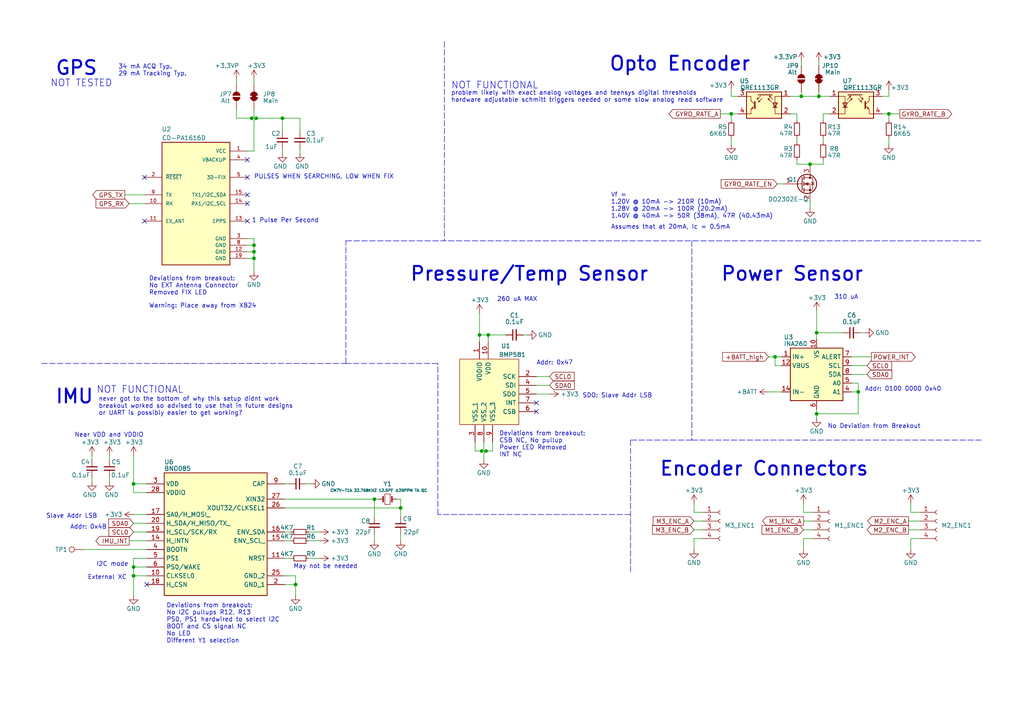
<source format=kicad_sch>
(kicad_sch (version 20211123) (generator eeschema)

  (uuid 50892499-1cac-487c-9753-fff4a9d19002)

  (paper "A4")

  (lib_symbols
    (symbol "BMP581:BMP581" (pin_names (offset 0.762)) (in_bom yes) (on_board yes)
      (property "Reference" "U" (id 0) (at 26.67 17.78 0)
        (effects (font (size 1.27 1.27)) (justify left))
      )
      (property "Value" "BMP581" (id 1) (at 26.67 15.24 0)
        (effects (font (size 1.27 1.27)) (justify left))
      )
      (property "Footprint" "BMP581" (id 2) (at 26.67 12.7 0)
        (effects (font (size 1.27 1.27)) (justify left) hide)
      )
      (property "Datasheet" "https://www.bosch-sensortec.com/media/boschsensortec/downloads/datasheets/bst-bmp581-ds004.pdf" (id 3) (at 26.67 10.16 0)
        (effects (font (size 1.27 1.27)) (justify left) hide)
      )
      (property "Description" "Pressure Sensor 4.35PSI ~{} 18.13PSI (30kPa ~{} 125kPa) Absolute 10-WFLGA" (id 4) (at 26.67 7.62 0)
        (effects (font (size 1.27 1.27)) (justify left) hide)
      )
      (property "Height" "0.8" (id 5) (at 26.67 5.08 0)
        (effects (font (size 1.27 1.27)) (justify left) hide)
      )
      (property "Manufacturer_Name" "BOSCH" (id 6) (at 26.67 2.54 0)
        (effects (font (size 1.27 1.27)) (justify left) hide)
      )
      (property "Manufacturer_Part_Number" "BMP581" (id 7) (at 26.67 0 0)
        (effects (font (size 1.27 1.27)) (justify left) hide)
      )
      (property "Mouser Part Number" "262-BMP581" (id 8) (at 26.67 -2.54 0)
        (effects (font (size 1.27 1.27)) (justify left) hide)
      )
      (property "Mouser Price/Stock" "https://www.mouser.co.uk/ProductDetail/Bosch-Sensortec/BMP581?qs=Li%252BoUPsLEntPL9tlFmcgXg%3D%3D" (id 9) (at 26.67 -5.08 0)
        (effects (font (size 1.27 1.27)) (justify left) hide)
      )
      (property "Arrow Part Number" "BMP581" (id 10) (at 26.67 -7.62 0)
        (effects (font (size 1.27 1.27)) (justify left) hide)
      )
      (property "Arrow Price/Stock" "https://www.arrow.com/en/products/bmp581/bosch?utm_currency=USD&region=nac" (id 11) (at 26.67 -10.16 0)
        (effects (font (size 1.27 1.27)) (justify left) hide)
      )
      (property "ki_description" "Pressure Sensor 4.35PSI ~ 18.13PSI (30kPa ~ 125kPa) Absolute 10-WFLGA" (id 12) (at 0 0 0)
        (effects (font (size 1.27 1.27)) hide)
      )
      (symbol "BMP581_0_0"
        (pin passive line (at -1.27 15.24 270) (length 5.08)
          (name "VDDIO" (effects (font (size 1.27 1.27))))
          (number "1" (effects (font (size 1.27 1.27))))
        )
        (pin passive line (at 1.27 15.24 270) (length 5.08)
          (name "VDD" (effects (font (size 1.27 1.27))))
          (number "10" (effects (font (size 1.27 1.27))))
        )
        (pin passive line (at 15.24 5.08 180) (length 5.08)
          (name "SCK" (effects (font (size 1.27 1.27))))
          (number "2" (effects (font (size 1.27 1.27))))
        )
        (pin passive line (at -2.54 -13.97 90) (length 5.08)
          (name "VSS_1" (effects (font (size 1.27 1.27))))
          (number "3" (effects (font (size 1.27 1.27))))
        )
        (pin passive line (at 15.24 2.54 180) (length 5.08)
          (name "SDI" (effects (font (size 1.27 1.27))))
          (number "4" (effects (font (size 1.27 1.27))))
        )
        (pin passive line (at 15.24 0 180) (length 5.08)
          (name "SDO" (effects (font (size 1.27 1.27))))
          (number "5" (effects (font (size 1.27 1.27))))
        )
        (pin passive line (at 15.24 -5.08 180) (length 5.08)
          (name "CSB" (effects (font (size 1.27 1.27))))
          (number "6" (effects (font (size 1.27 1.27))))
        )
        (pin passive line (at 15.24 -2.54 180) (length 5.08)
          (name "INT" (effects (font (size 1.27 1.27))))
          (number "7" (effects (font (size 1.27 1.27))))
        )
        (pin passive line (at 0 -13.97 90) (length 5.08)
          (name "VSS_2" (effects (font (size 1.27 1.27))))
          (number "8" (effects (font (size 1.27 1.27))))
        )
        (pin passive line (at 2.54 -13.97 90) (length 5.08)
          (name "VSS_3" (effects (font (size 1.27 1.27))))
          (number "9" (effects (font (size 1.27 1.27))))
        )
      )
      (symbol "BMP581_0_1"
        (rectangle (start -6.985 10.16) (end 10.16 -8.89)
          (stroke (width 0) (type default) (color 0 0 0 0))
          (fill (type background))
        )
      )
    )
    (symbol "BNO056:BNO085" (in_bom yes) (on_board yes)
      (property "Reference" "U*" (id 0) (at -18.415 26.035 0)
        (effects (font (size 1.27 1.27)))
      )
      (property "Value" "BNO085" (id 1) (at -15.875 23.495 0)
        (effects (font (size 1.27 1.27)))
      )
      (property "Footprint" "BNO056:BNO085" (id 2) (at -24.765 16.51 0)
        (effects (font (size 1.27 1.27)) hide)
      )
      (property "Datasheet" "" (id 3) (at -24.765 16.51 0)
        (effects (font (size 1.27 1.27)) hide)
      )
      (property "Footprint_1" "BNO085" (id 4) (at 10.795 59.055 0)
        (effects (font (size 1.27 1.27)) (justify left top) hide)
      )
      (property "Datasheet_1" "https://www.ceva-dsp.com/wp-content/uploads/2019/10/BNO080_085-Datasheet.pdf" (id 5) (at 5.715 52.095 0)
        (effects (font (size 1.27 1.27)) (justify left top) hide)
      )
      (property "Height" "1.18" (id 6) (at 46.99 -384.76 0)
        (effects (font (size 1.27 1.27)) (justify left top) hide)
      )
      (property "Manufacturer_Name" "CEVA" (id 7) (at 46.99 -484.76 0)
        (effects (font (size 1.27 1.27)) (justify left top) hide)
      )
      (property "Manufacturer_Part_Number" "BNO085" (id 8) (at 46.99 -584.76 0)
        (effects (font (size 1.27 1.27)) (justify left top) hide)
      )
      (property "Mouser Part Number" "526-BNO085" (id 9) (at 46.99 -684.76 0)
        (effects (font (size 1.27 1.27)) (justify left top) hide)
      )
      (property "Mouser Price/Stock" "https://www.mouser.co.uk/ProductDetail/CEVA/BNO085?qs=ulEaXIWI0c9BFVeZDQCmmQ%3D%3D" (id 10) (at 46.99 -784.76 0)
        (effects (font (size 1.27 1.27)) (justify left top) hide)
      )
      (property "Arrow Part Number" "" (id 11) (at 46.99 -884.76 0)
        (effects (font (size 1.27 1.27)) (justify left top) hide)
      )
      (property "Arrow Price/Stock" "" (id 12) (at 46.99 -984.76 0)
        (effects (font (size 1.27 1.27)) (justify left top) hide)
      )
      (property "ki_description" "Board Mount Motion & Position Sensors 9-axis IMU" (id 13) (at 0 0 0)
        (effects (font (size 1.27 1.27)) hide)
      )
      (symbol "BNO085_1_1"
        (rectangle (start -19.685 22.225) (end 10.16 -13.335)
          (stroke (width 0.254) (type default) (color 0 0 0 0))
          (fill (type background))
        )
        (pin no_connect line (at -10.16 -31.75 90) (length 5.08) hide
          (name "RESV_NC_1" (effects (font (size 1.27 1.27))))
          (number "1" (effects (font (size 1.27 1.27))))
        )
        (pin passive line (at -24.765 -7.62 0) (length 5.08)
          (name "CLKSEL0" (effects (font (size 1.27 1.27))))
          (number "10" (effects (font (size 1.27 1.27))))
        )
        (pin passive line (at 15.24 -2.54 180) (length 5.08)
          (name "NRST" (effects (font (size 1.27 1.27))))
          (number "11" (effects (font (size 1.27 1.27))))
        )
        (pin no_connect line (at -2.54 -31.75 90) (length 5.08) hide
          (name "RESV_NC_4" (effects (font (size 1.27 1.27))))
          (number "12" (effects (font (size 1.27 1.27))))
        )
        (pin no_connect line (at 0 -31.75 90) (length 5.08) hide
          (name "RESV_NC_5" (effects (font (size 1.27 1.27))))
          (number "13" (effects (font (size 1.27 1.27))))
        )
        (pin passive line (at -24.765 2.54 0) (length 5.08)
          (name "H_INTN" (effects (font (size 1.27 1.27))))
          (number "14" (effects (font (size 1.27 1.27))))
        )
        (pin passive line (at 15.24 2.54 180) (length 5.08)
          (name "ENV_SCL_" (effects (font (size 1.27 1.27))))
          (number "15" (effects (font (size 1.27 1.27))))
        )
        (pin passive line (at 15.24 5.08 180) (length 5.08)
          (name "ENV_SDA" (effects (font (size 1.27 1.27))))
          (number "16" (effects (font (size 1.27 1.27))))
        )
        (pin passive line (at -24.765 10.16 0) (length 5.08)
          (name "SA0/H_MOSI_" (effects (font (size 1.27 1.27))))
          (number "17" (effects (font (size 1.27 1.27))))
        )
        (pin passive line (at -24.765 -10.16 0) (length 5.08)
          (name "H_CSN" (effects (font (size 1.27 1.27))))
          (number "18" (effects (font (size 1.27 1.27))))
        )
        (pin passive line (at -24.765 5.08 0) (length 5.08)
          (name "H_SCL/SCK/RX" (effects (font (size 1.27 1.27))))
          (number "19" (effects (font (size 1.27 1.27))))
        )
        (pin passive line (at 15.24 -10.16 180) (length 5.08)
          (name "GND_1" (effects (font (size 1.27 1.27))))
          (number "2" (effects (font (size 1.27 1.27))))
        )
        (pin passive line (at -24.765 7.62 0) (length 5.08)
          (name "H_SDA/H_MISO/TX_" (effects (font (size 1.27 1.27))))
          (number "20" (effects (font (size 1.27 1.27))))
        )
        (pin no_connect line (at 2.54 -31.75 90) (length 5.08) hide
          (name "RESV_NC_6" (effects (font (size 1.27 1.27))))
          (number "21" (effects (font (size 1.27 1.27))))
        )
        (pin no_connect line (at 5.08 -31.75 90) (length 5.08) hide
          (name "RESV_NC_7" (effects (font (size 1.27 1.27))))
          (number "22" (effects (font (size 1.27 1.27))))
        )
        (pin no_connect line (at 7.62 -31.75 90) (length 5.08) hide
          (name "RESV_NC_8" (effects (font (size 1.27 1.27))))
          (number "23" (effects (font (size 1.27 1.27))))
        )
        (pin no_connect line (at 10.16 -31.75 90) (length 5.08) hide
          (name "RESV_NC_9" (effects (font (size 1.27 1.27))))
          (number "24" (effects (font (size 1.27 1.27))))
        )
        (pin passive line (at 15.24 -7.62 180) (length 5.08)
          (name "GND_2" (effects (font (size 1.27 1.27))))
          (number "25" (effects (font (size 1.27 1.27))))
        )
        (pin passive line (at 15.24 12.065 180) (length 5.08)
          (name "XOUT32/CLKSEL1" (effects (font (size 1.27 1.27))))
          (number "26" (effects (font (size 1.27 1.27))))
        )
        (pin passive line (at 15.24 14.605 180) (length 5.08)
          (name "XIN32" (effects (font (size 1.27 1.27))))
          (number "27" (effects (font (size 1.27 1.27))))
        )
        (pin passive line (at -24.765 16.51 0) (length 5.08)
          (name "VDDIO" (effects (font (size 1.27 1.27))))
          (number "28" (effects (font (size 1.27 1.27))))
        )
        (pin passive line (at -24.765 19.05 0) (length 5.08)
          (name "VDD" (effects (font (size 1.27 1.27))))
          (number "3" (effects (font (size 1.27 1.27))))
        )
        (pin passive line (at -24.765 0 0) (length 5.08)
          (name "BOOTN" (effects (font (size 1.27 1.27))))
          (number "4" (effects (font (size 1.27 1.27))))
        )
        (pin passive line (at -24.765 -2.54 0) (length 5.08)
          (name "PS1" (effects (font (size 1.27 1.27))))
          (number "5" (effects (font (size 1.27 1.27))))
        )
        (pin passive line (at -24.765 -5.08 0) (length 5.08)
          (name "PS0/WAKE" (effects (font (size 1.27 1.27))))
          (number "6" (effects (font (size 1.27 1.27))))
        )
        (pin no_connect line (at -7.62 -31.75 90) (length 5.08) hide
          (name "RESV_NC_2" (effects (font (size 1.27 1.27))))
          (number "7" (effects (font (size 1.27 1.27))))
        )
        (pin no_connect line (at -5.08 -31.75 90) (length 5.08) hide
          (name "RESV_NC_3" (effects (font (size 1.27 1.27))))
          (number "8" (effects (font (size 1.27 1.27))))
        )
        (pin passive line (at 15.24 19.05 180) (length 5.08)
          (name "CAP" (effects (font (size 1.27 1.27))))
          (number "9" (effects (font (size 1.27 1.27))))
        )
      )
    )
    (symbol "Connector:Conn_01x04_Female" (pin_names (offset 1.016) hide) (in_bom yes) (on_board yes)
      (property "Reference" "J" (id 0) (at 0 5.08 0)
        (effects (font (size 1.27 1.27)))
      )
      (property "Value" "Conn_01x04_Female" (id 1) (at 0 -7.62 0)
        (effects (font (size 1.27 1.27)))
      )
      (property "Footprint" "" (id 2) (at 0 0 0)
        (effects (font (size 1.27 1.27)) hide)
      )
      (property "Datasheet" "~" (id 3) (at 0 0 0)
        (effects (font (size 1.27 1.27)) hide)
      )
      (property "ki_keywords" "connector" (id 4) (at 0 0 0)
        (effects (font (size 1.27 1.27)) hide)
      )
      (property "ki_description" "Generic connector, single row, 01x04, script generated (kicad-library-utils/schlib/autogen/connector/)" (id 5) (at 0 0 0)
        (effects (font (size 1.27 1.27)) hide)
      )
      (property "ki_fp_filters" "Connector*:*_1x??_*" (id 6) (at 0 0 0)
        (effects (font (size 1.27 1.27)) hide)
      )
      (symbol "Conn_01x04_Female_1_1"
        (arc (start 0 -4.572) (mid -0.508 -5.08) (end 0 -5.588)
          (stroke (width 0.1524) (type default) (color 0 0 0 0))
          (fill (type none))
        )
        (arc (start 0 -2.032) (mid -0.508 -2.54) (end 0 -3.048)
          (stroke (width 0.1524) (type default) (color 0 0 0 0))
          (fill (type none))
        )
        (polyline
          (pts
            (xy -1.27 -5.08)
            (xy -0.508 -5.08)
          )
          (stroke (width 0.1524) (type default) (color 0 0 0 0))
          (fill (type none))
        )
        (polyline
          (pts
            (xy -1.27 -2.54)
            (xy -0.508 -2.54)
          )
          (stroke (width 0.1524) (type default) (color 0 0 0 0))
          (fill (type none))
        )
        (polyline
          (pts
            (xy -1.27 0)
            (xy -0.508 0)
          )
          (stroke (width 0.1524) (type default) (color 0 0 0 0))
          (fill (type none))
        )
        (polyline
          (pts
            (xy -1.27 2.54)
            (xy -0.508 2.54)
          )
          (stroke (width 0.1524) (type default) (color 0 0 0 0))
          (fill (type none))
        )
        (arc (start 0 0.508) (mid -0.508 0) (end 0 -0.508)
          (stroke (width 0.1524) (type default) (color 0 0 0 0))
          (fill (type none))
        )
        (arc (start 0 3.048) (mid -0.508 2.54) (end 0 2.032)
          (stroke (width 0.1524) (type default) (color 0 0 0 0))
          (fill (type none))
        )
        (pin passive line (at -5.08 2.54 0) (length 3.81)
          (name "Pin_1" (effects (font (size 1.27 1.27))))
          (number "1" (effects (font (size 1.27 1.27))))
        )
        (pin passive line (at -5.08 0 0) (length 3.81)
          (name "Pin_2" (effects (font (size 1.27 1.27))))
          (number "2" (effects (font (size 1.27 1.27))))
        )
        (pin passive line (at -5.08 -2.54 0) (length 3.81)
          (name "Pin_3" (effects (font (size 1.27 1.27))))
          (number "3" (effects (font (size 1.27 1.27))))
        )
        (pin passive line (at -5.08 -5.08 0) (length 3.81)
          (name "Pin_4" (effects (font (size 1.27 1.27))))
          (number "4" (effects (font (size 1.27 1.27))))
        )
      )
    )
    (symbol "Connector:TestPoint" (pin_numbers hide) (pin_names (offset 0.762) hide) (in_bom yes) (on_board yes)
      (property "Reference" "TP" (id 0) (at 0 6.858 0)
        (effects (font (size 1.27 1.27)))
      )
      (property "Value" "TestPoint" (id 1) (at 0 5.08 0)
        (effects (font (size 1.27 1.27)))
      )
      (property "Footprint" "" (id 2) (at 5.08 0 0)
        (effects (font (size 1.27 1.27)) hide)
      )
      (property "Datasheet" "~" (id 3) (at 5.08 0 0)
        (effects (font (size 1.27 1.27)) hide)
      )
      (property "ki_keywords" "test point tp" (id 4) (at 0 0 0)
        (effects (font (size 1.27 1.27)) hide)
      )
      (property "ki_description" "test point" (id 5) (at 0 0 0)
        (effects (font (size 1.27 1.27)) hide)
      )
      (property "ki_fp_filters" "Pin* Test*" (id 6) (at 0 0 0)
        (effects (font (size 1.27 1.27)) hide)
      )
      (symbol "TestPoint_0_1"
        (circle (center 0 3.302) (radius 0.762)
          (stroke (width 0) (type default) (color 0 0 0 0))
          (fill (type none))
        )
      )
      (symbol "TestPoint_1_1"
        (pin passive line (at 0 0 90) (length 2.54)
          (name "1" (effects (font (size 1.27 1.27))))
          (number "1" (effects (font (size 1.27 1.27))))
        )
      )
    )
    (symbol "Device:C_Small" (pin_numbers hide) (pin_names (offset 0.254) hide) (in_bom yes) (on_board yes)
      (property "Reference" "C" (id 0) (at 0.254 1.778 0)
        (effects (font (size 1.27 1.27)) (justify left))
      )
      (property "Value" "C_Small" (id 1) (at 0.254 -2.032 0)
        (effects (font (size 1.27 1.27)) (justify left))
      )
      (property "Footprint" "" (id 2) (at 0 0 0)
        (effects (font (size 1.27 1.27)) hide)
      )
      (property "Datasheet" "~" (id 3) (at 0 0 0)
        (effects (font (size 1.27 1.27)) hide)
      )
      (property "ki_keywords" "capacitor cap" (id 4) (at 0 0 0)
        (effects (font (size 1.27 1.27)) hide)
      )
      (property "ki_description" "Unpolarized capacitor, small symbol" (id 5) (at 0 0 0)
        (effects (font (size 1.27 1.27)) hide)
      )
      (property "ki_fp_filters" "C_*" (id 6) (at 0 0 0)
        (effects (font (size 1.27 1.27)) hide)
      )
      (symbol "C_Small_0_1"
        (polyline
          (pts
            (xy -1.524 -0.508)
            (xy 1.524 -0.508)
          )
          (stroke (width 0.3302) (type default) (color 0 0 0 0))
          (fill (type none))
        )
        (polyline
          (pts
            (xy -1.524 0.508)
            (xy 1.524 0.508)
          )
          (stroke (width 0.3048) (type default) (color 0 0 0 0))
          (fill (type none))
        )
      )
      (symbol "C_Small_1_1"
        (pin passive line (at 0 2.54 270) (length 2.032)
          (name "~" (effects (font (size 1.27 1.27))))
          (number "1" (effects (font (size 1.27 1.27))))
        )
        (pin passive line (at 0 -2.54 90) (length 2.032)
          (name "~" (effects (font (size 1.27 1.27))))
          (number "2" (effects (font (size 1.27 1.27))))
        )
      )
    )
    (symbol "Device:Crystal_Small" (pin_numbers hide) (pin_names (offset 1.016) hide) (in_bom yes) (on_board yes)
      (property "Reference" "Y" (id 0) (at 0 2.54 0)
        (effects (font (size 1.27 1.27)))
      )
      (property "Value" "Crystal_Small" (id 1) (at 0 -2.54 0)
        (effects (font (size 1.27 1.27)))
      )
      (property "Footprint" "" (id 2) (at 0 0 0)
        (effects (font (size 1.27 1.27)) hide)
      )
      (property "Datasheet" "~" (id 3) (at 0 0 0)
        (effects (font (size 1.27 1.27)) hide)
      )
      (property "ki_keywords" "quartz ceramic resonator oscillator" (id 4) (at 0 0 0)
        (effects (font (size 1.27 1.27)) hide)
      )
      (property "ki_description" "Two pin crystal, small symbol" (id 5) (at 0 0 0)
        (effects (font (size 1.27 1.27)) hide)
      )
      (property "ki_fp_filters" "Crystal*" (id 6) (at 0 0 0)
        (effects (font (size 1.27 1.27)) hide)
      )
      (symbol "Crystal_Small_0_1"
        (rectangle (start -0.762 -1.524) (end 0.762 1.524)
          (stroke (width 0) (type default) (color 0 0 0 0))
          (fill (type none))
        )
        (polyline
          (pts
            (xy -1.27 -0.762)
            (xy -1.27 0.762)
          )
          (stroke (width 0.381) (type default) (color 0 0 0 0))
          (fill (type none))
        )
        (polyline
          (pts
            (xy 1.27 -0.762)
            (xy 1.27 0.762)
          )
          (stroke (width 0.381) (type default) (color 0 0 0 0))
          (fill (type none))
        )
      )
      (symbol "Crystal_Small_1_1"
        (pin passive line (at -2.54 0 0) (length 1.27)
          (name "1" (effects (font (size 1.27 1.27))))
          (number "1" (effects (font (size 1.27 1.27))))
        )
        (pin passive line (at 2.54 0 180) (length 1.27)
          (name "2" (effects (font (size 1.27 1.27))))
          (number "2" (effects (font (size 1.27 1.27))))
        )
      )
    )
    (symbol "Device:Q_NMOS_GSD" (pin_names (offset 0) hide) (in_bom yes) (on_board yes)
      (property "Reference" "Q" (id 0) (at 5.08 1.27 0)
        (effects (font (size 1.27 1.27)) (justify left))
      )
      (property "Value" "Q_NMOS_GSD" (id 1) (at 5.08 -1.27 0)
        (effects (font (size 1.27 1.27)) (justify left))
      )
      (property "Footprint" "" (id 2) (at 5.08 2.54 0)
        (effects (font (size 1.27 1.27)) hide)
      )
      (property "Datasheet" "~" (id 3) (at 0 0 0)
        (effects (font (size 1.27 1.27)) hide)
      )
      (property "ki_keywords" "transistor NMOS N-MOS N-MOSFET" (id 4) (at 0 0 0)
        (effects (font (size 1.27 1.27)) hide)
      )
      (property "ki_description" "N-MOSFET transistor, gate/source/drain" (id 5) (at 0 0 0)
        (effects (font (size 1.27 1.27)) hide)
      )
      (symbol "Q_NMOS_GSD_0_1"
        (polyline
          (pts
            (xy 0.254 0)
            (xy -2.54 0)
          )
          (stroke (width 0) (type default) (color 0 0 0 0))
          (fill (type none))
        )
        (polyline
          (pts
            (xy 0.254 1.905)
            (xy 0.254 -1.905)
          )
          (stroke (width 0.254) (type default) (color 0 0 0 0))
          (fill (type none))
        )
        (polyline
          (pts
            (xy 0.762 -1.27)
            (xy 0.762 -2.286)
          )
          (stroke (width 0.254) (type default) (color 0 0 0 0))
          (fill (type none))
        )
        (polyline
          (pts
            (xy 0.762 0.508)
            (xy 0.762 -0.508)
          )
          (stroke (width 0.254) (type default) (color 0 0 0 0))
          (fill (type none))
        )
        (polyline
          (pts
            (xy 0.762 2.286)
            (xy 0.762 1.27)
          )
          (stroke (width 0.254) (type default) (color 0 0 0 0))
          (fill (type none))
        )
        (polyline
          (pts
            (xy 2.54 2.54)
            (xy 2.54 1.778)
          )
          (stroke (width 0) (type default) (color 0 0 0 0))
          (fill (type none))
        )
        (polyline
          (pts
            (xy 2.54 -2.54)
            (xy 2.54 0)
            (xy 0.762 0)
          )
          (stroke (width 0) (type default) (color 0 0 0 0))
          (fill (type none))
        )
        (polyline
          (pts
            (xy 0.762 -1.778)
            (xy 3.302 -1.778)
            (xy 3.302 1.778)
            (xy 0.762 1.778)
          )
          (stroke (width 0) (type default) (color 0 0 0 0))
          (fill (type none))
        )
        (polyline
          (pts
            (xy 1.016 0)
            (xy 2.032 0.381)
            (xy 2.032 -0.381)
            (xy 1.016 0)
          )
          (stroke (width 0) (type default) (color 0 0 0 0))
          (fill (type outline))
        )
        (polyline
          (pts
            (xy 2.794 0.508)
            (xy 2.921 0.381)
            (xy 3.683 0.381)
            (xy 3.81 0.254)
          )
          (stroke (width 0) (type default) (color 0 0 0 0))
          (fill (type none))
        )
        (polyline
          (pts
            (xy 3.302 0.381)
            (xy 2.921 -0.254)
            (xy 3.683 -0.254)
            (xy 3.302 0.381)
          )
          (stroke (width 0) (type default) (color 0 0 0 0))
          (fill (type none))
        )
        (circle (center 1.651 0) (radius 2.794)
          (stroke (width 0.254) (type default) (color 0 0 0 0))
          (fill (type none))
        )
        (circle (center 2.54 -1.778) (radius 0.254)
          (stroke (width 0) (type default) (color 0 0 0 0))
          (fill (type outline))
        )
        (circle (center 2.54 1.778) (radius 0.254)
          (stroke (width 0) (type default) (color 0 0 0 0))
          (fill (type outline))
        )
      )
      (symbol "Q_NMOS_GSD_1_1"
        (pin input line (at -5.08 0 0) (length 2.54)
          (name "G" (effects (font (size 1.27 1.27))))
          (number "1" (effects (font (size 1.27 1.27))))
        )
        (pin passive line (at 2.54 -5.08 90) (length 2.54)
          (name "S" (effects (font (size 1.27 1.27))))
          (number "2" (effects (font (size 1.27 1.27))))
        )
        (pin passive line (at 2.54 5.08 270) (length 2.54)
          (name "D" (effects (font (size 1.27 1.27))))
          (number "3" (effects (font (size 1.27 1.27))))
        )
      )
    )
    (symbol "Device:R_Small" (pin_numbers hide) (pin_names (offset 0.254) hide) (in_bom yes) (on_board yes)
      (property "Reference" "R" (id 0) (at 0.762 0.508 0)
        (effects (font (size 1.27 1.27)) (justify left))
      )
      (property "Value" "R_Small" (id 1) (at 0.762 -1.016 0)
        (effects (font (size 1.27 1.27)) (justify left))
      )
      (property "Footprint" "" (id 2) (at 0 0 0)
        (effects (font (size 1.27 1.27)) hide)
      )
      (property "Datasheet" "~" (id 3) (at 0 0 0)
        (effects (font (size 1.27 1.27)) hide)
      )
      (property "ki_keywords" "R resistor" (id 4) (at 0 0 0)
        (effects (font (size 1.27 1.27)) hide)
      )
      (property "ki_description" "Resistor, small symbol" (id 5) (at 0 0 0)
        (effects (font (size 1.27 1.27)) hide)
      )
      (property "ki_fp_filters" "R_*" (id 6) (at 0 0 0)
        (effects (font (size 1.27 1.27)) hide)
      )
      (symbol "R_Small_0_1"
        (rectangle (start -0.762 1.778) (end 0.762 -1.778)
          (stroke (width 0.2032) (type default) (color 0 0 0 0))
          (fill (type none))
        )
      )
      (symbol "R_Small_1_1"
        (pin passive line (at 0 2.54 270) (length 0.762)
          (name "~" (effects (font (size 1.27 1.27))))
          (number "1" (effects (font (size 1.27 1.27))))
        )
        (pin passive line (at 0 -2.54 90) (length 0.762)
          (name "~" (effects (font (size 1.27 1.27))))
          (number "2" (effects (font (size 1.27 1.27))))
        )
      )
    )
    (symbol "Jumper:SolderJumper_2_Bridged" (pin_numbers hide) (pin_names (offset 0) hide) (in_bom yes) (on_board yes)
      (property "Reference" "JP" (id 0) (at 0 2.032 0)
        (effects (font (size 1.27 1.27)))
      )
      (property "Value" "SolderJumper_2_Bridged" (id 1) (at 0 -2.54 0)
        (effects (font (size 1.27 1.27)))
      )
      (property "Footprint" "" (id 2) (at 0 0 0)
        (effects (font (size 1.27 1.27)) hide)
      )
      (property "Datasheet" "~" (id 3) (at 0 0 0)
        (effects (font (size 1.27 1.27)) hide)
      )
      (property "ki_keywords" "solder jumper SPST" (id 4) (at 0 0 0)
        (effects (font (size 1.27 1.27)) hide)
      )
      (property "ki_description" "Solder Jumper, 2-pole, closed/bridged" (id 5) (at 0 0 0)
        (effects (font (size 1.27 1.27)) hide)
      )
      (property "ki_fp_filters" "SolderJumper*Bridged*" (id 6) (at 0 0 0)
        (effects (font (size 1.27 1.27)) hide)
      )
      (symbol "SolderJumper_2_Bridged_0_1"
        (rectangle (start -0.508 0.508) (end 0.508 -0.508)
          (stroke (width 0) (type default) (color 0 0 0 0))
          (fill (type outline))
        )
        (arc (start -0.254 1.016) (mid -1.27 0) (end -0.254 -1.016)
          (stroke (width 0) (type default) (color 0 0 0 0))
          (fill (type none))
        )
        (arc (start -0.254 1.016) (mid -1.27 0) (end -0.254 -1.016)
          (stroke (width 0) (type default) (color 0 0 0 0))
          (fill (type outline))
        )
        (polyline
          (pts
            (xy -0.254 1.016)
            (xy -0.254 -1.016)
          )
          (stroke (width 0) (type default) (color 0 0 0 0))
          (fill (type none))
        )
        (polyline
          (pts
            (xy 0.254 1.016)
            (xy 0.254 -1.016)
          )
          (stroke (width 0) (type default) (color 0 0 0 0))
          (fill (type none))
        )
        (arc (start 0.254 -1.016) (mid 1.27 0) (end 0.254 1.016)
          (stroke (width 0) (type default) (color 0 0 0 0))
          (fill (type none))
        )
        (arc (start 0.254 -1.016) (mid 1.27 0) (end 0.254 1.016)
          (stroke (width 0) (type default) (color 0 0 0 0))
          (fill (type outline))
        )
      )
      (symbol "SolderJumper_2_Bridged_1_1"
        (pin passive line (at -3.81 0 0) (length 2.54)
          (name "A" (effects (font (size 1.27 1.27))))
          (number "1" (effects (font (size 1.27 1.27))))
        )
        (pin passive line (at 3.81 0 180) (length 2.54)
          (name "B" (effects (font (size 1.27 1.27))))
          (number "2" (effects (font (size 1.27 1.27))))
        )
      )
    )
    (symbol "Jumper:SolderJumper_2_Open" (pin_numbers hide) (pin_names (offset 0) hide) (in_bom yes) (on_board yes)
      (property "Reference" "JP" (id 0) (at 0 2.032 0)
        (effects (font (size 1.27 1.27)))
      )
      (property "Value" "SolderJumper_2_Open" (id 1) (at 0 -2.54 0)
        (effects (font (size 1.27 1.27)))
      )
      (property "Footprint" "" (id 2) (at 0 0 0)
        (effects (font (size 1.27 1.27)) hide)
      )
      (property "Datasheet" "~" (id 3) (at 0 0 0)
        (effects (font (size 1.27 1.27)) hide)
      )
      (property "ki_keywords" "solder jumper SPST" (id 4) (at 0 0 0)
        (effects (font (size 1.27 1.27)) hide)
      )
      (property "ki_description" "Solder Jumper, 2-pole, open" (id 5) (at 0 0 0)
        (effects (font (size 1.27 1.27)) hide)
      )
      (property "ki_fp_filters" "SolderJumper*Open*" (id 6) (at 0 0 0)
        (effects (font (size 1.27 1.27)) hide)
      )
      (symbol "SolderJumper_2_Open_0_1"
        (arc (start -0.254 1.016) (mid -1.27 0) (end -0.254 -1.016)
          (stroke (width 0) (type default) (color 0 0 0 0))
          (fill (type none))
        )
        (arc (start -0.254 1.016) (mid -1.27 0) (end -0.254 -1.016)
          (stroke (width 0) (type default) (color 0 0 0 0))
          (fill (type outline))
        )
        (polyline
          (pts
            (xy -0.254 1.016)
            (xy -0.254 -1.016)
          )
          (stroke (width 0) (type default) (color 0 0 0 0))
          (fill (type none))
        )
        (polyline
          (pts
            (xy 0.254 1.016)
            (xy 0.254 -1.016)
          )
          (stroke (width 0) (type default) (color 0 0 0 0))
          (fill (type none))
        )
        (arc (start 0.254 -1.016) (mid 1.27 0) (end 0.254 1.016)
          (stroke (width 0) (type default) (color 0 0 0 0))
          (fill (type none))
        )
        (arc (start 0.254 -1.016) (mid 1.27 0) (end 0.254 1.016)
          (stroke (width 0) (type default) (color 0 0 0 0))
          (fill (type outline))
        )
      )
      (symbol "SolderJumper_2_Open_1_1"
        (pin passive line (at -3.81 0 0) (length 2.54)
          (name "A" (effects (font (size 1.27 1.27))))
          (number "1" (effects (font (size 1.27 1.27))))
        )
        (pin passive line (at 3.81 0 180) (length 2.54)
          (name "B" (effects (font (size 1.27 1.27))))
          (number "2" (effects (font (size 1.27 1.27))))
        )
      )
    )
    (symbol "PA1616D:CD-PA1616D" (pin_names (offset 1.016)) (in_bom yes) (on_board yes)
      (property "Reference" "U" (id 0) (at -4.445 20.955 0)
        (effects (font (size 1.27 1.27)) (justify left bottom))
      )
      (property "Value" "CD-PA1616D" (id 1) (at -4.445 18.415 0)
        (effects (font (size 1.27 1.27)) (justify left bottom))
      )
      (property "Footprint" "KiCad:PA1616D" (id 2) (at 17.78 26.67 0)
        (effects (font (size 1.27 1.27)) (justify bottom) hide)
      )
      (property "Datasheet" "" (id 3) (at 16.51 22.86 0)
        (effects (font (size 1.27 1.27)) hide)
      )
      (property "MF" "CD technology" (id 4) (at 15.875 25.4 0)
        (effects (font (size 1.27 1.27)) (justify bottom) hide)
      )
      (property "MAXIMUM_PACKAGE_HEIGHT" "6.7 mm" (id 5) (at 16.51 22.86 0)
        (effects (font (size 1.27 1.27)) (justify bottom) hide)
      )
      (property "Package" "Package" (id 6) (at 7.62 24.765 0)
        (effects (font (size 1.27 1.27)) (justify bottom) hide)
      )
      (property "Price" "None" (id 7) (at 16.51 22.86 0)
        (effects (font (size 1.27 1.27)) (justify bottom) hide)
      )
      (property "Check_prices" "https://www.snapeda.com/parts/CD-PA1616D/CD+technology/view-part/?ref=eda" (id 8) (at 41.91 18.415 0)
        (effects (font (size 1.27 1.27)) (justify bottom) hide)
      )
      (property "STANDARD" "Manufacturer Recommendations" (id 9) (at 11.43 24.765 0)
        (effects (font (size 1.27 1.27)) (justify bottom) hide)
      )
      (property "PARTREV" "V.06" (id 10) (at 16.51 22.86 0)
        (effects (font (size 1.27 1.27)) (justify bottom) hide)
      )
      (property "SnapEDA_Link" "https://www.snapeda.com/parts/CD-PA1616D/CD+technology/view-part/?ref=snap" (id 11) (at 42.545 21.59 0)
        (effects (font (size 1.27 1.27)) (justify bottom) hide)
      )
      (property "MP" "CD-PA1616D" (id 12) (at 16.51 22.86 0)
        (effects (font (size 1.27 1.27)) (justify bottom) hide)
      )
      (property "Description" "\n                        \n                            GNSS patch antenna module\n                        \n" (id 13) (at 0 0 0)
        (effects (font (size 1.27 1.27)) (justify bottom) hide)
      )
      (property "SNAPEDA_PN" "CD-PA1616D" (id 14) (at 16.51 22.86 0)
        (effects (font (size 1.27 1.27)) (justify bottom) hide)
      )
      (property "Availability" "Not in stock" (id 15) (at 16.51 22.86 0)
        (effects (font (size 1.27 1.27)) (justify bottom) hide)
      )
      (property "MANUFACTURER" "CD Top" (id 16) (at 16.51 22.86 0)
        (effects (font (size 1.27 1.27)) (justify bottom) hide)
      )
      (symbol "CD-PA1616D_0_0"
        (rectangle (start -4.445 17.78) (end 15.24 -17.78)
          (stroke (width 0.254) (type default) (color 0 0 0 0))
          (fill (type background))
        )
        (pin power_in line (at 20.32 15.24 180) (length 5.08)
          (name "VCC" (effects (font (size 1.016 1.016))))
          (number "1" (effects (font (size 1.016 1.016))))
        )
        (pin input line (at -9.525 0 0) (length 5.08)
          (name "RX" (effects (font (size 1.016 1.016))))
          (number "10" (effects (font (size 1.016 1.016))))
        )
        (pin bidirectional line (at -9.525 -5.08 0) (length 5.08)
          (name "EX_ANT" (effects (font (size 1.016 1.016))))
          (number "11" (effects (font (size 1.016 1.016))))
        )
        (pin power_in line (at 20.32 -13.97 180) (length 5.08)
          (name "GND" (effects (font (size 1.016 1.016))))
          (number "12" (effects (font (size 1.016 1.016))))
        )
        (pin output line (at 20.32 -5.08 180) (length 5.08)
          (name "1PPS" (effects (font (size 1.016 1.016))))
          (number "13" (effects (font (size 1.016 1.016))))
        )
        (pin input line (at 20.32 0 180) (length 5.08)
          (name "RX1/I2C_SCL" (effects (font (size 1.016 1.016))))
          (number "14" (effects (font (size 1.016 1.016))))
        )
        (pin output line (at 20.32 2.54 180) (length 5.08)
          (name "TX1/I2C_SDA" (effects (font (size 1.016 1.016))))
          (number "15" (effects (font (size 1.016 1.016))))
        )
        (pin no_connect line (at -7.62 -35.56 90) (length 5.08) hide
          (name "NC" (effects (font (size 1.016 1.016))))
          (number "16" (effects (font (size 1.016 1.016))))
        )
        (pin no_connect line (at -5.715 -35.56 90) (length 5.08) hide
          (name "NC" (effects (font (size 1.016 1.016))))
          (number "17" (effects (font (size 1.016 1.016))))
        )
        (pin no_connect line (at -3.81 -35.56 90) (length 5.08) hide
          (name "NC" (effects (font (size 1.016 1.016))))
          (number "18" (effects (font (size 1.016 1.016))))
        )
        (pin power_in line (at 20.32 -15.875 180) (length 5.08)
          (name "GND" (effects (font (size 1.016 1.016))))
          (number "19" (effects (font (size 1.016 1.016))))
        )
        (pin input line (at -9.525 7.62 0) (length 5.08)
          (name "~{RESET}" (effects (font (size 1.016 1.016))))
          (number "2" (effects (font (size 1.016 1.016))))
        )
        (pin no_connect line (at -1.905 -35.56 90) (length 5.08) hide
          (name "NC" (effects (font (size 1.016 1.016))))
          (number "20" (effects (font (size 1.016 1.016))))
        )
        (pin passive line (at 20.32 -10.16 180) (length 5.08)
          (name "GND" (effects (font (size 1.016 1.016))))
          (number "3" (effects (font (size 1.016 1.016))))
        )
        (pin power_in line (at 20.32 12.7 180) (length 5.08)
          (name "VBACKUP" (effects (font (size 1.016 1.016))))
          (number "4" (effects (font (size 1.016 1.016))))
        )
        (pin output line (at 20.32 7.62 180) (length 5.08)
          (name "3D-FIX" (effects (font (size 1.016 1.016))))
          (number "5" (effects (font (size 1.016 1.016))))
        )
        (pin no_connect line (at 0 -35.56 90) (length 5.08) hide
          (name "NC" (effects (font (size 1.016 1.016))))
          (number "6" (effects (font (size 1.016 1.016))))
        )
        (pin no_connect line (at 1.905 -35.56 90) (length 5.08) hide
          (name "NC" (effects (font (size 1.016 1.016))))
          (number "7" (effects (font (size 1.016 1.016))))
        )
        (pin passive line (at 20.32 -12.065 180) (length 5.08)
          (name "GND" (effects (font (size 1.016 1.016))))
          (number "8" (effects (font (size 1.016 1.016))))
        )
        (pin output line (at -9.525 2.54 0) (length 5.08)
          (name "TX" (effects (font (size 1.016 1.016))))
          (number "9" (effects (font (size 1.016 1.016))))
        )
      )
    )
    (symbol "Sensor:INA260" (in_bom yes) (on_board yes)
      (property "Reference" "U" (id 0) (at -6.35 8.89 0)
        (effects (font (size 1.27 1.27)))
      )
      (property "Value" "INA260" (id 1) (at 2.54 8.89 0)
        (effects (font (size 1.27 1.27)) (justify left))
      )
      (property "Footprint" "Package_SO:TSSOP-16_4.4x5mm_P0.65mm" (id 2) (at 0 -15.24 0)
        (effects (font (size 1.27 1.27)) hide)
      )
      (property "Datasheet" "http://www.ti.com/lit/ds/symlink/ina260.pdf" (id 3) (at 0 -2.54 0)
        (effects (font (size 1.27 1.27)) hide)
      )
      (property "ki_keywords" "Current/power/voltage monitor" (id 4) (at 0 0 0)
        (effects (font (size 1.27 1.27)) hide)
      )
      (property "ki_description" "Current/power/voltage monitor with Integrated 2mΩ Shunt Resistor, 2.7V - 5.5V, I2C, TSSOP-16" (id 5) (at 0 0 0)
        (effects (font (size 1.27 1.27)) hide)
      )
      (property "ki_fp_filters" "TSSOP*4.4x5mm*P0.65mm*" (id 6) (at 0 0 0)
        (effects (font (size 1.27 1.27)) hide)
      )
      (symbol "INA260_0_1"
        (rectangle (start -7.62 7.62) (end 7.62 -7.62)
          (stroke (width 0.254) (type default) (color 0 0 0 0))
          (fill (type background))
        )
      )
      (symbol "INA260_1_1"
        (pin passive line (at -10.16 5.08 0) (length 2.54)
          (name "IN+" (effects (font (size 1.27 1.27))))
          (number "1" (effects (font (size 1.27 1.27))))
        )
        (pin power_in line (at 0 10.16 270) (length 2.54)
          (name "VS" (effects (font (size 1.27 1.27))))
          (number "10" (effects (font (size 1.27 1.27))))
        )
        (pin passive line (at 0 -10.16 90) (length 2.54) hide
          (name "GND" (effects (font (size 1.27 1.27))))
          (number "11" (effects (font (size 1.27 1.27))))
        )
        (pin passive line (at -10.16 2.54 0) (length 2.54)
          (name "VBUS" (effects (font (size 1.27 1.27))))
          (number "12" (effects (font (size 1.27 1.27))))
        )
        (pin no_connect line (at 2.54 -7.62 90) (length 2.54) hide
          (name "NC" (effects (font (size 1.27 1.27))))
          (number "13" (effects (font (size 1.27 1.27))))
        )
        (pin passive line (at -10.16 -5.08 0) (length 2.54)
          (name "IN-" (effects (font (size 1.27 1.27))))
          (number "14" (effects (font (size 1.27 1.27))))
        )
        (pin passive line (at -10.16 -5.08 0) (length 2.54) hide
          (name "IN-" (effects (font (size 1.27 1.27))))
          (number "15" (effects (font (size 1.27 1.27))))
        )
        (pin passive line (at -10.16 -5.08 0) (length 2.54) hide
          (name "IN-" (effects (font (size 1.27 1.27))))
          (number "16" (effects (font (size 1.27 1.27))))
        )
        (pin passive line (at -10.16 5.08 0) (length 2.54) hide
          (name "IN+" (effects (font (size 1.27 1.27))))
          (number "2" (effects (font (size 1.27 1.27))))
        )
        (pin passive line (at -10.16 5.08 0) (length 2.54) hide
          (name "IN+" (effects (font (size 1.27 1.27))))
          (number "3" (effects (font (size 1.27 1.27))))
        )
        (pin input line (at 10.16 -5.08 180) (length 2.54)
          (name "A1" (effects (font (size 1.27 1.27))))
          (number "4" (effects (font (size 1.27 1.27))))
        )
        (pin input line (at 10.16 -2.54 180) (length 2.54)
          (name "A0" (effects (font (size 1.27 1.27))))
          (number "5" (effects (font (size 1.27 1.27))))
        )
        (pin power_in line (at 0 -10.16 90) (length 2.54)
          (name "GND" (effects (font (size 1.27 1.27))))
          (number "6" (effects (font (size 1.27 1.27))))
        )
        (pin open_collector line (at 10.16 5.08 180) (length 2.54)
          (name "ALERT" (effects (font (size 1.27 1.27))))
          (number "7" (effects (font (size 1.27 1.27))))
        )
        (pin bidirectional line (at 10.16 0 180) (length 2.54)
          (name "SDA" (effects (font (size 1.27 1.27))))
          (number "8" (effects (font (size 1.27 1.27))))
        )
        (pin input line (at 10.16 2.54 180) (length 2.54)
          (name "SCL" (effects (font (size 1.27 1.27))))
          (number "9" (effects (font (size 1.27 1.27))))
        )
      )
    )
    (symbol "Sensor_Proximity:QRE1113GR" (pin_names (offset 0.0254) hide) (in_bom yes) (on_board yes)
      (property "Reference" "U" (id 0) (at -3.81 5.08 0)
        (effects (font (size 1.27 1.27)))
      )
      (property "Value" "QRE1113GR" (id 1) (at 11.43 5.08 0)
        (effects (font (size 1.27 1.27)) (justify right))
      )
      (property "Footprint" "OptoDevice:OnSemi_CASE100CY" (id 2) (at 0 -5.08 0)
        (effects (font (size 1.27 1.27)) hide)
      )
      (property "Datasheet" "http://www.onsemi.com/pub/Collateral/QRE1113-D.PDF" (id 3) (at 0 2.54 0)
        (effects (font (size 1.27 1.27)) hide)
      )
      (property "ki_keywords" "Reflective Optical Sensor Opto reflex coupler" (id 4) (at 0 0 0)
        (effects (font (size 1.27 1.27)) hide)
      )
      (property "ki_description" "Miniature Reflective Optical Object Sensor, SMD-4" (id 5) (at 0 0 0)
        (effects (font (size 1.27 1.27)) hide)
      )
      (property "ki_fp_filters" "OnSemi*CASE100CY*" (id 6) (at 0 0 0)
        (effects (font (size 1.27 1.27)) hide)
      )
      (symbol "QRE1113GR_0_1"
        (polyline
          (pts
            (xy -3.81 -0.635)
            (xy -2.54 -0.635)
          )
          (stroke (width 0.254) (type default) (color 0 0 0 0))
          (fill (type none))
        )
        (polyline
          (pts
            (xy -2.286 2.921)
            (xy -2.032 3.175)
          )
          (stroke (width 0) (type default) (color 0 0 0 0))
          (fill (type none))
        )
        (polyline
          (pts
            (xy -1.778 2.921)
            (xy -1.524 3.175)
          )
          (stroke (width 0) (type default) (color 0 0 0 0))
          (fill (type none))
        )
        (polyline
          (pts
            (xy -1.524 2.667)
            (xy -1.651 2.159)
          )
          (stroke (width 0) (type default) (color 0 0 0 0))
          (fill (type none))
        )
        (polyline
          (pts
            (xy -1.27 2.921)
            (xy -1.016 3.175)
          )
          (stroke (width 0) (type default) (color 0 0 0 0))
          (fill (type none))
        )
        (polyline
          (pts
            (xy -1.143 1.905)
            (xy -1.27 1.397)
          )
          (stroke (width 0) (type default) (color 0 0 0 0))
          (fill (type none))
        )
        (polyline
          (pts
            (xy -0.762 2.921)
            (xy -0.508 3.175)
          )
          (stroke (width 0) (type default) (color 0 0 0 0))
          (fill (type none))
        )
        (polyline
          (pts
            (xy -0.254 2.921)
            (xy 0 3.175)
          )
          (stroke (width 0) (type default) (color 0 0 0 0))
          (fill (type none))
        )
        (polyline
          (pts
            (xy 0.254 2.921)
            (xy 0.508 3.175)
          )
          (stroke (width 0) (type default) (color 0 0 0 0))
          (fill (type none))
        )
        (polyline
          (pts
            (xy 0.762 2.921)
            (xy 1.016 3.175)
          )
          (stroke (width 0) (type default) (color 0 0 0 0))
          (fill (type none))
        )
        (polyline
          (pts
            (xy 1.27 2.921)
            (xy 1.524 3.175)
          )
          (stroke (width 0) (type default) (color 0 0 0 0))
          (fill (type none))
        )
        (polyline
          (pts
            (xy 1.651 0.889)
            (xy 1.143 1.016)
          )
          (stroke (width 0) (type default) (color 0 0 0 0))
          (fill (type none))
        )
        (polyline
          (pts
            (xy 1.778 2.921)
            (xy -2.413 2.921)
          )
          (stroke (width 0) (type default) (color 0 0 0 0))
          (fill (type none))
        )
        (polyline
          (pts
            (xy 2.032 1.651)
            (xy 1.524 1.778)
          )
          (stroke (width 0) (type default) (color 0 0 0 0))
          (fill (type none))
        )
        (polyline
          (pts
            (xy 2.667 -0.127)
            (xy 3.81 -1.27)
          )
          (stroke (width 0) (type default) (color 0 0 0 0))
          (fill (type none))
        )
        (polyline
          (pts
            (xy 2.667 0.127)
            (xy 3.81 1.27)
          )
          (stroke (width 0) (type default) (color 0 0 0 0))
          (fill (type none))
        )
        (polyline
          (pts
            (xy -2.54 1.651)
            (xy -1.524 2.667)
            (xy -2.032 2.54)
          )
          (stroke (width 0) (type default) (color 0 0 0 0))
          (fill (type none))
        )
        (polyline
          (pts
            (xy -2.159 0.889)
            (xy -1.143 1.905)
            (xy -1.651 1.778)
          )
          (stroke (width 0) (type default) (color 0 0 0 0))
          (fill (type none))
        )
        (polyline
          (pts
            (xy 0.635 1.905)
            (xy 1.651 0.889)
            (xy 1.524 1.397)
          )
          (stroke (width 0) (type default) (color 0 0 0 0))
          (fill (type none))
        )
        (polyline
          (pts
            (xy 1.016 2.667)
            (xy 2.032 1.651)
            (xy 1.905 2.159)
          )
          (stroke (width 0) (type default) (color 0 0 0 0))
          (fill (type none))
        )
        (polyline
          (pts
            (xy 2.667 1.016)
            (xy 2.667 -1.016)
            (xy 2.667 -1.016)
          )
          (stroke (width 0.3556) (type default) (color 0 0 0 0))
          (fill (type none))
        )
        (polyline
          (pts
            (xy 3.81 -1.27)
            (xy 3.81 -2.54)
            (xy 5.08 -2.54)
          )
          (stroke (width 0) (type default) (color 0 0 0 0))
          (fill (type none))
        )
        (polyline
          (pts
            (xy 3.81 1.27)
            (xy 3.81 2.54)
            (xy 5.08 2.54)
          )
          (stroke (width 0) (type default) (color 0 0 0 0))
          (fill (type none))
        )
        (polyline
          (pts
            (xy -5.08 -2.54)
            (xy -3.175 -2.54)
            (xy -3.175 2.54)
            (xy -5.08 2.54)
          )
          (stroke (width 0) (type default) (color 0 0 0 0))
          (fill (type none))
        )
        (polyline
          (pts
            (xy -3.175 -0.635)
            (xy -3.81 0.635)
            (xy -2.54 0.635)
            (xy -3.175 -0.635)
          )
          (stroke (width 0.254) (type default) (color 0 0 0 0))
          (fill (type none))
        )
        (polyline
          (pts
            (xy 3.683 -1.143)
            (xy 3.429 -0.635)
            (xy 3.175 -0.889)
            (xy 3.683 -1.143)
          )
          (stroke (width 0) (type default) (color 0 0 0 0))
          (fill (type none))
        )
        (polyline
          (pts
            (xy -5.08 -3.81)
            (xy 5.08 -3.81)
            (xy 5.08 3.81)
            (xy -5.08 3.81)
            (xy -5.08 -3.81)
          )
          (stroke (width 0.254) (type default) (color 0 0 0 0))
          (fill (type background))
        )
      )
      (symbol "QRE1113GR_1_1"
        (pin passive line (at -7.62 2.54 0) (length 2.54)
          (name "A" (effects (font (size 1.27 1.27))))
          (number "1" (effects (font (size 1.27 1.27))))
        )
        (pin passive line (at -7.62 -2.54 0) (length 2.54)
          (name "K" (effects (font (size 1.27 1.27))))
          (number "2" (effects (font (size 1.27 1.27))))
        )
        (pin open_collector line (at 7.62 2.54 180) (length 2.54)
          (name "~" (effects (font (size 1.27 1.27))))
          (number "3" (effects (font (size 1.27 1.27))))
        )
        (pin open_emitter line (at 7.62 -2.54 180) (length 2.54)
          (name "~" (effects (font (size 1.27 1.27))))
          (number "4" (effects (font (size 1.27 1.27))))
        )
      )
    )
    (symbol "SolderJumper_2_Bridged_1" (pin_numbers hide) (pin_names (offset 0) hide) (in_bom yes) (on_board yes)
      (property "Reference" "JP" (id 0) (at 0 2.032 0)
        (effects (font (size 1.27 1.27)))
      )
      (property "Value" "SolderJumper_2_Bridged_1" (id 1) (at 0 -2.54 0)
        (effects (font (size 1.27 1.27)))
      )
      (property "Footprint" "" (id 2) (at 0 0 0)
        (effects (font (size 1.27 1.27)) hide)
      )
      (property "Datasheet" "~" (id 3) (at 0 0 0)
        (effects (font (size 1.27 1.27)) hide)
      )
      (property "ki_keywords" "solder jumper SPST" (id 4) (at 0 0 0)
        (effects (font (size 1.27 1.27)) hide)
      )
      (property "ki_description" "Solder Jumper, 2-pole, closed/bridged" (id 5) (at 0 0 0)
        (effects (font (size 1.27 1.27)) hide)
      )
      (property "ki_fp_filters" "SolderJumper*Bridged*" (id 6) (at 0 0 0)
        (effects (font (size 1.27 1.27)) hide)
      )
      (symbol "SolderJumper_2_Bridged_1_0_1"
        (rectangle (start -0.508 0.508) (end 0.508 -0.508)
          (stroke (width 0) (type default) (color 0 0 0 0))
          (fill (type outline))
        )
        (arc (start -0.254 1.016) (mid -1.27 0) (end -0.254 -1.016)
          (stroke (width 0) (type default) (color 0 0 0 0))
          (fill (type none))
        )
        (arc (start -0.254 1.016) (mid -1.27 0) (end -0.254 -1.016)
          (stroke (width 0) (type default) (color 0 0 0 0))
          (fill (type outline))
        )
        (polyline
          (pts
            (xy -0.254 1.016)
            (xy -0.254 -1.016)
          )
          (stroke (width 0) (type default) (color 0 0 0 0))
          (fill (type none))
        )
        (polyline
          (pts
            (xy 0.254 1.016)
            (xy 0.254 -1.016)
          )
          (stroke (width 0) (type default) (color 0 0 0 0))
          (fill (type none))
        )
        (arc (start 0.254 -1.016) (mid 1.27 0) (end 0.254 1.016)
          (stroke (width 0) (type default) (color 0 0 0 0))
          (fill (type none))
        )
        (arc (start 0.254 -1.016) (mid 1.27 0) (end 0.254 1.016)
          (stroke (width 0) (type default) (color 0 0 0 0))
          (fill (type outline))
        )
      )
      (symbol "SolderJumper_2_Bridged_1_1_1"
        (pin passive line (at -3.81 0 0) (length 2.54)
          (name "A" (effects (font (size 1.27 1.27))))
          (number "1" (effects (font (size 1.27 1.27))))
        )
        (pin passive line (at 3.81 0 180) (length 2.54)
          (name "B" (effects (font (size 1.27 1.27))))
          (number "2" (effects (font (size 1.27 1.27))))
        )
      )
    )
    (symbol "SolderJumper_2_Open_1" (pin_numbers hide) (pin_names (offset 0) hide) (in_bom yes) (on_board yes)
      (property "Reference" "JP" (id 0) (at 0 2.032 0)
        (effects (font (size 1.27 1.27)))
      )
      (property "Value" "SolderJumper_2_Open_1" (id 1) (at 0 -2.54 0)
        (effects (font (size 1.27 1.27)))
      )
      (property "Footprint" "" (id 2) (at 0 0 0)
        (effects (font (size 1.27 1.27)) hide)
      )
      (property "Datasheet" "~" (id 3) (at 0 0 0)
        (effects (font (size 1.27 1.27)) hide)
      )
      (property "ki_keywords" "solder jumper SPST" (id 4) (at 0 0 0)
        (effects (font (size 1.27 1.27)) hide)
      )
      (property "ki_description" "Solder Jumper, 2-pole, open" (id 5) (at 0 0 0)
        (effects (font (size 1.27 1.27)) hide)
      )
      (property "ki_fp_filters" "SolderJumper*Open*" (id 6) (at 0 0 0)
        (effects (font (size 1.27 1.27)) hide)
      )
      (symbol "SolderJumper_2_Open_1_0_1"
        (arc (start -0.254 1.016) (mid -1.27 0) (end -0.254 -1.016)
          (stroke (width 0) (type default) (color 0 0 0 0))
          (fill (type none))
        )
        (arc (start -0.254 1.016) (mid -1.27 0) (end -0.254 -1.016)
          (stroke (width 0) (type default) (color 0 0 0 0))
          (fill (type outline))
        )
        (polyline
          (pts
            (xy -0.254 1.016)
            (xy -0.254 -1.016)
          )
          (stroke (width 0) (type default) (color 0 0 0 0))
          (fill (type none))
        )
        (polyline
          (pts
            (xy 0.254 1.016)
            (xy 0.254 -1.016)
          )
          (stroke (width 0) (type default) (color 0 0 0 0))
          (fill (type none))
        )
        (arc (start 0.254 -1.016) (mid 1.27 0) (end 0.254 1.016)
          (stroke (width 0) (type default) (color 0 0 0 0))
          (fill (type none))
        )
        (arc (start 0.254 -1.016) (mid 1.27 0) (end 0.254 1.016)
          (stroke (width 0) (type default) (color 0 0 0 0))
          (fill (type outline))
        )
      )
      (symbol "SolderJumper_2_Open_1_1_1"
        (pin passive line (at -3.81 0 0) (length 2.54)
          (name "A" (effects (font (size 1.27 1.27))))
          (number "1" (effects (font (size 1.27 1.27))))
        )
        (pin passive line (at 3.81 0 180) (length 2.54)
          (name "B" (effects (font (size 1.27 1.27))))
          (number "2" (effects (font (size 1.27 1.27))))
        )
      )
    )
    (symbol "power:+3.3VP" (power) (pin_names (offset 0)) (in_bom yes) (on_board yes)
      (property "Reference" "#PWR" (id 0) (at 3.81 -1.27 0)
        (effects (font (size 1.27 1.27)) hide)
      )
      (property "Value" "+3.3VP" (id 1) (at 0 2.54 0)
        (effects (font (size 1.27 1.27)))
      )
      (property "Footprint" "" (id 2) (at 0 0 0)
        (effects (font (size 1.27 1.27)) hide)
      )
      (property "Datasheet" "" (id 3) (at 0 0 0)
        (effects (font (size 1.27 1.27)) hide)
      )
      (property "ki_keywords" "power-flag" (id 4) (at 0 0 0)
        (effects (font (size 1.27 1.27)) hide)
      )
      (property "ki_description" "Power symbol creates a global label with name \"+3.3VP\"" (id 5) (at 0 0 0)
        (effects (font (size 1.27 1.27)) hide)
      )
      (symbol "+3.3VP_0_0"
        (pin power_in line (at 0 0 90) (length 0) hide
          (name "+3.3VP" (effects (font (size 1.27 1.27))))
          (number "1" (effects (font (size 1.27 1.27))))
        )
      )
      (symbol "+3.3VP_0_1"
        (polyline
          (pts
            (xy -0.762 1.27)
            (xy 0 2.54)
          )
          (stroke (width 0) (type default) (color 0 0 0 0))
          (fill (type none))
        )
        (polyline
          (pts
            (xy 0 0)
            (xy 0 2.54)
          )
          (stroke (width 0) (type default) (color 0 0 0 0))
          (fill (type none))
        )
        (polyline
          (pts
            (xy 0 2.54)
            (xy 0.762 1.27)
          )
          (stroke (width 0) (type default) (color 0 0 0 0))
          (fill (type none))
        )
      )
    )
    (symbol "power:+3V3" (power) (pin_names (offset 0)) (in_bom yes) (on_board yes)
      (property "Reference" "#PWR" (id 0) (at 0 -3.81 0)
        (effects (font (size 1.27 1.27)) hide)
      )
      (property "Value" "+3V3" (id 1) (at 0 3.556 0)
        (effects (font (size 1.27 1.27)))
      )
      (property "Footprint" "" (id 2) (at 0 0 0)
        (effects (font (size 1.27 1.27)) hide)
      )
      (property "Datasheet" "" (id 3) (at 0 0 0)
        (effects (font (size 1.27 1.27)) hide)
      )
      (property "ki_keywords" "power-flag" (id 4) (at 0 0 0)
        (effects (font (size 1.27 1.27)) hide)
      )
      (property "ki_description" "Power symbol creates a global label with name \"+3V3\"" (id 5) (at 0 0 0)
        (effects (font (size 1.27 1.27)) hide)
      )
      (symbol "+3V3_0_1"
        (polyline
          (pts
            (xy -0.762 1.27)
            (xy 0 2.54)
          )
          (stroke (width 0) (type default) (color 0 0 0 0))
          (fill (type none))
        )
        (polyline
          (pts
            (xy 0 0)
            (xy 0 2.54)
          )
          (stroke (width 0) (type default) (color 0 0 0 0))
          (fill (type none))
        )
        (polyline
          (pts
            (xy 0 2.54)
            (xy 0.762 1.27)
          )
          (stroke (width 0) (type default) (color 0 0 0 0))
          (fill (type none))
        )
      )
      (symbol "+3V3_1_1"
        (pin power_in line (at 0 0 90) (length 0) hide
          (name "+3V3" (effects (font (size 1.27 1.27))))
          (number "1" (effects (font (size 1.27 1.27))))
        )
      )
    )
    (symbol "power:+BATT" (power) (pin_names (offset 0)) (in_bom yes) (on_board yes)
      (property "Reference" "#PWR" (id 0) (at 0 -3.81 0)
        (effects (font (size 1.27 1.27)) hide)
      )
      (property "Value" "+BATT" (id 1) (at 0 3.556 0)
        (effects (font (size 1.27 1.27)))
      )
      (property "Footprint" "" (id 2) (at 0 0 0)
        (effects (font (size 1.27 1.27)) hide)
      )
      (property "Datasheet" "" (id 3) (at 0 0 0)
        (effects (font (size 1.27 1.27)) hide)
      )
      (property "ki_keywords" "power-flag battery" (id 4) (at 0 0 0)
        (effects (font (size 1.27 1.27)) hide)
      )
      (property "ki_description" "Power symbol creates a global label with name \"+BATT\"" (id 5) (at 0 0 0)
        (effects (font (size 1.27 1.27)) hide)
      )
      (symbol "+BATT_0_1"
        (polyline
          (pts
            (xy -0.762 1.27)
            (xy 0 2.54)
          )
          (stroke (width 0) (type default) (color 0 0 0 0))
          (fill (type none))
        )
        (polyline
          (pts
            (xy 0 0)
            (xy 0 2.54)
          )
          (stroke (width 0) (type default) (color 0 0 0 0))
          (fill (type none))
        )
        (polyline
          (pts
            (xy 0 2.54)
            (xy 0.762 1.27)
          )
          (stroke (width 0) (type default) (color 0 0 0 0))
          (fill (type none))
        )
      )
      (symbol "+BATT_1_1"
        (pin power_in line (at 0 0 90) (length 0) hide
          (name "+BATT" (effects (font (size 1.27 1.27))))
          (number "1" (effects (font (size 1.27 1.27))))
        )
      )
    )
    (symbol "power:GND" (power) (pin_names (offset 0)) (in_bom yes) (on_board yes)
      (property "Reference" "#PWR" (id 0) (at 0 -6.35 0)
        (effects (font (size 1.27 1.27)) hide)
      )
      (property "Value" "GND" (id 1) (at 0 -3.81 0)
        (effects (font (size 1.27 1.27)))
      )
      (property "Footprint" "" (id 2) (at 0 0 0)
        (effects (font (size 1.27 1.27)) hide)
      )
      (property "Datasheet" "" (id 3) (at 0 0 0)
        (effects (font (size 1.27 1.27)) hide)
      )
      (property "ki_keywords" "power-flag" (id 4) (at 0 0 0)
        (effects (font (size 1.27 1.27)) hide)
      )
      (property "ki_description" "Power symbol creates a global label with name \"GND\" , ground" (id 5) (at 0 0 0)
        (effects (font (size 1.27 1.27)) hide)
      )
      (symbol "GND_0_1"
        (polyline
          (pts
            (xy 0 0)
            (xy 0 -1.27)
            (xy 1.27 -1.27)
            (xy 0 -2.54)
            (xy -1.27 -1.27)
            (xy 0 -1.27)
          )
          (stroke (width 0) (type default) (color 0 0 0 0))
          (fill (type none))
        )
      )
      (symbol "GND_1_1"
        (pin power_in line (at 0 0 270) (length 0) hide
          (name "GND" (effects (font (size 1.27 1.27))))
          (number "1" (effects (font (size 1.27 1.27))))
        )
      )
    )
  )

  (junction (at 108.585 144.78) (diameter 0) (color 0 0 0 0)
    (uuid 04bcadfd-e2cd-401f-a27f-696dd5774a87)
  )
  (junction (at 224.79 103.505) (diameter 0) (color 0 0 0 0)
    (uuid 09058928-c186-4a7c-97a3-e82fc1acb48a)
  )
  (junction (at 38.735 164.465) (diameter 0) (color 0 0 0 0)
    (uuid 0a841acf-c9a1-495c-b348-5f721a59fc33)
  )
  (junction (at 141.605 97.155) (diameter 0) (color 0 0 0 0)
    (uuid 13696876-cc22-4567-98ad-c26bf1176914)
  )
  (junction (at 38.735 167.005) (diameter 0) (color 0 0 0 0)
    (uuid 18841982-acc9-4a39-8f4e-180100cdfb4c)
  )
  (junction (at 73.66 71.12) (diameter 0) (color 0 0 0 0)
    (uuid 1ca69f31-b306-49e8-a94a-9c16d2146551)
  )
  (junction (at 85.725 169.545) (diameter 0) (color 0 0 0 0)
    (uuid 20ce982d-52f0-4534-8cee-2b920d933799)
  )
  (junction (at 73.025 34.29) (diameter 0) (color 0 0 0 0)
    (uuid 3db206b0-50aa-44ff-b366-651fd74fe001)
  )
  (junction (at 257.81 33.02) (diameter 0) (color 0 0 0 0)
    (uuid 45b2f10d-5540-4455-a598-e71cce084f8f)
  )
  (junction (at 81.915 34.29) (diameter 0) (color 0 0 0 0)
    (uuid 5208df66-cd35-4a18-89ee-c4c5ff4d8b97)
  )
  (junction (at 74.295 34.29) (diameter 0) (color 0 0 0 0)
    (uuid 5425068f-c698-4cf1-ad9d-704c61fc2b64)
  )
  (junction (at 73.66 74.93) (diameter 0) (color 0 0 0 0)
    (uuid 5657fb8f-3cf4-48aa-b375-4c5c30e349c9)
  )
  (junction (at 232.41 27.94) (diameter 0) (color 0 0 0 0)
    (uuid 612d7f4d-250b-4034-8f3d-b35abdd626d2)
  )
  (junction (at 237.49 27.94) (diameter 0) (color 0 0 0 0)
    (uuid 638e9cad-155f-4f6f-9c56-862cea2f80d6)
  )
  (junction (at 212.09 33.02) (diameter 0) (color 0 0 0 0)
    (uuid 75e4d0ee-99d1-4555-baa5-783c969565fe)
  )
  (junction (at 116.205 147.32) (diameter 0) (color 0 0 0 0)
    (uuid 83082da6-7b24-4c54-a6e4-d23c2d08411e)
  )
  (junction (at 234.95 47.625) (diameter 0) (color 0 0 0 0)
    (uuid 8bcfe866-ba2e-48a9-ab7d-ec2b7e196655)
  )
  (junction (at 236.855 120.015) (diameter 0) (color 0 0 0 0)
    (uuid 930e2bf2-eafc-4b7a-a35d-9197ad233e03)
  )
  (junction (at 236.855 96.52) (diameter 0) (color 0 0 0 0)
    (uuid 985e45f7-ca63-4bbd-b484-92cf174259f7)
  )
  (junction (at 248.92 113.665) (diameter 0) (color 0 0 0 0)
    (uuid a92e5a1a-6fc3-44c6-b15c-e553df958089)
  )
  (junction (at 38.735 140.335) (diameter 0) (color 0 0 0 0)
    (uuid b0a52915-56d3-4ecb-b4c5-517f48a313d3)
  )
  (junction (at 139.7 130.81) (diameter 0) (color 0 0 0 0)
    (uuid b73dfcd2-14e8-4613-8737-a6fa6d910c26)
  )
  (junction (at 140.97 130.81) (diameter 0) (color 0 0 0 0)
    (uuid c80fc8ca-ae0c-425d-9d28-504a49178eb4)
  )
  (junction (at 139.065 97.155) (diameter 0) (color 0 0 0 0)
    (uuid dc948832-3b1e-45d6-9226-6f9b64705999)
  )
  (junction (at 73.66 73.025) (diameter 0) (color 0 0 0 0)
    (uuid e93a9215-5311-4531-b01c-ab1ab3aa4ecb)
  )

  (no_connect (at 41.91 64.135) (uuid 182fa81e-c434-4483-a0b7-490911d52a6e))
  (no_connect (at 71.755 56.515) (uuid 1c74fded-a4b9-49ba-8652-ad07f86db4c8))
  (no_connect (at 71.755 64.135) (uuid 324f36e9-8625-498b-a037-b961fff456c9))
  (no_connect (at 71.755 51.435) (uuid 324f36e9-8625-498b-a037-b961fff456ca))
  (no_connect (at 41.91 51.435) (uuid 5543376f-0a6a-42b3-a7e1-9138dce583ca))
  (no_connect (at 71.755 59.055) (uuid 70d7e03e-e5c1-4f21-9f9d-3ac374c31c5d))
  (no_connect (at 71.755 46.355) (uuid 989b67b4-38f9-48db-a313-9b77819c99b2))
  (no_connect (at 42.545 169.545) (uuid d8c7cad2-e9d7-4c83-96e9-07f141b3a205))
  (no_connect (at 155.575 116.84) (uuid db3a90e7-6dfb-4a2a-b90e-a1fe416f59f3))
  (no_connect (at 155.575 119.38) (uuid f5462459-9f73-414f-bc69-dd1aa6ae667c))

  (wire (pts (xy 257.81 40.005) (xy 257.81 41.91))
    (stroke (width 0) (type default) (color 0 0 0 0))
    (uuid 03b9b264-b6b8-42d0-bef8-debefd93a091)
  )
  (wire (pts (xy 231.14 33.02) (xy 231.14 34.925))
    (stroke (width 0) (type default) (color 0 0 0 0))
    (uuid 042cd8a8-f3f3-474a-afd2-dc605ff62932)
  )
  (wire (pts (xy 42.545 164.465) (xy 38.735 164.465))
    (stroke (width 0) (type default) (color 0 0 0 0))
    (uuid 08addc47-8dae-4791-92ec-d11f11c4fa14)
  )
  (wire (pts (xy 249.555 96.52) (xy 250.825 96.52))
    (stroke (width 0) (type default) (color 0 0 0 0))
    (uuid 105053c9-67ab-46ce-a889-1dd2718006bb)
  )
  (wire (pts (xy 137.795 128.27) (xy 137.795 130.81))
    (stroke (width 0) (type default) (color 0 0 0 0))
    (uuid 142e37b9-77a6-47ee-b87e-69a6ca852cda)
  )
  (polyline (pts (xy 127 105.41) (xy 100.33 105.41))
    (stroke (width 0) (type default) (color 0 0 0 0))
    (uuid 159338a2-2027-4e64-b1bd-7a1c6d440970)
  )

  (wire (pts (xy 81.915 43.18) (xy 81.915 44.45))
    (stroke (width 0) (type default) (color 0 0 0 0))
    (uuid 15fbd020-5ebf-4ed0-91ce-75fc6e30a473)
  )
  (wire (pts (xy 71.755 43.815) (xy 73.66 43.815))
    (stroke (width 0) (type default) (color 0 0 0 0))
    (uuid 16a1da70-fe50-4ccd-88ae-99f5c0e5ea8e)
  )
  (wire (pts (xy 140.335 128.27) (xy 140.335 130.175))
    (stroke (width 0) (type default) (color 0 0 0 0))
    (uuid 17370c19-081c-4335-9054-5ac8e7e4d46d)
  )
  (wire (pts (xy 229.235 33.02) (xy 231.14 33.02))
    (stroke (width 0) (type default) (color 0 0 0 0))
    (uuid 177a6330-3307-4307-a692-bbcd63a804c1)
  )
  (wire (pts (xy 264.16 148.59) (xy 264.16 146.05))
    (stroke (width 0) (type default) (color 0 0 0 0))
    (uuid 19f0a3db-f7ef-48ac-9ad8-f61708fac467)
  )
  (wire (pts (xy 248.92 113.665) (xy 248.92 120.015))
    (stroke (width 0) (type default) (color 0 0 0 0))
    (uuid 1adb56c2-fc95-4afc-98b8-1722598df793)
  )
  (wire (pts (xy 42.545 140.335) (xy 38.735 140.335))
    (stroke (width 0) (type default) (color 0 0 0 0))
    (uuid 1b5730d8-235e-44c4-9e25-fe365a510e0d)
  )
  (wire (pts (xy 42.545 161.925) (xy 38.735 161.925))
    (stroke (width 0) (type default) (color 0 0 0 0))
    (uuid 1b81f022-882f-44f9-bfb3-bd79c1fe8dc7)
  )
  (wire (pts (xy 212.09 33.02) (xy 212.09 34.925))
    (stroke (width 0) (type default) (color 0 0 0 0))
    (uuid 1c9ba7b2-f480-4068-b596-2f1793c4871b)
  )
  (wire (pts (xy 231.14 40.005) (xy 231.14 41.275))
    (stroke (width 0) (type default) (color 0 0 0 0))
    (uuid 1ceda275-3fe7-467b-8ddb-906d63eb7cee)
  )
  (polyline (pts (xy 128.905 12.065) (xy 128.905 69.85))
    (stroke (width 0) (type default) (color 0 0 0 0))
    (uuid 1dc8711f-d69f-4914-8acf-141e46c1d3ae)
  )

  (wire (pts (xy 233.045 153.67) (xy 235.585 153.67))
    (stroke (width 0) (type default) (color 0 0 0 0))
    (uuid 1df8fa0b-bf75-48a1-bc72-04ff04112424)
  )
  (wire (pts (xy 232.41 27.94) (xy 237.49 27.94))
    (stroke (width 0) (type default) (color 0 0 0 0))
    (uuid 1f815e79-031f-4d87-83d9-0638b414fe85)
  )
  (wire (pts (xy 37.465 156.845) (xy 42.545 156.845))
    (stroke (width 0) (type default) (color 0 0 0 0))
    (uuid 21dfeff7-b9e5-4e3b-b749-f6c4095f0b7c)
  )
  (wire (pts (xy 116.205 147.32) (xy 116.205 144.78))
    (stroke (width 0) (type default) (color 0 0 0 0))
    (uuid 24d8d52a-cee8-402b-91f5-73b289c23ab7)
  )
  (wire (pts (xy 247.015 111.125) (xy 248.92 111.125))
    (stroke (width 0) (type default) (color 0 0 0 0))
    (uuid 24e43183-dba9-432a-9bfb-2d512590c18f)
  )
  (wire (pts (xy 82.55 169.545) (xy 85.725 169.545))
    (stroke (width 0) (type default) (color 0 0 0 0))
    (uuid 2731f519-136d-4c60-9d76-dd844dedce96)
  )
  (wire (pts (xy 234.95 47.625) (xy 234.95 48.26))
    (stroke (width 0) (type default) (color 0 0 0 0))
    (uuid 28c31ad1-f3c5-4750-95a9-041368528b5d)
  )
  (wire (pts (xy 86.995 34.29) (xy 86.995 38.1))
    (stroke (width 0) (type default) (color 0 0 0 0))
    (uuid 2957d3ea-e969-47a1-9a09-68bddf419ada)
  )
  (wire (pts (xy 139.7 130.81) (xy 140.97 130.81))
    (stroke (width 0) (type default) (color 0 0 0 0))
    (uuid 299e5938-a436-4fd4-aea8-20030c4520ac)
  )
  (wire (pts (xy 73.66 69.215) (xy 73.66 71.12))
    (stroke (width 0) (type default) (color 0 0 0 0))
    (uuid 2b299e7b-e5ee-4783-9383-41df0bee98a1)
  )
  (wire (pts (xy 226.695 106.045) (xy 224.79 106.045))
    (stroke (width 0) (type default) (color 0 0 0 0))
    (uuid 2c404782-1e0c-4162-a15c-a5ed21337833)
  )
  (wire (pts (xy 237.49 26.67) (xy 237.49 27.94))
    (stroke (width 0) (type default) (color 0 0 0 0))
    (uuid 2c90bda1-d3a8-4833-a48f-16ba926abd82)
  )
  (wire (pts (xy 38.735 154.305) (xy 42.545 154.305))
    (stroke (width 0) (type default) (color 0 0 0 0))
    (uuid 31df3935-4c48-42a9-aee3-f7e2ffbb5172)
  )
  (polyline (pts (xy 200.66 69.85) (xy 200.66 127.635))
    (stroke (width 0) (type default) (color 0 0 0 0))
    (uuid 32bd3530-7bca-4dec-b4b3-197ecd27ae59)
  )

  (wire (pts (xy 38.735 164.465) (xy 38.735 167.005))
    (stroke (width 0) (type default) (color 0 0 0 0))
    (uuid 32e6c02b-1fed-4ede-a959-fc7fc164a114)
  )
  (wire (pts (xy 238.76 40.005) (xy 238.76 41.275))
    (stroke (width 0) (type default) (color 0 0 0 0))
    (uuid 36307edc-d521-4fe5-9c5f-6675756cccab)
  )
  (polyline (pts (xy 12.065 105.41) (xy 100.33 105.41))
    (stroke (width 0) (type default) (color 0 0 0 0))
    (uuid 3676a91a-7a0c-4d2c-b330-65eafa28b408)
  )

  (wire (pts (xy 232.41 17.78) (xy 232.41 19.05))
    (stroke (width 0) (type default) (color 0 0 0 0))
    (uuid 36f16090-8bba-4733-8846-6d0181e64bc5)
  )
  (wire (pts (xy 73.66 73.025) (xy 73.66 74.93))
    (stroke (width 0) (type default) (color 0 0 0 0))
    (uuid 3790b9f1-6e09-403c-992b-8299242a8087)
  )
  (wire (pts (xy 201.295 156.21) (xy 201.295 159.385))
    (stroke (width 0) (type default) (color 0 0 0 0))
    (uuid 3993f709-fcc7-47c2-9599-6484079e3506)
  )
  (wire (pts (xy 212.09 27.94) (xy 212.09 26.035))
    (stroke (width 0) (type default) (color 0 0 0 0))
    (uuid 3b308bfe-58b2-49ed-bf2e-bd8872ba44a0)
  )
  (wire (pts (xy 38.735 161.925) (xy 38.735 164.465))
    (stroke (width 0) (type default) (color 0 0 0 0))
    (uuid 3b97fa6a-919a-48ae-a2f0-4e0ad3587bfe)
  )
  (wire (pts (xy 73.66 34.925) (xy 74.295 34.29))
    (stroke (width 0) (type default) (color 0 0 0 0))
    (uuid 3baa6b1b-c0f3-4a74-9a63-2ae584d46991)
  )
  (wire (pts (xy 203.835 148.59) (xy 201.295 148.59))
    (stroke (width 0) (type default) (color 0 0 0 0))
    (uuid 3cb7f712-4678-4fc5-ad44-bdec82c96eef)
  )
  (wire (pts (xy 224.79 106.045) (xy 224.79 103.505))
    (stroke (width 0) (type default) (color 0 0 0 0))
    (uuid 3d7ee3d7-ae65-4e0a-9bd8-7bb24ed9e56b)
  )
  (polyline (pts (xy 100.33 69.85) (xy 284.48 69.85))
    (stroke (width 0) (type default) (color 0 0 0 0))
    (uuid 3d9676f8-7445-4b33-a768-ccacb8ec399a)
  )

  (wire (pts (xy 74.295 34.29) (xy 81.915 34.29))
    (stroke (width 0) (type default) (color 0 0 0 0))
    (uuid 3df15020-414a-4021-889a-00c3e515bf7d)
  )
  (wire (pts (xy 238.76 33.02) (xy 238.76 34.925))
    (stroke (width 0) (type default) (color 0 0 0 0))
    (uuid 3e6c3d91-fdf4-4d80-85f6-b1ed00d0dd82)
  )
  (wire (pts (xy 139.7 130.81) (xy 140.335 130.175))
    (stroke (width 0) (type default) (color 0 0 0 0))
    (uuid 40defbaf-c703-44de-b7a7-6bb35444acb7)
  )
  (wire (pts (xy 255.905 27.94) (xy 257.81 27.94))
    (stroke (width 0) (type default) (color 0 0 0 0))
    (uuid 4305e8b2-1219-4928-adcc-54b06b879a99)
  )
  (wire (pts (xy 31.75 138.43) (xy 31.75 139.7))
    (stroke (width 0) (type default) (color 0 0 0 0))
    (uuid 4372db5c-7d96-4413-857e-189970f81fd5)
  )
  (wire (pts (xy 38.735 149.225) (xy 42.545 149.225))
    (stroke (width 0) (type default) (color 0 0 0 0))
    (uuid 4724f304-ca1d-4bc4-8d4d-1287f51aa2f4)
  )
  (wire (pts (xy 82.55 144.78) (xy 108.585 144.78))
    (stroke (width 0) (type default) (color 0 0 0 0))
    (uuid 49e97f06-0268-4764-bf17-8db4752c3723)
  )
  (wire (pts (xy 85.725 167.005) (xy 85.725 169.545))
    (stroke (width 0) (type default) (color 0 0 0 0))
    (uuid 4d2c0f52-18e8-4c3d-a8c6-b885939afc31)
  )
  (wire (pts (xy 73.66 22.86) (xy 73.66 24.13))
    (stroke (width 0) (type default) (color 0 0 0 0))
    (uuid 505a058f-b996-4ba4-92db-2ce0a8deb474)
  )
  (wire (pts (xy 240.665 33.02) (xy 238.76 33.02))
    (stroke (width 0) (type default) (color 0 0 0 0))
    (uuid 519891a6-583b-4037-9f18-fa68390ca402)
  )
  (wire (pts (xy 108.585 154.94) (xy 108.585 156.845))
    (stroke (width 0) (type default) (color 0 0 0 0))
    (uuid 556d74a6-3534-4dc8-abbd-85d58d14e83f)
  )
  (wire (pts (xy 71.755 71.12) (xy 73.66 71.12))
    (stroke (width 0) (type default) (color 0 0 0 0))
    (uuid 563a31c8-da38-4e53-b7b2-db12b5e9ef43)
  )
  (wire (pts (xy 257.81 27.94) (xy 257.81 26.035))
    (stroke (width 0) (type default) (color 0 0 0 0))
    (uuid 56617c43-8f0b-448c-b1fa-08350586b55f)
  )
  (wire (pts (xy 108.585 144.78) (xy 109.855 144.78))
    (stroke (width 0) (type default) (color 0 0 0 0))
    (uuid 579b8b21-f7fa-4a1a-852e-df71c071863b)
  )
  (wire (pts (xy 236.855 120.015) (xy 236.855 121.285))
    (stroke (width 0) (type default) (color 0 0 0 0))
    (uuid 59c42b18-ef2a-4cc5-9e58-d14edc41b1c8)
  )
  (wire (pts (xy 248.92 111.125) (xy 248.92 113.665))
    (stroke (width 0) (type default) (color 0 0 0 0))
    (uuid 5fa4ec6e-31ec-4b27-a2c9-15465e0b4714)
  )
  (wire (pts (xy 247.015 113.665) (xy 248.92 113.665))
    (stroke (width 0) (type default) (color 0 0 0 0))
    (uuid 619fe590-b966-4135-98b6-b8d431fcfe2b)
  )
  (wire (pts (xy 234.95 47.625) (xy 238.76 47.625))
    (stroke (width 0) (type default) (color 0 0 0 0))
    (uuid 6262c85a-7a09-4b6c-8b38-66540534e40a)
  )
  (wire (pts (xy 236.855 118.745) (xy 236.855 120.015))
    (stroke (width 0) (type default) (color 0 0 0 0))
    (uuid 62d9993e-b367-46f4-8d29-efa880edab8a)
  )
  (wire (pts (xy 234.95 58.42) (xy 234.95 60.325))
    (stroke (width 0) (type default) (color 0 0 0 0))
    (uuid 6471e999-5c13-453b-b99e-72e8f5eb433a)
  )
  (wire (pts (xy 36.195 56.515) (xy 41.91 56.515))
    (stroke (width 0) (type default) (color 0 0 0 0))
    (uuid 64a9724c-3c9f-416a-8b15-a2bddb323da1)
  )
  (wire (pts (xy 68.58 22.86) (xy 68.58 24.13))
    (stroke (width 0) (type default) (color 0 0 0 0))
    (uuid 64f77445-81b4-4b1c-b5f1-0e86ef33cf37)
  )
  (wire (pts (xy 236.855 90.17) (xy 236.855 96.52))
    (stroke (width 0) (type default) (color 0 0 0 0))
    (uuid 6779a5e0-bbb1-45ce-ae25-ac6e73131794)
  )
  (wire (pts (xy 222.885 103.505) (xy 224.79 103.505))
    (stroke (width 0) (type default) (color 0 0 0 0))
    (uuid 69ec3fd9-a431-4536-8a53-88a847bb81c1)
  )
  (wire (pts (xy 141.605 97.155) (xy 141.605 99.06))
    (stroke (width 0) (type default) (color 0 0 0 0))
    (uuid 6ca7295f-3e1e-4b3b-8006-e9a62fad0538)
  )
  (wire (pts (xy 151.765 97.155) (xy 153.035 97.155))
    (stroke (width 0) (type default) (color 0 0 0 0))
    (uuid 6efb20d3-c3fc-4cd3-827a-89e7071894d3)
  )
  (wire (pts (xy 224.79 103.505) (xy 226.695 103.505))
    (stroke (width 0) (type default) (color 0 0 0 0))
    (uuid 7111dcb4-121d-44fc-abdd-f63fee8a44bb)
  )
  (wire (pts (xy 235.585 148.59) (xy 233.045 148.59))
    (stroke (width 0) (type default) (color 0 0 0 0))
    (uuid 71a6dc63-e6b8-4081-937c-1ead4372754a)
  )
  (wire (pts (xy 38.735 142.875) (xy 38.735 140.335))
    (stroke (width 0) (type default) (color 0 0 0 0))
    (uuid 73d6dfd9-cc4f-471c-b48c-5991da5ffbd5)
  )
  (wire (pts (xy 42.545 167.005) (xy 38.735 167.005))
    (stroke (width 0) (type default) (color 0 0 0 0))
    (uuid 76477bf0-d265-4c15-89e3-eec361fd74d6)
  )
  (wire (pts (xy 81.915 34.29) (xy 81.915 38.1))
    (stroke (width 0) (type default) (color 0 0 0 0))
    (uuid 78a84b7a-227f-43ba-a522-5f704f67f71c)
  )
  (wire (pts (xy 155.575 114.3) (xy 159.385 114.3))
    (stroke (width 0) (type default) (color 0 0 0 0))
    (uuid 7a77843a-a50e-4166-8371-7746948d6598)
  )
  (polyline (pts (xy 200.66 127.635) (xy 285.115 127.635))
    (stroke (width 0) (type default) (color 0 0 0 0))
    (uuid 7d2acb85-6902-4a43-bf82-91214afb7bfd)
  )

  (wire (pts (xy 225.425 53.34) (xy 227.33 53.34))
    (stroke (width 0) (type default) (color 0 0 0 0))
    (uuid 7f444489-8a38-4af9-8d3f-5a8b47bfbe50)
  )
  (wire (pts (xy 212.09 33.02) (xy 208.915 33.02))
    (stroke (width 0) (type default) (color 0 0 0 0))
    (uuid 8146ddf1-4cac-40b4-a11f-1e9c675b2f08)
  )
  (wire (pts (xy 266.7 156.21) (xy 264.16 156.21))
    (stroke (width 0) (type default) (color 0 0 0 0))
    (uuid 83eb7551-7738-4b3b-993d-365d1695a506)
  )
  (wire (pts (xy 82.55 161.925) (xy 84.455 161.925))
    (stroke (width 0) (type default) (color 0 0 0 0))
    (uuid 852ef239-9254-4542-adde-b5f7859916e4)
  )
  (wire (pts (xy 212.09 40.005) (xy 212.09 41.91))
    (stroke (width 0) (type default) (color 0 0 0 0))
    (uuid 876342c4-aa2c-4e42-ae05-69eac12c5ae4)
  )
  (wire (pts (xy 248.92 120.015) (xy 236.855 120.015))
    (stroke (width 0) (type default) (color 0 0 0 0))
    (uuid 87eb47e6-90cd-4cca-bb1d-6bdc0388ffa3)
  )
  (wire (pts (xy 142.875 128.27) (xy 142.875 130.81))
    (stroke (width 0) (type default) (color 0 0 0 0))
    (uuid 88dbc08b-7de4-47ed-b602-e586c5653890)
  )
  (wire (pts (xy 231.14 47.625) (xy 231.14 46.355))
    (stroke (width 0) (type default) (color 0 0 0 0))
    (uuid 89df8800-7adc-4f2a-8e95-5e2a14612470)
  )
  (wire (pts (xy 201.295 151.13) (xy 203.835 151.13))
    (stroke (width 0) (type default) (color 0 0 0 0))
    (uuid 89e452c7-58d7-47f1-9f3d-2529e5151e13)
  )
  (wire (pts (xy 236.855 96.52) (xy 236.855 98.425))
    (stroke (width 0) (type default) (color 0 0 0 0))
    (uuid 8a01ca1c-2c3e-470f-93dd-cc42d717939f)
  )
  (polyline (pts (xy 182.88 127.635) (xy 182.88 166.37))
    (stroke (width 0) (type default) (color 0 0 0 0))
    (uuid 8c98cef1-1e05-438a-af89-77a322230afb)
  )

  (wire (pts (xy 85.725 169.545) (xy 85.725 172.72))
    (stroke (width 0) (type default) (color 0 0 0 0))
    (uuid 8e7daf87-777e-4aab-8f35-1fb5edc4dfdb)
  )
  (wire (pts (xy 264.16 156.21) (xy 264.16 159.385))
    (stroke (width 0) (type default) (color 0 0 0 0))
    (uuid 8efdbb07-da77-485b-bdc5-cfa1c480539a)
  )
  (wire (pts (xy 42.545 142.875) (xy 38.735 142.875))
    (stroke (width 0) (type default) (color 0 0 0 0))
    (uuid 8fb8cab1-30da-41e0-8eb6-f9220469d662)
  )
  (wire (pts (xy 82.55 140.335) (xy 83.82 140.335))
    (stroke (width 0) (type default) (color 0 0 0 0))
    (uuid 90d4b262-e503-4fdd-bba0-7b28a76a18b9)
  )
  (wire (pts (xy 155.575 111.76) (xy 159.385 111.76))
    (stroke (width 0) (type default) (color 0 0 0 0))
    (uuid 91f33cd6-06fa-4252-be70-a15d4489a743)
  )
  (wire (pts (xy 232.41 26.67) (xy 232.41 27.94))
    (stroke (width 0) (type default) (color 0 0 0 0))
    (uuid 94fa7b68-ce24-4637-a2d1-f0e80dccaf8b)
  )
  (polyline (pts (xy 100.33 105.41) (xy 100.33 69.85))
    (stroke (width 0) (type default) (color 0 0 0 0))
    (uuid 99dbd1e9-0bc0-48d5-ba20-f852ee46cc9d)
  )

  (wire (pts (xy 266.7 148.59) (xy 264.16 148.59))
    (stroke (width 0) (type default) (color 0 0 0 0))
    (uuid 9bb20777-aee9-4c0a-9f11-ce62cc2453ec)
  )
  (wire (pts (xy 68.58 34.29) (xy 73.025 34.29))
    (stroke (width 0) (type default) (color 0 0 0 0))
    (uuid 9c8cb5e3-e3da-4f30-8ac8-0e3891954960)
  )
  (wire (pts (xy 82.55 147.32) (xy 116.205 147.32))
    (stroke (width 0) (type default) (color 0 0 0 0))
    (uuid 9f4c7f43-e8cf-466c-b77a-f7321aec3027)
  )
  (polyline (pts (xy 200.66 127.635) (xy 182.88 127.635))
    (stroke (width 0) (type default) (color 0 0 0 0))
    (uuid a3813cd6-3b49-4682-bc19-69ed6e45ba75)
  )

  (wire (pts (xy 116.205 149.86) (xy 116.205 147.32))
    (stroke (width 0) (type default) (color 0 0 0 0))
    (uuid a39ec5be-be50-4c07-ac8d-f1243a58aeb7)
  )
  (wire (pts (xy 108.585 144.78) (xy 108.585 149.86))
    (stroke (width 0) (type default) (color 0 0 0 0))
    (uuid a8a74ec8-a556-491e-87d0-c8b5712d01a3)
  )
  (wire (pts (xy 26.67 138.43) (xy 26.67 139.7))
    (stroke (width 0) (type default) (color 0 0 0 0))
    (uuid aa60db7c-cfff-46e7-841d-75953fdea5e3)
  )
  (wire (pts (xy 68.58 31.75) (xy 68.58 34.29))
    (stroke (width 0) (type default) (color 0 0 0 0))
    (uuid ad5533f8-342c-43a7-86db-15f9e5875234)
  )
  (wire (pts (xy 89.535 161.925) (xy 92.71 161.925))
    (stroke (width 0) (type default) (color 0 0 0 0))
    (uuid ae8a936b-18e0-4678-9716-7625a5fcc56b)
  )
  (wire (pts (xy 263.525 153.67) (xy 266.7 153.67))
    (stroke (width 0) (type default) (color 0 0 0 0))
    (uuid aeb0abc8-f893-4009-9550-12398ef6d3ac)
  )
  (wire (pts (xy 201.295 153.67) (xy 203.835 153.67))
    (stroke (width 0) (type default) (color 0 0 0 0))
    (uuid b09a35e4-e434-41f8-8bf4-0a06db8a1252)
  )
  (wire (pts (xy 140.335 133.35) (xy 140.335 131.445))
    (stroke (width 0) (type default) (color 0 0 0 0))
    (uuid b1357000-b089-4142-becd-bae818c1b53a)
  )
  (wire (pts (xy 213.995 33.02) (xy 212.09 33.02))
    (stroke (width 0) (type default) (color 0 0 0 0))
    (uuid b19e5a98-a098-4e55-9495-df2e99a3ab68)
  )
  (wire (pts (xy 263.525 151.13) (xy 266.7 151.13))
    (stroke (width 0) (type default) (color 0 0 0 0))
    (uuid b20ba64d-ab0a-4766-ae3a-d4fa58f01b1a)
  )
  (wire (pts (xy 38.735 140.335) (xy 38.735 132.08))
    (stroke (width 0) (type default) (color 0 0 0 0))
    (uuid b2c1613e-c607-41dc-b5ed-fa764171e248)
  )
  (wire (pts (xy 257.81 33.02) (xy 260.985 33.02))
    (stroke (width 0) (type default) (color 0 0 0 0))
    (uuid b33ba6bc-a1ef-42a6-99c4-6b19f10548f1)
  )
  (wire (pts (xy 89.535 154.305) (xy 92.71 154.305))
    (stroke (width 0) (type default) (color 0 0 0 0))
    (uuid b3641e59-afc5-4b1e-b6aa-312e11e7dd8e)
  )
  (wire (pts (xy 73.025 34.29) (xy 74.295 34.29))
    (stroke (width 0) (type default) (color 0 0 0 0))
    (uuid b3f32d6e-df04-4d05-bbef-906f10860e10)
  )
  (wire (pts (xy 233.045 151.13) (xy 235.585 151.13))
    (stroke (width 0) (type default) (color 0 0 0 0))
    (uuid b45081f8-6523-484a-a179-666ef5781a9e)
  )
  (wire (pts (xy 137.795 130.81) (xy 139.7 130.81))
    (stroke (width 0) (type default) (color 0 0 0 0))
    (uuid b52fa1b5-c5bd-4e36-8c59-83cb15db0b16)
  )
  (wire (pts (xy 140.97 130.81) (xy 142.875 130.81))
    (stroke (width 0) (type default) (color 0 0 0 0))
    (uuid b6e54d91-b3be-4cbe-9fea-2a2b02a0c99a)
  )
  (wire (pts (xy 229.235 27.94) (xy 232.41 27.94))
    (stroke (width 0) (type default) (color 0 0 0 0))
    (uuid b7dadca4-33df-4ae6-8361-2a938a82c442)
  )
  (wire (pts (xy 73.66 71.12) (xy 73.66 73.025))
    (stroke (width 0) (type default) (color 0 0 0 0))
    (uuid b822a685-5757-48e4-8c06-b065d0608f88)
  )
  (wire (pts (xy 247.015 103.505) (xy 252.73 103.505))
    (stroke (width 0) (type default) (color 0 0 0 0))
    (uuid b87f8a3c-a55b-41ec-9d36-1d0a6d164492)
  )
  (wire (pts (xy 222.885 113.665) (xy 226.695 113.665))
    (stroke (width 0) (type default) (color 0 0 0 0))
    (uuid baed3f69-ea5b-480b-9fa2-5e1c30cc3161)
  )
  (wire (pts (xy 82.55 156.845) (xy 84.455 156.845))
    (stroke (width 0) (type default) (color 0 0 0 0))
    (uuid bced2f95-80fd-4d32-bdd1-02fa54ba1932)
  )
  (wire (pts (xy 139.065 97.155) (xy 139.065 99.06))
    (stroke (width 0) (type default) (color 0 0 0 0))
    (uuid be352102-549c-456c-b165-040b0ba18200)
  )
  (wire (pts (xy 237.49 17.78) (xy 237.49 19.05))
    (stroke (width 0) (type default) (color 0 0 0 0))
    (uuid bef0ba20-bcb5-4a88-a1de-d9af5072d141)
  )
  (wire (pts (xy 235.585 156.21) (xy 233.045 156.21))
    (stroke (width 0) (type default) (color 0 0 0 0))
    (uuid c08c4189-1400-43e2-bf68-a22c5dbd3ec5)
  )
  (wire (pts (xy 247.015 106.045) (xy 251.46 106.045))
    (stroke (width 0) (type default) (color 0 0 0 0))
    (uuid c18f80da-349b-437f-9646-ce3d40f373b5)
  )
  (wire (pts (xy 247.015 108.585) (xy 251.46 108.585))
    (stroke (width 0) (type default) (color 0 0 0 0))
    (uuid c1afe4f0-d522-4581-a298-8e9f5d79c323)
  )
  (wire (pts (xy 82.55 167.005) (xy 85.725 167.005))
    (stroke (width 0) (type default) (color 0 0 0 0))
    (uuid c2437a88-cb72-462b-a94e-536e298423de)
  )
  (wire (pts (xy 71.755 69.215) (xy 73.66 69.215))
    (stroke (width 0) (type default) (color 0 0 0 0))
    (uuid c2849d89-1845-422a-97df-7dca3f446576)
  )
  (wire (pts (xy 140.335 131.445) (xy 140.97 130.81))
    (stroke (width 0) (type default) (color 0 0 0 0))
    (uuid c3000a26-0948-4acc-b174-1452b5bcbdd4)
  )
  (wire (pts (xy 236.855 96.52) (xy 244.475 96.52))
    (stroke (width 0) (type default) (color 0 0 0 0))
    (uuid c3c5eb80-8f4f-4b00-a3ad-22242f5c0e7e)
  )
  (polyline (pts (xy 127 149.225) (xy 127 105.41))
    (stroke (width 0) (type default) (color 0 0 0 0))
    (uuid c5b53d73-5147-4007-b5bf-c16721765a4d)
  )

  (wire (pts (xy 139.065 90.805) (xy 139.065 97.155))
    (stroke (width 0) (type default) (color 0 0 0 0))
    (uuid c5eee448-606c-47c9-ad0d-abbd019600ff)
  )
  (wire (pts (xy 231.14 47.625) (xy 234.95 47.625))
    (stroke (width 0) (type default) (color 0 0 0 0))
    (uuid c6fba9f3-a853-4b0c-b613-617b975bffbf)
  )
  (polyline (pts (xy 182.88 149.225) (xy 127 149.225))
    (stroke (width 0) (type default) (color 0 0 0 0))
    (uuid c756f128-6d79-435f-9b56-f086c863e094)
  )

  (wire (pts (xy 71.755 74.93) (xy 73.66 74.93))
    (stroke (width 0) (type default) (color 0 0 0 0))
    (uuid c7f8d670-60fe-4406-b67a-d69da17a8af8)
  )
  (wire (pts (xy 38.735 167.005) (xy 38.735 172.72))
    (stroke (width 0) (type default) (color 0 0 0 0))
    (uuid ca2583df-860f-429a-85b5-5191aaebe7a9)
  )
  (wire (pts (xy 26.67 132.08) (xy 26.67 133.35))
    (stroke (width 0) (type default) (color 0 0 0 0))
    (uuid cad791a0-b4b7-4855-a7d6-b6d9e5652565)
  )
  (wire (pts (xy 73.66 74.93) (xy 73.66 78.74))
    (stroke (width 0) (type default) (color 0 0 0 0))
    (uuid cb718eb3-4e61-4fe0-b3ab-5b09bcf116b6)
  )
  (wire (pts (xy 116.205 154.94) (xy 116.205 156.845))
    (stroke (width 0) (type default) (color 0 0 0 0))
    (uuid cb76ecce-6055-47aa-8695-f4c21219c585)
  )
  (wire (pts (xy 31.75 132.08) (xy 31.75 133.35))
    (stroke (width 0) (type default) (color 0 0 0 0))
    (uuid cc46e2da-863c-4dad-b2da-9c1b726b2134)
  )
  (wire (pts (xy 255.905 33.02) (xy 257.81 33.02))
    (stroke (width 0) (type default) (color 0 0 0 0))
    (uuid ccb7e46c-ad80-4316-97f0-fd46082f109b)
  )
  (wire (pts (xy 233.045 156.21) (xy 233.045 159.385))
    (stroke (width 0) (type default) (color 0 0 0 0))
    (uuid cf0e7917-698b-45b1-96a9-b44ff5fa13c3)
  )
  (wire (pts (xy 237.49 27.94) (xy 240.665 27.94))
    (stroke (width 0) (type default) (color 0 0 0 0))
    (uuid cfacc4c5-a5c1-4666-b5a5-e7f8cd348370)
  )
  (wire (pts (xy 238.76 47.625) (xy 238.76 46.355))
    (stroke (width 0) (type default) (color 0 0 0 0))
    (uuid d01bf0b8-8a23-49dc-a3e2-8bea182fa7cf)
  )
  (wire (pts (xy 37.465 59.055) (xy 41.91 59.055))
    (stroke (width 0) (type default) (color 0 0 0 0))
    (uuid d1caceb3-6917-4944-8a5a-4ec866611b07)
  )
  (wire (pts (xy 82.55 154.305) (xy 84.455 154.305))
    (stroke (width 0) (type default) (color 0 0 0 0))
    (uuid d2d5702d-790c-46ef-b9d6-3f10d219a283)
  )
  (wire (pts (xy 201.295 148.59) (xy 201.295 146.05))
    (stroke (width 0) (type default) (color 0 0 0 0))
    (uuid d62db7f4-8fdf-4954-9e35-2ecfb8124e0e)
  )
  (wire (pts (xy 233.045 148.59) (xy 233.045 146.05))
    (stroke (width 0) (type default) (color 0 0 0 0))
    (uuid d7053c6c-c572-4db7-925d-91cf71bc322f)
  )
  (wire (pts (xy 116.205 144.78) (xy 114.935 144.78))
    (stroke (width 0) (type default) (color 0 0 0 0))
    (uuid d85c9ef8-7ca2-4b4d-8598-d869aa4391f7)
  )
  (wire (pts (xy 155.575 109.22) (xy 159.385 109.22))
    (stroke (width 0) (type default) (color 0 0 0 0))
    (uuid d884daf3-ff24-4066-a829-60860808ca2c)
  )
  (wire (pts (xy 86.995 43.18) (xy 86.995 44.45))
    (stroke (width 0) (type default) (color 0 0 0 0))
    (uuid de8d878a-1f1a-4944-9196-e9b6be6a8a34)
  )
  (wire (pts (xy 73.66 31.75) (xy 73.66 33.655))
    (stroke (width 0) (type default) (color 0 0 0 0))
    (uuid deaee6ca-42c1-40a1-8ddf-bcda2761019d)
  )
  (wire (pts (xy 213.995 27.94) (xy 212.09 27.94))
    (stroke (width 0) (type default) (color 0 0 0 0))
    (uuid df729017-3d12-46c6-b713-add3d8b77d57)
  )
  (wire (pts (xy 24.13 159.385) (xy 42.545 159.385))
    (stroke (width 0) (type default) (color 0 0 0 0))
    (uuid e05aa327-ee44-495a-8cef-c4c439cc6e52)
  )
  (wire (pts (xy 203.835 156.21) (xy 201.295 156.21))
    (stroke (width 0) (type default) (color 0 0 0 0))
    (uuid e3bf65b6-0621-4ddc-9e60-9ea4516d606c)
  )
  (wire (pts (xy 88.9 140.335) (xy 90.17 140.335))
    (stroke (width 0) (type default) (color 0 0 0 0))
    (uuid e61a8d3f-60d3-4111-99a3-75d3a0716b3e)
  )
  (wire (pts (xy 73.66 34.925) (xy 73.66 43.815))
    (stroke (width 0) (type default) (color 0 0 0 0))
    (uuid e6ea876a-6e60-40c6-85f4-13dfe79e5039)
  )
  (wire (pts (xy 257.81 33.02) (xy 257.81 34.925))
    (stroke (width 0) (type default) (color 0 0 0 0))
    (uuid eaab1613-c9ca-44ff-8804-0ebba4e02f1b)
  )
  (wire (pts (xy 139.065 97.155) (xy 141.605 97.155))
    (stroke (width 0) (type default) (color 0 0 0 0))
    (uuid eb5c0f13-8b38-408c-bada-7cf9701b7dae)
  )
  (wire (pts (xy 71.755 73.025) (xy 73.66 73.025))
    (stroke (width 0) (type default) (color 0 0 0 0))
    (uuid f358a3c8-3fa7-46e8-aae6-db129ccbfe2a)
  )
  (wire (pts (xy 141.605 97.155) (xy 146.685 97.155))
    (stroke (width 0) (type default) (color 0 0 0 0))
    (uuid f412ef1f-2aca-47f0-a129-c9d737b5aee4)
  )
  (wire (pts (xy 73.025 34.29) (xy 73.66 33.655))
    (stroke (width 0) (type default) (color 0 0 0 0))
    (uuid f4b24eec-7d7d-4ca0-aa8d-ed2670ca8761)
  )
  (wire (pts (xy 81.915 34.29) (xy 86.995 34.29))
    (stroke (width 0) (type default) (color 0 0 0 0))
    (uuid f629a234-98eb-4c3b-85d0-c947f88c719c)
  )
  (wire (pts (xy 38.735 151.765) (xy 42.545 151.765))
    (stroke (width 0) (type default) (color 0 0 0 0))
    (uuid f7814188-eab8-48e6-b7ce-894142e4ce52)
  )
  (wire (pts (xy 89.535 156.845) (xy 92.71 156.845))
    (stroke (width 0) (type default) (color 0 0 0 0))
    (uuid ff784e9e-fb9c-4324-a458-0e245c7803ac)
  )

  (text "1 Pulse Per Second" (at 73.025 64.77 0)
    (effects (font (size 1.27 1.27)) (justify left bottom))
    (uuid 087e38f7-918e-496a-968b-5fd4daf3017e)
  )
  (text "Warning: Place away from XB24" (at 43.18 89.535 0)
    (effects (font (size 1.27 1.27)) (justify left bottom))
    (uuid 12543b9a-7711-4466-98bc-bf4e4bfdd53e)
  )
  (text "Deviations from breakout:\nCSB NC, No pullup\nPower LED Removed\nINT NC"
    (at 144.78 132.715 0)
    (effects (font (size 1.27 1.27)) (justify left bottom))
    (uuid 1282bd6a-efb8-42bb-a0d7-fcda4eb3d0a2)
  )
  (text "SDO: Slave Addr LSB " (at 168.91 115.57 0)
    (effects (font (size 1.27 1.27)) (justify left bottom))
    (uuid 1aafe6b9-e8c7-4e45-a167-b851b0dd75f7)
  )
  (text "Deviations from breakout:\nNo I2C pullups R12, R13\nPS0, PS1 hardwired to select I2C\nBOOT and CS signal NC\nNo LED\nDifferent Y1 selection"
    (at 48.26 186.69 0)
    (effects (font (size 1.27 1.27)) (justify left bottom))
    (uuid 225826e5-b578-4ad2-b2cf-c5e378afd0bd)
  )
  (text "Assumes that at 20mA, Ic = 0.5mA" (at 177.165 66.675 0)
    (effects (font (size 1.27 1.27)) (justify left bottom))
    (uuid 25bf5038-e13a-45d6-8b18-f0918f912955)
  )
  (text "34 mA ACQ Typ.\n29 mA Tracking Typ." (at 34.29 22.225 0)
    (effects (font (size 1.27 1.27)) (justify left bottom))
    (uuid 291b24e1-2fa7-4335-85ca-adbfa2e07924)
  )
  (text "NOT TESTED" (at 14.605 25.4 0)
    (effects (font (size 2 2)) (justify left bottom))
    (uuid 366376f2-32a0-437b-9520-1ab7be51f516)
  )
  (text "External XC" (at 25.4 168.275 0)
    (effects (font (size 1.27 1.27)) (justify left bottom))
    (uuid 3bc2da87-e2e5-48b0-a6db-1ef1cd2ffce6)
  )
  (text "NOT FUNCTIONAL" (at 27.94 114.3 0)
    (effects (font (size 2 2)) (justify left bottom))
    (uuid 4271d152-87d1-4d9c-acd1-0e40ef2185ca)
  )
  (text "never got to the bottom of why this setup didnt work\nbreakout worked so advised to use that in future designs\nor UART is possibly easier to get working?"
    (at 28.575 120.65 0)
    (effects (font (size 1.27 1.27)) (justify left bottom))
    (uuid 49a34765-f882-4e11-8a65-0af61310ed2a)
  )
  (text "Opto Encoder" (at 176.53 20.955 0)
    (effects (font (size 4 4) (thickness 0.6) bold) (justify left bottom))
    (uuid 58c9a407-01b5-4225-9d47-12c774d095ae)
  )
  (text "Encoder Connectors" (at 191.135 138.43 0)
    (effects (font (size 4 4) (thickness 0.6) bold) (justify left bottom))
    (uuid 59bd52ac-85fa-42c1-8c23-47c156631c1f)
  )
  (text "GPS" (at 15.875 22.225 0)
    (effects (font (size 4 4) (thickness 0.6) bold) (justify left bottom))
    (uuid 5c0796a9-b91e-46e6-9ad8-9f5ee1f9868b)
  )
  (text "May not be needed" (at 85.09 165.1 0)
    (effects (font (size 1.27 1.27)) (justify left bottom))
    (uuid 69663971-743a-4b7a-b053-53dba5da14a6)
  )
  (text "PULSES WHEN SEARCHING, LOW WHEN FIX" (at 73.66 52.07 0)
    (effects (font (size 1.27 1.27)) (justify left bottom))
    (uuid 7da2476d-bdd6-4d0f-a220-462ba7f4d029)
  )
  (text "problem likely with exact analog voltages and teensys digital thresholds\nhardware adjustable schmitt triggers needed or some slow analog read software"
    (at 130.81 29.845 0)
    (effects (font (size 1.27 1.27)) (justify left bottom))
    (uuid 7e5c2feb-ccb9-4323-8797-109a5ec9123d)
  )
  (text "Near VDD and VDDIO" (at 21.59 127 0)
    (effects (font (size 1.27 1.27)) (justify left bottom))
    (uuid 83e07e72-a1be-4ba1-9a25-e31813842e94)
  )
  (text "I2C mode" (at 27.94 164.465 0)
    (effects (font (size 1.27 1.27)) (justify left bottom))
    (uuid 8ad1f29e-9290-4553-b46f-20bb3dfc6b53)
  )
  (text "Deviations from breakout:\nNo EXT Antenna Connector\nRemoved FIX LED\n"
    (at 43.18 85.725 0)
    (effects (font (size 1.27 1.27)) (justify left bottom))
    (uuid 8d591a0c-7e26-4e41-84e2-51696a4c8a53)
  )
  (text "Addr: 0100 0000 0x40" (at 250.825 113.665 0)
    (effects (font (size 1.27 1.27)) (justify left bottom))
    (uuid 8ea27a67-8502-4fa0-8455-0195245f6e86)
  )
  (text "Pressure/Temp Sensor" (at 118.745 81.915 0)
    (effects (font (size 4 4) (thickness 0.6) bold) (justify left bottom))
    (uuid 9b13b7a2-c9d4-413a-b939-3721a49cd0bd)
  )
  (text "Slave Addr LSB " (at 13.335 150.495 0)
    (effects (font (size 1.27 1.27)) (justify left bottom))
    (uuid 9ffbbc68-7312-41b3-8227-41502188e499)
  )
  (text "Addr: 0x47" (at 155.575 106.045 0)
    (effects (font (size 1.27 1.27)) (justify left bottom))
    (uuid ab550fdd-20b0-4fae-9cb5-3c86dcf5a43f)
  )
  (text "260 uA MAX" (at 144.145 87.63 0)
    (effects (font (size 1.27 1.27)) (justify left bottom))
    (uuid ac1e797a-3cae-4766-bc12-6d1fdc544836)
  )
  (text "310 uA" (at 241.935 86.995 0)
    (effects (font (size 1.27 1.27)) (justify left bottom))
    (uuid b3088045-ad72-4ebe-ab37-9b0a2db500e0)
  )
  (text "Addr: 0x4B" (at 20.32 153.67 0)
    (effects (font (size 1.27 1.27)) (justify left bottom))
    (uuid c16063c5-a6e5-496c-b78a-7cc54614461a)
  )
  (text "Vf = \n1.20V @ 10mA -> 210R (10mA)\n1.28V @ 20mA -> 100R (20.2mA)\n1.40V @ 40mA -> 50R (38mA), 47R (40.43mA)"
    (at 177.165 63.5 0)
    (effects (font (size 1.27 1.27)) (justify left bottom))
    (uuid c6175a27-6f96-40c2-b0c3-3624092433c7)
  )
  (text "No Deviation from Breakout" (at 240.03 124.46 0)
    (effects (font (size 1.27 1.27)) (justify left bottom))
    (uuid cdcc7b0f-5d57-4374-a135-061bea095644)
  )
  (text "Power Sensor" (at 208.915 81.915 0)
    (effects (font (size 4 4) (thickness 0.6) bold) (justify left bottom))
    (uuid da1c6b75-2e33-4af9-a892-17531d231db2)
  )
  (text "IMU" (at 15.875 117.475 0)
    (effects (font (size 4 4) (thickness 0.6) bold) (justify left bottom))
    (uuid dd456e28-7147-4331-b1b1-86005cefcbaf)
  )
  (text "NOT FUNCTIONAL" (at 130.81 26.035 0)
    (effects (font (size 2 2)) (justify left bottom))
    (uuid ef3fd8d7-b8fb-4090-b2b6-4afbe281c820)
  )

  (global_label "M3_ENC_A" (shape input) (at 201.295 151.13 180) (fields_autoplaced)
    (effects (font (size 1.27 1.27)) (justify right))
    (uuid 11e73d43-036d-4dbb-8c0f-ea9637661e81)
    (property "Intersheet References" "${INTERSHEET_REFS}" (id 0) (at 189.4476 151.0506 0)
      (effects (font (size 1.27 1.27)) (justify right) hide)
    )
  )
  (global_label "SDA0" (shape input) (at 251.46 108.585 0) (fields_autoplaced)
    (effects (font (size 1.27 1.27)) (justify left))
    (uuid 14092920-78d4-490a-9715-f8a9e0730c9e)
    (property "Intersheet References" "${INTERSHEET_REFS}" (id 0) (at 258.6507 108.5056 0)
      (effects (font (size 1.27 1.27)) (justify left) hide)
    )
  )
  (global_label "M1_ENC_A" (shape output) (at 233.045 151.13 180) (fields_autoplaced)
    (effects (font (size 1.27 1.27)) (justify right))
    (uuid 243398e4-45d9-4a49-a396-34d80780c16d)
    (property "Intersheet References" "${INTERSHEET_REFS}" (id 0) (at 221.1976 151.0506 0)
      (effects (font (size 1.27 1.27)) (justify right) hide)
    )
  )
  (global_label "IMU_INT" (shape output) (at 37.465 156.845 180) (fields_autoplaced)
    (effects (font (size 1.27 1.27)) (justify right))
    (uuid 2c5ddafe-e903-49b2-aff6-eabd5f81c375)
    (property "Intersheet References" "${INTERSHEET_REFS}" (id 0) (at 27.7948 156.7656 0)
      (effects (font (size 1.27 1.27)) (justify right) hide)
    )
  )
  (global_label "GYRO_RATE_B" (shape output) (at 260.985 33.02 0) (fields_autoplaced)
    (effects (font (size 1.27 1.27)) (justify left))
    (uuid 3728c965-9dcd-4797-8b3c-ab274cc9339f)
    (property "Intersheet References" "${INTERSHEET_REFS}" (id 0) (at 276.0376 32.9406 0)
      (effects (font (size 1.27 1.27)) (justify left) hide)
    )
  )
  (global_label "GPS_RX" (shape input) (at 37.465 59.055 180) (fields_autoplaced)
    (effects (font (size 1.27 1.27)) (justify right))
    (uuid 403d7952-556c-4c78-a7ed-8152b324e788)
    (property "Intersheet References" "${INTERSHEET_REFS}" (id 0) (at 27.8552 58.9756 0)
      (effects (font (size 1.27 1.27)) (justify right) hide)
    )
  )
  (global_label "GYRO_RATE_A" (shape output) (at 208.915 33.02 180) (fields_autoplaced)
    (effects (font (size 1.27 1.27)) (justify right))
    (uuid 51c10091-7dec-4165-a8f1-0bfdafe99ef3)
    (property "Intersheet References" "${INTERSHEET_REFS}" (id 0) (at 194.0438 32.9406 0)
      (effects (font (size 1.27 1.27)) (justify right) hide)
    )
  )
  (global_label "+BATT_high" (shape input) (at 222.885 103.505 180) (fields_autoplaced)
    (effects (font (size 1.27 1.27)) (justify right))
    (uuid 5c838821-f044-4bf1-9439-cef0b7578027)
    (property "Intersheet References" "${INTERSHEET_REFS}" (id 0) (at 209.5862 103.5844 0)
      (effects (font (size 1.27 1.27)) (justify right) hide)
    )
  )
  (global_label "GPS_TX" (shape output) (at 36.195 56.515 180) (fields_autoplaced)
    (effects (font (size 1.27 1.27)) (justify right))
    (uuid 6af5a6fd-e9c8-43ae-a4f5-87f6d292578a)
    (property "Intersheet References" "${INTERSHEET_REFS}" (id 0) (at 26.8876 56.4356 0)
      (effects (font (size 1.27 1.27)) (justify right) hide)
    )
  )
  (global_label "SDA0" (shape input) (at 159.385 111.76 0) (fields_autoplaced)
    (effects (font (size 1.27 1.27)) (justify left))
    (uuid 70ab9a44-1029-4ef1-831b-014d6addc35d)
    (property "Intersheet References" "${INTERSHEET_REFS}" (id 0) (at 166.5757 111.6806 0)
      (effects (font (size 1.27 1.27)) (justify left) hide)
    )
  )
  (global_label "M2_ENC_A" (shape output) (at 263.525 151.13 180) (fields_autoplaced)
    (effects (font (size 1.27 1.27)) (justify right))
    (uuid 721fa065-9178-4860-954e-9ce06bf71bcc)
    (property "Intersheet References" "${INTERSHEET_REFS}" (id 0) (at 251.6776 151.0506 0)
      (effects (font (size 1.27 1.27)) (justify right) hide)
    )
  )
  (global_label "POWER_INT" (shape output) (at 252.73 103.505 0) (fields_autoplaced)
    (effects (font (size 1.27 1.27)) (justify left))
    (uuid 856820d5-3539-4a77-970a-30b8025643c9)
    (property "Intersheet References" "${INTERSHEET_REFS}" (id 0) (at 265.4845 103.4256 0)
      (effects (font (size 1.27 1.27)) (justify left) hide)
    )
  )
  (global_label "M3_ENC_B" (shape input) (at 201.295 153.67 180) (fields_autoplaced)
    (effects (font (size 1.27 1.27)) (justify right))
    (uuid 87c72cbd-3620-45d2-a115-27caaab7ccaa)
    (property "Intersheet References" "${INTERSHEET_REFS}" (id 0) (at 189.2662 153.5906 0)
      (effects (font (size 1.27 1.27)) (justify right) hide)
    )
  )
  (global_label "SCL0" (shape input) (at 251.46 106.045 0) (fields_autoplaced)
    (effects (font (size 1.27 1.27)) (justify left))
    (uuid 94015336-aaea-4eb3-9f55-9b21b86941a4)
    (property "Intersheet References" "${INTERSHEET_REFS}" (id 0) (at 258.5902 105.9656 0)
      (effects (font (size 1.27 1.27)) (justify left) hide)
    )
  )
  (global_label "M2_ENC_B" (shape output) (at 263.525 153.67 180) (fields_autoplaced)
    (effects (font (size 1.27 1.27)) (justify right))
    (uuid b987af36-aa43-450a-ba1b-7cbdc156166c)
    (property "Intersheet References" "${INTERSHEET_REFS}" (id 0) (at 251.4962 153.5906 0)
      (effects (font (size 1.27 1.27)) (justify right) hide)
    )
  )
  (global_label "SCL0" (shape input) (at 159.385 109.22 0) (fields_autoplaced)
    (effects (font (size 1.27 1.27)) (justify left))
    (uuid c4ec815d-fd9d-4f41-bda6-48f4efe7b7eb)
    (property "Intersheet References" "${INTERSHEET_REFS}" (id 0) (at 166.5152 109.1406 0)
      (effects (font (size 1.27 1.27)) (justify left) hide)
    )
  )
  (global_label "GYRO_RATE_EN" (shape input) (at 225.425 53.34 180) (fields_autoplaced)
    (effects (font (size 1.27 1.27)) (justify right))
    (uuid c732e8e4-aa84-40d3-b7e7-5ce99632f0b9)
    (property "Intersheet References" "${INTERSHEET_REFS}" (id 0) (at 209.1629 53.2606 0)
      (effects (font (size 1.27 1.27)) (justify right) hide)
    )
  )
  (global_label "SCL0" (shape input) (at 38.735 154.305 180) (fields_autoplaced)
    (effects (font (size 1.27 1.27)) (justify right))
    (uuid db6be44f-9bcc-4361-afba-8c5d57fc55c4)
    (property "Intersheet References" "${INTERSHEET_REFS}" (id 0) (at 31.6048 154.3844 0)
      (effects (font (size 1.27 1.27)) (justify right) hide)
    )
  )
  (global_label "M1_ENC_B" (shape input) (at 233.045 153.67 180) (fields_autoplaced)
    (effects (font (size 1.27 1.27)) (justify right))
    (uuid ed4b1e26-92c1-4109-850d-07a2a3279f13)
    (property "Intersheet References" "${INTERSHEET_REFS}" (id 0) (at 221.0162 153.5906 0)
      (effects (font (size 1.27 1.27)) (justify right) hide)
    )
  )
  (global_label "SDA0" (shape input) (at 38.735 151.765 180) (fields_autoplaced)
    (effects (font (size 1.27 1.27)) (justify right))
    (uuid f9d17479-f6d3-46dc-8001-e58f547742f3)
    (property "Intersheet References" "${INTERSHEET_REFS}" (id 0) (at 31.5443 151.8444 0)
      (effects (font (size 1.27 1.27)) (justify right) hide)
    )
  )

  (symbol (lib_id "power:GND") (at 140.335 133.35 0) (unit 1)
    (in_bom yes) (on_board yes)
    (uuid 041520d5-be9b-455f-bbc2-e71606607563)
    (property "Reference" "#PWR0121" (id 0) (at 140.335 139.7 0)
      (effects (font (size 1.27 1.27)) hide)
    )
    (property "Value" "GND" (id 1) (at 140.335 137.16 0))
    (property "Footprint" "" (id 2) (at 140.335 133.35 0)
      (effects (font (size 1.27 1.27)) hide)
    )
    (property "Datasheet" "" (id 3) (at 140.335 133.35 0)
      (effects (font (size 1.27 1.27)) hide)
    )
    (pin "1" (uuid 48fc1098-1492-4f91-94f4-545ece2efea9))
  )

  (symbol (lib_id "Device:R_Small") (at 86.995 161.925 90) (unit 1)
    (in_bom yes) (on_board yes)
    (uuid 0569d404-ee98-4fba-b6e7-c29880724247)
    (property "Reference" "R9" (id 0) (at 90.17 160.655 90))
    (property "Value" "4K7" (id 1) (at 83.185 160.655 90))
    (property "Footprint" "Resistor_SMD:R_0603_1608Metric" (id 2) (at 86.995 161.925 0)
      (effects (font (size 1.27 1.27)) hide)
    )
    (property "Datasheet" "~" (id 3) (at 86.995 161.925 0)
      (effects (font (size 1.27 1.27)) hide)
    )
    (property "Vendor" "RS" (id 4) (at 86.995 161.925 0)
      (effects (font (size 1.27 1.27)) hide)
    )
    (property "RS Link" "https://uk.rs-online.com/web/p/surface-mount-resistors/7408877" (id 5) (at 86.995 161.925 0)
      (effects (font (size 1.27 1.27)) hide)
    )
    (property "RS Price" "0.008" (id 6) (at 86.995 161.925 0)
      (effects (font (size 1.27 1.27)) hide)
    )
    (property "RS Min" "50" (id 7) (at 86.995 161.925 0)
      (effects (font (size 1.27 1.27)) hide)
    )
    (pin "1" (uuid d09a606b-d566-4890-bc4e-dfca5c17227d))
    (pin "2" (uuid 0659fdcd-32e6-4711-940b-53c8f7bc2f20))
  )

  (symbol (lib_id "power:+3.3VP") (at 232.41 17.78 0) (unit 1)
    (in_bom yes) (on_board yes)
    (uuid 098d9cb5-19ab-4030-bbc0-c40fc213cad8)
    (property "Reference" "#PWR017" (id 0) (at 236.22 19.05 0)
      (effects (font (size 1.27 1.27)) hide)
    )
    (property "Value" "+3.3VP" (id 1) (at 224.155 16.51 0)
      (effects (font (size 1.27 1.27)) (justify left))
    )
    (property "Footprint" "" (id 2) (at 232.41 17.78 0)
      (effects (font (size 1.27 1.27)) hide)
    )
    (property "Datasheet" "" (id 3) (at 232.41 17.78 0)
      (effects (font (size 1.27 1.27)) hide)
    )
    (pin "1" (uuid 0791b4d5-56c4-45e5-8917-95a468f62aea))
  )

  (symbol (lib_id "Device:R_Small") (at 238.76 43.815 180) (unit 1)
    (in_bom yes) (on_board yes)
    (uuid 0b5c4f32-c607-435f-811d-86f5ca032ea9)
    (property "Reference" "R8" (id 0) (at 241.935 43.18 0))
    (property "Value" "47R" (id 1) (at 241.935 45.085 0))
    (property "Footprint" "Resistor_SMD:R_0603_1608Metric" (id 2) (at 238.76 43.815 0)
      (effects (font (size 1.27 1.27)) hide)
    )
    (property "Datasheet" "~" (id 3) (at 238.76 43.815 0)
      (effects (font (size 1.27 1.27)) hide)
    )
    (property "Vendor" "RS" (id 4) (at 238.76 43.815 0)
      (effects (font (size 1.27 1.27)) hide)
    )
    (property "RS Link" "https://uk.rs-online.com/web/p/surface-mount-resistors/6316070" (id 5) (at 238.76 43.815 0)
      (effects (font (size 1.27 1.27)) hide)
    )
    (property "RS Price" "0.003" (id 6) (at 238.76 43.815 0)
      (effects (font (size 1.27 1.27)) hide)
    )
    (property "RS Min" "50" (id 7) (at 238.76 43.815 0)
      (effects (font (size 1.27 1.27)) hide)
    )
    (pin "1" (uuid 00deded2-892b-4e3b-82ee-75cd5566a40d))
    (pin "2" (uuid 09ba16ec-6ed7-41b2-9b4d-711756270577))
  )

  (symbol (lib_id "Device:Crystal_Small") (at 112.395 144.78 0) (unit 1)
    (in_bom yes) (on_board yes)
    (uuid 0ca67301-620c-4cf2-b24e-9a802ce8b257)
    (property "Reference" "Y1" (id 0) (at 112.395 140.335 0))
    (property "Value" "CM7V-T1A 32.768KHZ 12.5PF ±20PPM TA QC" (id 1) (at 109.855 142.24 0)
      (effects (font (size 0.8 0.8)))
    )
    (property "Footprint" "Crystal:Crystal_SMD_MicroCrystal_CC7V-T1A-2Pin_3.2x1.5mm" (id 2) (at 112.395 144.78 0)
      (effects (font (size 1.27 1.27)) hide)
    )
    (property "Datasheet" "~" (id 3) (at 112.395 144.78 0)
      (effects (font (size 1.27 1.27)) hide)
    )
    (property "Vendor" "RS" (id 4) (at 112.395 144.78 0)
      (effects (font (size 1.27 1.27)) hide)
    )
    (property "RS Link" "https://uk.rs-online.com/web/p/crystal-units/7293271" (id 5) (at 112.395 144.78 0)
      (effects (font (size 1.27 1.27)) hide)
    )
    (property "RS Price" "0.794" (id 6) (at 112.395 144.78 0)
      (effects (font (size 1.27 1.27)) hide)
    )
    (property "RS Min" "5" (id 7) (at 112.395 144.78 0)
      (effects (font (size 1.27 1.27)) hide)
    )
    (pin "1" (uuid e825c359-0af1-42f7-8470-27b6ecbf51d2))
    (pin "2" (uuid 95e3d0c0-597e-42b4-bf68-3f188a59b83a))
  )

  (symbol (lib_id "Device:R_Small") (at 231.14 43.815 0) (mirror x) (unit 1)
    (in_bom yes) (on_board yes)
    (uuid 0ce4f69f-6916-4280-88e1-1a2f578acf2a)
    (property "Reference" "R3" (id 0) (at 228.6 43.18 0))
    (property "Value" "47R" (id 1) (at 227.965 45.085 0))
    (property "Footprint" "Resistor_SMD:R_0603_1608Metric" (id 2) (at 231.14 43.815 0)
      (effects (font (size 1.27 1.27)) hide)
    )
    (property "Datasheet" "~" (id 3) (at 231.14 43.815 0)
      (effects (font (size 1.27 1.27)) hide)
    )
    (property "Vendor" "RS" (id 4) (at 231.14 43.815 0)
      (effects (font (size 1.27 1.27)) hide)
    )
    (property "RS Link" "https://uk.rs-online.com/web/p/surface-mount-resistors/6316070" (id 5) (at 231.14 43.815 0)
      (effects (font (size 1.27 1.27)) hide)
    )
    (property "RS Price" "0.003" (id 6) (at 231.14 43.815 0)
      (effects (font (size 1.27 1.27)) hide)
    )
    (property "RS Min" "50" (id 7) (at 231.14 43.815 0)
      (effects (font (size 1.27 1.27)) hide)
    )
    (pin "1" (uuid 9bb1482e-ff59-4e04-b4cc-c2e9458d8e2a))
    (pin "2" (uuid d85a9019-6d61-45ac-a275-bf67e9b0fdec))
  )

  (symbol (lib_id "power:+3V3") (at 92.71 156.845 270) (unit 1)
    (in_bom yes) (on_board yes)
    (uuid 0f08a65a-7a7f-4f80-8e8b-15fc3cef9867)
    (property "Reference" "#PWR0138" (id 0) (at 88.9 156.845 0)
      (effects (font (size 1.27 1.27)) hide)
    )
    (property "Value" "+3V3" (id 1) (at 95.885 156.845 90)
      (effects (font (size 1.27 1.27)) (justify left))
    )
    (property "Footprint" "" (id 2) (at 92.71 156.845 0)
      (effects (font (size 1.27 1.27)) hide)
    )
    (property "Datasheet" "" (id 3) (at 92.71 156.845 0)
      (effects (font (size 1.27 1.27)) hide)
    )
    (pin "1" (uuid 7050e5f5-ebb3-4c3b-9abc-40b700b248b5))
  )

  (symbol (lib_id "Device:C_Small") (at 86.995 40.64 0) (unit 1)
    (in_bom yes) (on_board yes)
    (uuid 106ac84d-65a0-4936-bccf-f9260ac6181c)
    (property "Reference" "C3" (id 0) (at 90.17 38.735 0))
    (property "Value" "0.1uF" (id 1) (at 91.44 40.64 0))
    (property "Footprint" "Capacitor_SMD:C_0603_1608Metric" (id 2) (at 86.995 40.64 0)
      (effects (font (size 1.27 1.27)) hide)
    )
    (property "Datasheet" "~" (id 3) (at 86.995 40.64 0)
      (effects (font (size 1.27 1.27)) hide)
    )
    (property "Vendor" "RS" (id 4) (at 86.995 40.64 0)
      (effects (font (size 1.27 1.27)) hide)
    )
    (property "RS Link" "https://uk.rs-online.com/web/p/mlccs-multilayer-ceramic-capacitors/6983263" (id 5) (at 86.995 40.64 0)
      (effects (font (size 1.27 1.27)) hide)
    )
    (property "RS Price" "0.01" (id 6) (at 86.995 40.64 0)
      (effects (font (size 1.27 1.27)) hide)
    )
    (property "RS Min" "25" (id 7) (at 86.995 40.64 0)
      (effects (font (size 1.27 1.27)) hide)
    )
    (pin "1" (uuid 34acaade-d63e-4139-9c0d-ff8a9937cd61))
    (pin "2" (uuid 0cd19e5d-6912-4194-9939-f0ee885f0fcd))
  )

  (symbol (lib_id "power:GND") (at 86.995 44.45 0) (unit 1)
    (in_bom yes) (on_board yes)
    (uuid 129b07a0-067a-4fc5-992f-8fc0d3cea516)
    (property "Reference" "#PWR0110" (id 0) (at 86.995 50.8 0)
      (effects (font (size 1.27 1.27)) hide)
    )
    (property "Value" "GND" (id 1) (at 87.63 48.26 0))
    (property "Footprint" "" (id 2) (at 86.995 44.45 0)
      (effects (font (size 1.27 1.27)) hide)
    )
    (property "Datasheet" "" (id 3) (at 86.995 44.45 0)
      (effects (font (size 1.27 1.27)) hide)
    )
    (pin "1" (uuid a15113ed-d316-4f09-8124-3822be947531))
  )

  (symbol (lib_id "Device:C_Small") (at 81.915 40.64 0) (unit 1)
    (in_bom yes) (on_board yes)
    (uuid 134dfbf2-dfe8-4d19-be3b-715272a29aa6)
    (property "Reference" "C2" (id 0) (at 80.01 38.735 0))
    (property "Value" "1uF" (id 1) (at 78.74 42.545 0))
    (property "Footprint" "Capacitor_SMD:C_0603_1608Metric" (id 2) (at 81.915 40.64 0)
      (effects (font (size 1.27 1.27)) hide)
    )
    (property "Datasheet" "~" (id 3) (at 81.915 40.64 0)
      (effects (font (size 1.27 1.27)) hide)
    )
    (property "Vendor" "RS" (id 4) (at 81.915 40.64 0)
      (effects (font (size 1.27 1.27)) hide)
    )
    (property "RS Link" "https://uk.rs-online.com/web/p/mlccs-multilayer-ceramic-capacitors/2006525" (id 6) (at 81.915 40.64 0)
      (effects (font (size 1.27 1.27)) hide)
    )
    (property "RS Price" "0.007" (id 5) (at 81.915 40.64 0)
      (effects (font (size 1.27 1.27)) hide)
    )
    (property "RS Min" "100" (id 7) (at 81.915 40.64 0)
      (effects (font (size 1.27 1.27)) hide)
    )
    (pin "1" (uuid 2f0ad6f2-2615-4467-afb3-2f8e0c6e9ea9))
    (pin "2" (uuid f3c747f0-a607-4ad8-b92c-d244dd6cec81))
  )

  (symbol (lib_id "power:+3V3") (at 236.855 90.17 0) (unit 1)
    (in_bom yes) (on_board yes)
    (uuid 13545834-854e-41f4-aed5-1e5f3472b0e1)
    (property "Reference" "#PWR0117" (id 0) (at 236.855 93.98 0)
      (effects (font (size 1.27 1.27)) hide)
    )
    (property "Value" "+3V3" (id 1) (at 234.315 86.36 0)
      (effects (font (size 1.27 1.27)) (justify left))
    )
    (property "Footprint" "" (id 2) (at 236.855 90.17 0)
      (effects (font (size 1.27 1.27)) hide)
    )
    (property "Datasheet" "" (id 3) (at 236.855 90.17 0)
      (effects (font (size 1.27 1.27)) hide)
    )
    (pin "1" (uuid 9a37a95c-121f-4f6d-bcea-558d5d4ec2ab))
  )

  (symbol (lib_id "Device:R_Small") (at 238.76 37.465 180) (unit 1)
    (in_bom yes) (on_board yes)
    (uuid 148705dd-0630-4187-9521-eab9354be146)
    (property "Reference" "R13" (id 0) (at 241.935 36.83 0))
    (property "Value" "47R" (id 1) (at 241.935 38.735 0))
    (property "Footprint" "Resistor_SMD:R_0603_1608Metric" (id 2) (at 238.76 37.465 0)
      (effects (font (size 1.27 1.27)) hide)
    )
    (property "Datasheet" "~" (id 3) (at 238.76 37.465 0)
      (effects (font (size 1.27 1.27)) hide)
    )
    (property "Vendor" "RS" (id 4) (at 238.76 37.465 0)
      (effects (font (size 1.27 1.27)) hide)
    )
    (property "RS Link" "https://uk.rs-online.com/web/p/surface-mount-resistors/6316070" (id 5) (at 238.76 37.465 0)
      (effects (font (size 1.27 1.27)) hide)
    )
    (property "RS Price" "0.003" (id 6) (at 238.76 37.465 0)
      (effects (font (size 1.27 1.27)) hide)
    )
    (property "RS Min" "50" (id 7) (at 238.76 37.465 0)
      (effects (font (size 1.27 1.27)) hide)
    )
    (pin "1" (uuid 2ba4645c-8f41-4d3f-b204-f9746100309a))
    (pin "2" (uuid 2be8cebc-397d-41e2-a4a0-eb9fb3f782c6))
  )

  (symbol (lib_id "power:+3V3") (at 139.065 90.805 0) (unit 1)
    (in_bom yes) (on_board yes)
    (uuid 1a206800-99cf-4271-97d8-12c40860bee7)
    (property "Reference" "#PWR0130" (id 0) (at 139.065 94.615 0)
      (effects (font (size 1.27 1.27)) hide)
    )
    (property "Value" "+3V3" (id 1) (at 136.525 86.995 0)
      (effects (font (size 1.27 1.27)) (justify left))
    )
    (property "Footprint" "" (id 2) (at 139.065 90.805 0)
      (effects (font (size 1.27 1.27)) hide)
    )
    (property "Datasheet" "" (id 3) (at 139.065 90.805 0)
      (effects (font (size 1.27 1.27)) hide)
    )
    (pin "1" (uuid 1d48a3ad-34ba-429b-bb1a-9681df4314ad))
  )

  (symbol (lib_id "Connector:Conn_01x04_Female") (at 271.78 151.13 0) (unit 1)
    (in_bom no) (on_board yes)
    (uuid 1a23c5b8-1afe-4ba7-81f2-59a128b59665)
    (property "Reference" "M2_ENC1" (id 0) (at 273.05 152.4 0)
      (effects (font (size 1.27 1.27)) (justify left))
    )
    (property "Value" "M2_ENC" (id 1) (at 273.05 153.6699 0)
      (effects (font (size 1.27 1.27)) (justify left) hide)
    )
    (property "Footprint" "Connector_PinHeader_2.54mm:PinHeader_1x04_P2.54mm_Vertical" (id 2) (at 271.78 151.13 0)
      (effects (font (size 1.27 1.27)) hide)
    )
    (property "Datasheet" "~" (id 3) (at 271.78 151.13 0)
      (effects (font (size 1.27 1.27)) hide)
    )
    (pin "1" (uuid 43c96b49-692c-425c-b4f0-43a6ac89b0e7))
    (pin "2" (uuid cd8d30e9-1d83-4ab8-a61b-cc6a16e969b8))
    (pin "3" (uuid 96caf7c3-1679-40de-b473-a26b69ec26fc))
    (pin "4" (uuid 25a384a5-5cdb-4bb6-b838-6aee9af9f2aa))
  )

  (symbol (lib_id "power:GND") (at 38.735 172.72 0) (unit 1)
    (in_bom yes) (on_board yes)
    (uuid 1aeb8b5d-b285-42a5-b0a0-30d4e7f56b74)
    (property "Reference" "#PWR0108" (id 0) (at 38.735 179.07 0)
      (effects (font (size 1.27 1.27)) hide)
    )
    (property "Value" "GND" (id 1) (at 38.735 176.53 0))
    (property "Footprint" "" (id 2) (at 38.735 172.72 0)
      (effects (font (size 1.27 1.27)) hide)
    )
    (property "Datasheet" "" (id 3) (at 38.735 172.72 0)
      (effects (font (size 1.27 1.27)) hide)
    )
    (pin "1" (uuid c9c559f5-0a45-48e4-a6e2-dabdd1c10995))
  )

  (symbol (lib_name "SolderJumper_2_Bridged_1") (lib_id "Jumper:SolderJumper_2_Bridged") (at 237.49 22.86 270) (mirror x) (unit 1)
    (in_bom no) (on_board yes)
    (uuid 220505ef-fada-438d-946e-e2a7d20d735f)
    (property "Reference" "JP10" (id 0) (at 243.205 19.05 90)
      (effects (font (size 1.27 1.27)) (justify right))
    )
    (property "Value" "Main" (id 1) (at 243.84 20.955 90)
      (effects (font (size 1.27 1.27)) (justify right))
    )
    (property "Footprint" "Jumper:SolderJumper-2_P1.3mm_Bridged_RoundedPad1.0x1.5mm" (id 2) (at 237.49 22.86 0)
      (effects (font (size 1.27 1.27)) hide)
    )
    (property "Datasheet" "~" (id 3) (at 237.49 22.86 0)
      (effects (font (size 1.27 1.27)) hide)
    )
    (pin "1" (uuid 8b20112e-5a1e-42d7-b646-6e824cd9fe22))
    (pin "2" (uuid cb9b178e-1564-4127-82be-df47ac34179e))
  )

  (symbol (lib_id "Sensor_Proximity:QRE1113GR") (at 221.615 30.48 0) (mirror y) (unit 1)
    (in_bom yes) (on_board yes)
    (uuid 249b63d7-18f2-4e20-b495-936a6dd5fbec)
    (property "Reference" "U5" (id 0) (at 215.9 23.495 0))
    (property "Value" "QRE1113GR" (id 1) (at 220.345 25.4 0))
    (property "Footprint" "OptoDevice:OnSemi_CASE100CY" (id 2) (at 221.615 35.56 0)
      (effects (font (size 1.27 1.27)) hide)
    )
    (property "Datasheet" "http://www.onsemi.com/pub/Collateral/QRE1113-D.PDF" (id 3) (at 221.615 27.94 0)
      (effects (font (size 1.27 1.27)) hide)
    )
    (property "Vendor" "RS" (id 4) (at 221.615 30.48 0)
      (effects (font (size 1.27 1.27)) hide)
    )
    (property "RS Link" "https://uk.rs-online.com/web/p/reflective-optical-sensors/7613984" (id 5) (at 221.615 30.48 0)
      (effects (font (size 1.27 1.27)) hide)
    )
    (property "RS Price" "0.977" (id 6) (at 221.615 30.48 0)
      (effects (font (size 1.27 1.27)) hide)
    )
    (property "RS Min" "5" (id 7) (at 221.615 30.48 0)
      (effects (font (size 1.27 1.27)) hide)
    )
    (pin "1" (uuid 305288df-a34f-4a3b-963b-d624d662948d))
    (pin "2" (uuid 0a835138-3a40-458a-892c-61f0c9b4b26f))
    (pin "3" (uuid 71b442a2-18b9-4ca8-a981-c2195eba1d2a))
    (pin "4" (uuid 60a8f4cd-239c-4de2-bd53-92475c71de96))
  )

  (symbol (lib_id "Connector:Conn_01x04_Female") (at 208.915 151.13 0) (unit 1)
    (in_bom no) (on_board yes)
    (uuid 25947d75-21e2-4999-997c-640ad3a5220d)
    (property "Reference" "M3_ENC1" (id 0) (at 210.185 152.4 0)
      (effects (font (size 1.27 1.27)) (justify left))
    )
    (property "Value" "M1_ENC" (id 1) (at 210.185 153.6699 0)
      (effects (font (size 1.27 1.27)) (justify left) hide)
    )
    (property "Footprint" "Connector_PinHeader_2.54mm:PinHeader_1x04_P2.54mm_Vertical" (id 2) (at 208.915 151.13 0)
      (effects (font (size 1.27 1.27)) hide)
    )
    (property "Datasheet" "~" (id 3) (at 208.915 151.13 0)
      (effects (font (size 1.27 1.27)) hide)
    )
    (pin "1" (uuid c93a0ea6-69aa-4b32-8861-b79b46ca1b3b))
    (pin "2" (uuid 31534190-2b21-4f40-a6e1-4719409ea227))
    (pin "3" (uuid 62553f8b-fcd6-45f6-82bc-ebc74e2a3929))
    (pin "4" (uuid 01f34d2e-2c87-4ee9-9387-a74dcf3fadf5))
  )

  (symbol (lib_id "power:GND") (at 90.17 140.335 90) (unit 1)
    (in_bom yes) (on_board yes)
    (uuid 27cdbeef-aebf-40a7-83dc-5dec5f7cc938)
    (property "Reference" "#PWR0136" (id 0) (at 96.52 140.335 0)
      (effects (font (size 1.27 1.27)) hide)
    )
    (property "Value" "GND" (id 1) (at 95.25 140.335 90))
    (property "Footprint" "" (id 2) (at 90.17 140.335 0)
      (effects (font (size 1.27 1.27)) hide)
    )
    (property "Datasheet" "" (id 3) (at 90.17 140.335 0)
      (effects (font (size 1.27 1.27)) hide)
    )
    (pin "1" (uuid 84a2678f-52bc-445a-9a82-48a4ba267250))
  )

  (symbol (lib_id "Jumper:SolderJumper_2_Bridged") (at 73.66 27.94 90) (unit 1)
    (in_bom no) (on_board yes)
    (uuid 30a39820-ffee-4e8e-aecb-5a5a00abe859)
    (property "Reference" "JP8" (id 0) (at 76.2 27.305 90)
      (effects (font (size 1.27 1.27)) (justify right))
    )
    (property "Value" "Main" (id 1) (at 76.2 29.2099 90)
      (effects (font (size 1.27 1.27)) (justify right))
    )
    (property "Footprint" "Jumper:SolderJumper-2_P1.3mm_Bridged_RoundedPad1.0x1.5mm" (id 2) (at 73.66 27.94 0)
      (effects (font (size 1.27 1.27)) hide)
    )
    (property "Datasheet" "~" (id 3) (at 73.66 27.94 0)
      (effects (font (size 1.27 1.27)) hide)
    )
    (pin "1" (uuid bbdf5480-ffd1-40ee-a085-0d922a6b6191))
    (pin "2" (uuid 3664dfb8-5b6d-422b-a5ab-ea6838638a4e))
  )

  (symbol (lib_id "Device:C_Small") (at 149.225 97.155 90) (unit 1)
    (in_bom yes) (on_board yes)
    (uuid 32722f74-32b2-4a5d-a328-b0d0a499418c)
    (property "Reference" "C1" (id 0) (at 149.225 91.44 90))
    (property "Value" "0.1uF" (id 1) (at 149.225 93.345 90))
    (property "Footprint" "Capacitor_SMD:C_0603_1608Metric" (id 2) (at 149.225 97.155 0)
      (effects (font (size 1.27 1.27)) hide)
    )
    (property "Datasheet" "~" (id 3) (at 149.225 97.155 0)
      (effects (font (size 1.27 1.27)) hide)
    )
    (property "Vendor" "RS" (id 4) (at 149.225 97.155 0)
      (effects (font (size 1.27 1.27)) hide)
    )
    (property "RS Link" "https://uk.rs-online.com/web/p/mlccs-multilayer-ceramic-capacitors/6983263" (id 5) (at 149.225 97.155 0)
      (effects (font (size 1.27 1.27)) hide)
    )
    (property "RS Price" "0.01" (id 6) (at 149.225 97.155 0)
      (effects (font (size 1.27 1.27)) hide)
    )
    (property "RS Min" "25" (id 7) (at 149.225 97.155 0)
      (effects (font (size 1.27 1.27)) hide)
    )
    (pin "1" (uuid 084afec8-3179-4712-a45b-697a161eda6c))
    (pin "2" (uuid ddb6fe43-ea75-4243-90bd-91c4de8b0828))
  )

  (symbol (lib_id "Device:C_Small") (at 86.36 140.335 90) (unit 1)
    (in_bom yes) (on_board yes)
    (uuid 328dbe08-c57b-4de1-9eb5-a52657fb7e2c)
    (property "Reference" "C7" (id 0) (at 86.36 135.255 90))
    (property "Value" "0.1uF" (id 1) (at 86.36 137.16 90))
    (property "Footprint" "Capacitor_SMD:C_0603_1608Metric" (id 2) (at 86.36 140.335 0)
      (effects (font (size 1.27 1.27)) hide)
    )
    (property "Datasheet" "~" (id 3) (at 86.36 140.335 0)
      (effects (font (size 1.27 1.27)) hide)
    )
    (property "Vendor" "RS" (id 4) (at 86.36 140.335 0)
      (effects (font (size 1.27 1.27)) hide)
    )
    (property "RS Link" "https://uk.rs-online.com/web/p/mlccs-multilayer-ceramic-capacitors/6983263" (id 5) (at 86.36 140.335 0)
      (effects (font (size 1.27 1.27)) hide)
    )
    (property "RS Price" "0.01" (id 6) (at 86.36 140.335 0)
      (effects (font (size 1.27 1.27)) hide)
    )
    (property "RS Min" "25" (id 7) (at 86.36 140.335 0)
      (effects (font (size 1.27 1.27)) hide)
    )
    (pin "1" (uuid e4a02651-c0a9-4270-b89d-2bbcf56b78d0))
    (pin "2" (uuid 614d4ad8-cf27-45e4-8b61-f93da2816693))
  )

  (symbol (lib_id "power:GND") (at 233.045 159.385 0) (unit 1)
    (in_bom yes) (on_board yes)
    (uuid 33abb910-3707-4893-8352-8a6b66aedaf0)
    (property "Reference" "#PWR0166" (id 0) (at 233.045 165.735 0)
      (effects (font (size 1.27 1.27)) hide)
    )
    (property "Value" "GND" (id 1) (at 233.045 163.195 0))
    (property "Footprint" "" (id 2) (at 233.045 159.385 0)
      (effects (font (size 1.27 1.27)) hide)
    )
    (property "Datasheet" "" (id 3) (at 233.045 159.385 0)
      (effects (font (size 1.27 1.27)) hide)
    )
    (pin "1" (uuid 5f4cff61-4fce-481b-9fa7-91adaddacc0d))
  )

  (symbol (lib_id "power:+3V3") (at 38.735 149.225 90) (unit 1)
    (in_bom yes) (on_board yes)
    (uuid 34e1a77b-e425-4e37-acb9-a405361c9cdd)
    (property "Reference" "#PWR0129" (id 0) (at 42.545 149.225 0)
      (effects (font (size 1.27 1.27)) hide)
    )
    (property "Value" "+3V3" (id 1) (at 35.56 149.225 90)
      (effects (font (size 1.27 1.27)) (justify left))
    )
    (property "Footprint" "" (id 2) (at 38.735 149.225 0)
      (effects (font (size 1.27 1.27)) hide)
    )
    (property "Datasheet" "" (id 3) (at 38.735 149.225 0)
      (effects (font (size 1.27 1.27)) hide)
    )
    (pin "1" (uuid 63aed55e-fae8-4302-9375-35934dfb8cad))
  )

  (symbol (lib_id "Device:R_Small") (at 86.995 156.845 90) (unit 1)
    (in_bom yes) (on_board yes)
    (uuid 38c8cbfe-c43e-4141-80f4-e57b18075679)
    (property "Reference" "R6" (id 0) (at 90.17 155.575 90))
    (property "Value" "4K7" (id 1) (at 83.185 155.575 90))
    (property "Footprint" "Resistor_SMD:R_0603_1608Metric" (id 2) (at 86.995 156.845 0)
      (effects (font (size 1.27 1.27)) hide)
    )
    (property "Datasheet" "~" (id 3) (at 86.995 156.845 0)
      (effects (font (size 1.27 1.27)) hide)
    )
    (property "Vendor" "RS" (id 4) (at 86.995 156.845 0)
      (effects (font (size 1.27 1.27)) hide)
    )
    (property "RS Link" "https://uk.rs-online.com/web/p/surface-mount-resistors/7408877" (id 5) (at 86.995 156.845 0)
      (effects (font (size 1.27 1.27)) hide)
    )
    (property "RS Price" "0.008" (id 6) (at 86.995 156.845 0)
      (effects (font (size 1.27 1.27)) hide)
    )
    (property "RS Min" "50" (id 7) (at 86.995 156.845 0)
      (effects (font (size 1.27 1.27)) hide)
    )
    (pin "1" (uuid aa71e134-757c-4916-93f6-132e7982c919))
    (pin "2" (uuid 88f8bdfb-55d2-4070-89ec-218f4d9bd3fb))
  )

  (symbol (lib_id "power:GND") (at 201.295 159.385 0) (unit 1)
    (in_bom yes) (on_board yes)
    (uuid 3ad8037f-5c1d-4c2f-b287-e407dea160a1)
    (property "Reference" "#PWR0165" (id 0) (at 201.295 165.735 0)
      (effects (font (size 1.27 1.27)) hide)
    )
    (property "Value" "GND" (id 1) (at 201.295 163.195 0))
    (property "Footprint" "" (id 2) (at 201.295 159.385 0)
      (effects (font (size 1.27 1.27)) hide)
    )
    (property "Datasheet" "" (id 3) (at 201.295 159.385 0)
      (effects (font (size 1.27 1.27)) hide)
    )
    (pin "1" (uuid 95afbbea-28f9-4abd-a101-05c2a06de370))
  )

  (symbol (lib_id "Device:C_Small") (at 247.015 96.52 90) (unit 1)
    (in_bom yes) (on_board yes)
    (uuid 3b9c2e09-f2ae-4b4e-9628-ebacc5fa5f3b)
    (property "Reference" "C6" (id 0) (at 247.015 91.44 90))
    (property "Value" "0.1uF" (id 1) (at 247.015 93.345 90))
    (property "Footprint" "Capacitor_SMD:C_0603_1608Metric" (id 2) (at 247.015 96.52 0)
      (effects (font (size 1.27 1.27)) hide)
    )
    (property "Datasheet" "~" (id 3) (at 247.015 96.52 0)
      (effects (font (size 1.27 1.27)) hide)
    )
    (property "Vendor" "RS" (id 4) (at 247.015 96.52 0)
      (effects (font (size 1.27 1.27)) hide)
    )
    (property "RS Link" "https://uk.rs-online.com/web/p/mlccs-multilayer-ceramic-capacitors/6983263" (id 5) (at 247.015 96.52 0)
      (effects (font (size 1.27 1.27)) hide)
    )
    (property "RS Price" "0.01" (id 6) (at 247.015 96.52 0)
      (effects (font (size 1.27 1.27)) hide)
    )
    (property "RS Min" "25" (id 7) (at 247.015 96.52 0)
      (effects (font (size 1.27 1.27)) hide)
    )
    (pin "1" (uuid f8a22b41-925a-4de5-aabc-da542c453ae3))
    (pin "2" (uuid 25c56c92-598f-4039-ae92-08f18e4942dc))
  )

  (symbol (lib_id "power:GND") (at 250.825 96.52 90) (unit 1)
    (in_bom yes) (on_board yes)
    (uuid 41001658-10de-4ec2-bab8-bcec4a9bb918)
    (property "Reference" "#PWR0119" (id 0) (at 257.175 96.52 0)
      (effects (font (size 1.27 1.27)) hide)
    )
    (property "Value" "GND" (id 1) (at 255.905 96.52 90))
    (property "Footprint" "" (id 2) (at 250.825 96.52 0)
      (effects (font (size 1.27 1.27)) hide)
    )
    (property "Datasheet" "" (id 3) (at 250.825 96.52 0)
      (effects (font (size 1.27 1.27)) hide)
    )
    (pin "1" (uuid 113799c6-a67a-4ea1-a959-223447c61e81))
  )

  (symbol (lib_id "power:GND") (at 212.09 41.91 0) (mirror y) (unit 1)
    (in_bom yes) (on_board yes)
    (uuid 43c64146-77fb-410f-8815-34598900f1ba)
    (property "Reference" "#PWR0134" (id 0) (at 212.09 48.26 0)
      (effects (font (size 1.27 1.27)) hide)
    )
    (property "Value" "GND" (id 1) (at 212.09 45.72 0))
    (property "Footprint" "" (id 2) (at 212.09 41.91 0)
      (effects (font (size 1.27 1.27)) hide)
    )
    (property "Datasheet" "" (id 3) (at 212.09 41.91 0)
      (effects (font (size 1.27 1.27)) hide)
    )
    (pin "1" (uuid 6982c6c8-dfa8-40be-ad9a-f3de14687cbe))
  )

  (symbol (lib_id "power:GND") (at 26.67 139.7 0) (unit 1)
    (in_bom yes) (on_board yes)
    (uuid 49b77e46-9d27-42c0-a06b-801d9237ff90)
    (property "Reference" "#PWR0123" (id 0) (at 26.67 146.05 0)
      (effects (font (size 1.27 1.27)) hide)
    )
    (property "Value" "GND" (id 1) (at 26.035 143.51 0))
    (property "Footprint" "" (id 2) (at 26.67 139.7 0)
      (effects (font (size 1.27 1.27)) hide)
    )
    (property "Datasheet" "" (id 3) (at 26.67 139.7 0)
      (effects (font (size 1.27 1.27)) hide)
    )
    (pin "1" (uuid b47af1cd-b84e-446b-8343-9d615de57ab7))
  )

  (symbol (lib_id "power:GND") (at 264.16 159.385 0) (unit 1)
    (in_bom yes) (on_board yes)
    (uuid 52cd5bdc-74f8-42fc-9bb0-eaa7f9e88e60)
    (property "Reference" "#PWR0171" (id 0) (at 264.16 165.735 0)
      (effects (font (size 1.27 1.27)) hide)
    )
    (property "Value" "GND" (id 1) (at 264.16 163.195 0))
    (property "Footprint" "" (id 2) (at 264.16 159.385 0)
      (effects (font (size 1.27 1.27)) hide)
    )
    (property "Datasheet" "" (id 3) (at 264.16 159.385 0)
      (effects (font (size 1.27 1.27)) hide)
    )
    (pin "1" (uuid 7c4e77d6-e65e-42a3-93c9-798172f9d4fe))
  )

  (symbol (lib_id "Device:C_Small") (at 26.67 135.89 0) (unit 1)
    (in_bom yes) (on_board yes)
    (uuid 56b2fd54-4558-41fa-95ab-257737429749)
    (property "Reference" "C4" (id 0) (at 24.765 133.985 0))
    (property "Value" "0.1uF" (id 1) (at 23.495 137.795 0))
    (property "Footprint" "Capacitor_SMD:C_0603_1608Metric" (id 2) (at 26.67 135.89 0)
      (effects (font (size 1.27 1.27)) hide)
    )
    (property "Datasheet" "~" (id 3) (at 26.67 135.89 0)
      (effects (font (size 1.27 1.27)) hide)
    )
    (property "Vendor" "RS" (id 4) (at 26.67 135.89 0)
      (effects (font (size 1.27 1.27)) hide)
    )
    (property "RS Link" "https://uk.rs-online.com/web/p/mlccs-multilayer-ceramic-capacitors/6983263" (id 5) (at 26.67 135.89 0)
      (effects (font (size 1.27 1.27)) hide)
    )
    (property "RS Price" "0.01" (id 6) (at 26.67 135.89 0)
      (effects (font (size 1.27 1.27)) hide)
    )
    (property "RS Min" "25" (id 7) (at 26.67 135.89 0)
      (effects (font (size 1.27 1.27)) hide)
    )
    (pin "1" (uuid f02ef747-4575-4999-93e8-e026d9b3e82b))
    (pin "2" (uuid 4396ecdf-76b9-4005-a27f-0eea7dc9930d))
  )

  (symbol (lib_id "Connector:TestPoint") (at 24.13 159.385 90) (unit 1)
    (in_bom no) (on_board yes)
    (uuid 619d485d-7fda-43bb-bdc3-b9017b574725)
    (property "Reference" "TP1" (id 0) (at 17.78 159.385 90))
    (property "Value" "TestPoint" (id 1) (at 20.828 155.575 90)
      (effects (font (size 1.27 1.27)) hide)
    )
    (property "Footprint" "TestPoint:TestPoint_Pad_2.0x2.0mm" (id 2) (at 24.13 154.305 0)
      (effects (font (size 1.27 1.27)) hide)
    )
    (property "Datasheet" "~" (id 3) (at 24.13 154.305 0)
      (effects (font (size 1.27 1.27)) hide)
    )
    (pin "1" (uuid fed24ca7-e957-42a8-88e6-6adabeccc641))
  )

  (symbol (lib_id "power:GND") (at 116.205 156.845 0) (unit 1)
    (in_bom yes) (on_board yes)
    (uuid 66aac683-332b-44fd-87dd-951731d4055f)
    (property "Reference" "#PWR0137" (id 0) (at 116.205 163.195 0)
      (effects (font (size 1.27 1.27)) hide)
    )
    (property "Value" "GND" (id 1) (at 116.205 160.655 0))
    (property "Footprint" "" (id 2) (at 116.205 156.845 0)
      (effects (font (size 1.27 1.27)) hide)
    )
    (property "Datasheet" "" (id 3) (at 116.205 156.845 0)
      (effects (font (size 1.27 1.27)) hide)
    )
    (pin "1" (uuid be882555-cb3d-42f8-b00a-0380d158ecbf))
  )

  (symbol (lib_id "Connector:Conn_01x04_Female") (at 240.665 151.13 0) (unit 1)
    (in_bom no) (on_board yes)
    (uuid 6747a8ff-6846-4bef-8172-1a1dceb008b6)
    (property "Reference" "M1_ENC1" (id 0) (at 241.935 152.4 0)
      (effects (font (size 1.27 1.27)) (justify left))
    )
    (property "Value" "M2_ENC" (id 1) (at 241.935 153.6699 0)
      (effects (font (size 1.27 1.27)) (justify left) hide)
    )
    (property "Footprint" "Connector_PinHeader_2.54mm:PinHeader_1x04_P2.54mm_Vertical" (id 2) (at 240.665 151.13 0)
      (effects (font (size 1.27 1.27)) hide)
    )
    (property "Datasheet" "~" (id 3) (at 240.665 151.13 0)
      (effects (font (size 1.27 1.27)) hide)
    )
    (pin "1" (uuid 9d8b9605-514f-40d1-bb33-425afd777dd3))
    (pin "2" (uuid 3048352b-ae11-4e1c-9148-185c46f8fc7c))
    (pin "3" (uuid 3608eca3-9305-4d1c-bced-25aad6861f6f))
    (pin "4" (uuid 3ceac1fa-9b72-41e6-8f48-1a561f9c914a))
  )

  (symbol (lib_id "power:GND") (at 73.66 78.74 0) (unit 1)
    (in_bom yes) (on_board yes)
    (uuid 6992dfc9-6f70-4586-abce-d43422c77a8e)
    (property "Reference" "#PWR0116" (id 0) (at 73.66 85.09 0)
      (effects (font (size 1.27 1.27)) hide)
    )
    (property "Value" "GND" (id 1) (at 73.66 82.55 0))
    (property "Footprint" "" (id 2) (at 73.66 78.74 0)
      (effects (font (size 1.27 1.27)) hide)
    )
    (property "Datasheet" "" (id 3) (at 73.66 78.74 0)
      (effects (font (size 1.27 1.27)) hide)
    )
    (pin "1" (uuid 32ef31be-0def-4c36-ad07-2c1dd830d4b0))
  )

  (symbol (lib_id "Device:R_Small") (at 257.81 37.465 180) (unit 1)
    (in_bom yes) (on_board yes)
    (uuid 6e8c6497-a6b5-4c71-bad9-9605c6cbbd67)
    (property "Reference" "R14" (id 0) (at 260.985 36.83 0))
    (property "Value" "6K65" (id 1) (at 261.62 38.735 0))
    (property "Footprint" "Resistor_SMD:R_0603_1608Metric" (id 2) (at 257.81 37.465 0)
      (effects (font (size 1.27 1.27)) hide)
    )
    (property "Datasheet" "~" (id 3) (at 257.81 37.465 0)
      (effects (font (size 1.27 1.27)) hide)
    )
    (property "Vendor" "RS" (id 4) (at 257.81 37.465 0)
      (effects (font (size 1.27 1.27)) hide)
    )
    (property "RS Link" "https://uk.rs-online.com/web/p/surface-mount-resistors/7087688" (id 5) (at 257.81 37.465 0)
      (effects (font (size 1.27 1.27)) hide)
    )
    (property "RS Price" "0.02" (id 6) (at 257.81 37.465 0)
      (effects (font (size 1.27 1.27)) hide)
    )
    (property "RS Min" "5" (id 7) (at 257.81 37.465 0)
      (effects (font (size 1.27 1.27)) hide)
    )
    (pin "1" (uuid cfeaae7c-1c1e-484f-9852-0fcc239e0983))
    (pin "2" (uuid 9ce68220-8533-4075-975c-e9ed1603b67a))
  )

  (symbol (lib_id "power:+3V3") (at 92.71 154.305 270) (unit 1)
    (in_bom yes) (on_board yes)
    (uuid 7470332b-a958-46f7-96a7-15bc7ce99a65)
    (property "Reference" "#PWR0139" (id 0) (at 88.9 154.305 0)
      (effects (font (size 1.27 1.27)) hide)
    )
    (property "Value" "+3V3" (id 1) (at 95.885 154.305 90)
      (effects (font (size 1.27 1.27)) (justify left))
    )
    (property "Footprint" "" (id 2) (at 92.71 154.305 0)
      (effects (font (size 1.27 1.27)) hide)
    )
    (property "Datasheet" "" (id 3) (at 92.71 154.305 0)
      (effects (font (size 1.27 1.27)) hide)
    )
    (pin "1" (uuid cdfb4d50-47db-4cfb-b5ea-c6d715d57760))
  )

  (symbol (lib_id "power:+3V3") (at 257.81 26.035 0) (unit 1)
    (in_bom yes) (on_board yes)
    (uuid 76d50a61-112b-4936-945c-e880af16c049)
    (property "Reference" "#PWR0133" (id 0) (at 257.81 29.845 0)
      (effects (font (size 1.27 1.27)) hide)
    )
    (property "Value" "+3V3" (id 1) (at 260.985 25.4 0))
    (property "Footprint" "" (id 2) (at 257.81 26.035 0)
      (effects (font (size 1.27 1.27)) hide)
    )
    (property "Datasheet" "" (id 3) (at 257.81 26.035 0)
      (effects (font (size 1.27 1.27)) hide)
    )
    (pin "1" (uuid 6054bf76-180d-490d-a4e8-466c466c2836))
  )

  (symbol (lib_id "power:+3V3") (at 237.49 17.78 0) (unit 1)
    (in_bom yes) (on_board yes)
    (uuid 7ab04a38-ead2-4ced-9f2f-a40a79f56f11)
    (property "Reference" "#PWR018" (id 0) (at 237.49 21.59 0)
      (effects (font (size 1.27 1.27)) hide)
    )
    (property "Value" "+3V3" (id 1) (at 241.3 16.51 0))
    (property "Footprint" "" (id 2) (at 237.49 17.78 0)
      (effects (font (size 1.27 1.27)) hide)
    )
    (property "Datasheet" "" (id 3) (at 237.49 17.78 0)
      (effects (font (size 1.27 1.27)) hide)
    )
    (pin "1" (uuid 7315cc38-6379-47f4-abb4-5c3245ab6dae))
  )

  (symbol (lib_id "power:+3V3") (at 92.71 161.925 270) (unit 1)
    (in_bom yes) (on_board yes)
    (uuid 7b220c94-f3a7-464c-a7b3-b346024d070f)
    (property "Reference" "#PWR0178" (id 0) (at 88.9 161.925 0)
      (effects (font (size 1.27 1.27)) hide)
    )
    (property "Value" "+3V3" (id 1) (at 95.885 161.925 90)
      (effects (font (size 1.27 1.27)) (justify left))
    )
    (property "Footprint" "" (id 2) (at 92.71 161.925 0)
      (effects (font (size 1.27 1.27)) hide)
    )
    (property "Datasheet" "" (id 3) (at 92.71 161.925 0)
      (effects (font (size 1.27 1.27)) hide)
    )
    (pin "1" (uuid c3478a08-b406-4f04-93ca-14154d176770))
  )

  (symbol (lib_id "power:GND") (at 108.585 156.845 0) (unit 1)
    (in_bom yes) (on_board yes)
    (uuid 89904ea4-2653-4350-987e-3f072d9fbc89)
    (property "Reference" "#PWR0140" (id 0) (at 108.585 163.195 0)
      (effects (font (size 1.27 1.27)) hide)
    )
    (property "Value" "GND" (id 1) (at 108.585 160.655 0))
    (property "Footprint" "" (id 2) (at 108.585 156.845 0)
      (effects (font (size 1.27 1.27)) hide)
    )
    (property "Datasheet" "" (id 3) (at 108.585 156.845 0)
      (effects (font (size 1.27 1.27)) hide)
    )
    (pin "1" (uuid 98bd2f16-7413-4f6d-bf7d-d2974f45269a))
  )

  (symbol (lib_id "Device:C_Small") (at 31.75 135.89 0) (unit 1)
    (in_bom yes) (on_board yes)
    (uuid 8c4b888f-4a9d-4993-8a2f-59be031c89f7)
    (property "Reference" "C5" (id 0) (at 33.655 133.985 0))
    (property "Value" "0.1uF" (id 1) (at 34.925 137.795 0))
    (property "Footprint" "Capacitor_SMD:C_0603_1608Metric" (id 2) (at 31.75 135.89 0)
      (effects (font (size 1.27 1.27)) hide)
    )
    (property "Datasheet" "~" (id 3) (at 31.75 135.89 0)
      (effects (font (size 1.27 1.27)) hide)
    )
    (property "Vendor" "RS" (id 4) (at 31.75 135.89 0)
      (effects (font (size 1.27 1.27)) hide)
    )
    (property "RS Link" "https://uk.rs-online.com/web/p/mlccs-multilayer-ceramic-capacitors/6983263" (id 5) (at 31.75 135.89 0)
      (effects (font (size 1.27 1.27)) hide)
    )
    (property "RS Price" "0.01" (id 6) (at 31.75 135.89 0)
      (effects (font (size 1.27 1.27)) hide)
    )
    (property "RS Min" "25" (id 7) (at 31.75 135.89 0)
      (effects (font (size 1.27 1.27)) hide)
    )
    (pin "1" (uuid c4e38c81-4693-4535-9315-2b7d434e29a4))
    (pin "2" (uuid 4efb2adb-36cf-4c78-b2f2-cf97872c0f4e))
  )

  (symbol (lib_id "power:+3V3") (at 26.67 132.08 0) (unit 1)
    (in_bom yes) (on_board yes)
    (uuid 90089091-1864-4294-adb4-6777835478bb)
    (property "Reference" "#PWR0126" (id 0) (at 26.67 135.89 0)
      (effects (font (size 1.27 1.27)) hide)
    )
    (property "Value" "+3V3" (id 1) (at 23.495 128.27 0)
      (effects (font (size 1.27 1.27)) (justify left))
    )
    (property "Footprint" "" (id 2) (at 26.67 132.08 0)
      (effects (font (size 1.27 1.27)) hide)
    )
    (property "Datasheet" "" (id 3) (at 26.67 132.08 0)
      (effects (font (size 1.27 1.27)) hide)
    )
    (pin "1" (uuid e9f31ce2-3ab4-4544-a518-dd56fe65841c))
  )

  (symbol (lib_id "Device:R_Small") (at 212.09 37.465 0) (mirror x) (unit 1)
    (in_bom yes) (on_board yes)
    (uuid 98562271-2231-4748-a0da-581725eef819)
    (property "Reference" "R5" (id 0) (at 209.55 36.83 0))
    (property "Value" "6K65" (id 1) (at 208.28 38.735 0))
    (property "Footprint" "Resistor_SMD:R_0603_1608Metric" (id 2) (at 212.09 37.465 0)
      (effects (font (size 1.27 1.27)) hide)
    )
    (property "Datasheet" "~" (id 3) (at 212.09 37.465 0)
      (effects (font (size 1.27 1.27)) hide)
    )
    (property "Vendor" "RS" (id 4) (at 212.09 37.465 0)
      (effects (font (size 1.27 1.27)) hide)
    )
    (property "RS Link" "https://uk.rs-online.com/web/p/surface-mount-resistors/7087688" (id 5) (at 212.09 37.465 0)
      (effects (font (size 1.27 1.27)) hide)
    )
    (property "RS Price" "0.02" (id 6) (at 212.09 37.465 0)
      (effects (font (size 1.27 1.27)) hide)
    )
    (property "RS Min" "5" (id 7) (at 212.09 37.465 0)
      (effects (font (size 1.27 1.27)) hide)
    )
    (pin "1" (uuid d29dcf8f-de06-4179-9b2e-88f3814754cc))
    (pin "2" (uuid 7ac38936-dc71-49e0-bc5b-9ce305a30a5e))
  )

  (symbol (lib_id "BMP581:BMP581") (at 140.335 114.3 0) (unit 1)
    (in_bom yes) (on_board yes)
    (uuid 9c451898-342d-44d3-9d31-a79f789c68b2)
    (property "Reference" "U1" (id 0) (at 146.685 100.33 0))
    (property "Value" "BMP581" (id 1) (at 148.59 102.87 0))
    (property "Footprint" "BMP581:BMP581" (id 2) (at 167.005 101.6 0)
      (effects (font (size 1.27 1.27)) (justify left) hide)
    )
    (property "Datasheet" "https://www.bosch-sensortec.com/media/boschsensortec/downloads/datasheets/bst-bmp581-ds004.pdf" (id 3) (at 167.005 104.14 0)
      (effects (font (size 1.27 1.27)) (justify left) hide)
    )
    (property "Description" "Pressure Sensor 4.35PSI ~{} 18.13PSI (30kPa ~{} 125kPa) Absolute 10-WFLGA" (id 4) (at 167.005 106.68 0)
      (effects (font (size 1.27 1.27)) (justify left) hide)
    )
    (property "Height" "0.8" (id 5) (at 167.005 109.22 0)
      (effects (font (size 1.27 1.27)) (justify left) hide)
    )
    (property "Manufacturer_Name" "BOSCH" (id 6) (at 167.005 111.76 0)
      (effects (font (size 1.27 1.27)) (justify left) hide)
    )
    (property "Manufacturer_Part_Number" "BMP581" (id 7) (at 167.005 114.3 0)
      (effects (font (size 1.27 1.27)) (justify left) hide)
    )
    (property "Vendor" "Mouser" (id 10) (at 140.335 114.3 0)
      (effects (font (size 1.27 1.27)) hide)
    )
    (property "Mouser Link" "https://www.mouser.co.uk/ProductDetail/Bosch-Sensortec/BMP581?qs=Li%252BoUPsLEntPL9tlFmcgXg%3D%3D" (id 9) (at 167.005 119.38 0)
      (effects (font (size 1.27 1.27)) (justify left) hide)
    )
    (property "Mouser Price" "2.75" (id 11) (at 140.335 114.3 0)
      (effects (font (size 1.27 1.27)) hide)
    )
    (pin "1" (uuid 04ccee6c-319b-406f-9a64-87485003be6e))
    (pin "10" (uuid 63774dd9-cb26-4313-9829-1b1580cb45de))
    (pin "2" (uuid e37a571b-d4e2-4d87-9a2c-b021e3912a3d))
    (pin "3" (uuid 14eff4b2-eab2-464e-9271-91e0d14de107))
    (pin "4" (uuid 27db2c02-6c6b-45d3-a588-d4e5cddd7739))
    (pin "5" (uuid eb9ac072-c94f-4390-b29f-55d7312c28f4))
    (pin "6" (uuid c5e69f7a-e25f-4982-bd67-a2dcaf41c8e8))
    (pin "7" (uuid 5352acdc-782d-4b2b-912b-bdaf20233ebf))
    (pin "8" (uuid c7e4925b-a0c8-4bdf-8784-0b4965aa3821))
    (pin "9" (uuid bea163c0-0bf7-42fe-ae38-a1766418b0e3))
  )

  (symbol (lib_id "power:+3.3VP") (at 68.58 22.86 0) (unit 1)
    (in_bom yes) (on_board yes)
    (uuid a444888a-a78d-4787-91e7-ba487a02cd1e)
    (property "Reference" "#PWR015" (id 0) (at 72.39 24.13 0)
      (effects (font (size 1.27 1.27)) hide)
    )
    (property "Value" "+3.3VP" (id 1) (at 62.23 19.05 0)
      (effects (font (size 1.27 1.27)) (justify left))
    )
    (property "Footprint" "" (id 2) (at 68.58 22.86 0)
      (effects (font (size 1.27 1.27)) hide)
    )
    (property "Datasheet" "" (id 3) (at 68.58 22.86 0)
      (effects (font (size 1.27 1.27)) hide)
    )
    (pin "1" (uuid da5d2a38-a8d1-4a8b-ac62-73e38b1d0ee6))
  )

  (symbol (lib_id "power:+3V3") (at 159.385 114.3 270) (unit 1)
    (in_bom yes) (on_board yes)
    (uuid a464640a-4417-44dd-aa4f-ef300c8bee2e)
    (property "Reference" "#PWR0122" (id 0) (at 155.575 114.3 0)
      (effects (font (size 1.27 1.27)) hide)
    )
    (property "Value" "+3V3" (id 1) (at 162.56 114.3 90)
      (effects (font (size 1.27 1.27)) (justify left))
    )
    (property "Footprint" "" (id 2) (at 159.385 114.3 0)
      (effects (font (size 1.27 1.27)) hide)
    )
    (property "Datasheet" "" (id 3) (at 159.385 114.3 0)
      (effects (font (size 1.27 1.27)) hide)
    )
    (pin "1" (uuid 7312bbd4-17c0-49d6-96bb-a289ce875265))
  )

  (symbol (lib_id "power:GND") (at 85.725 172.72 0) (unit 1)
    (in_bom yes) (on_board yes)
    (uuid a9538566-1a16-4aba-8428-872eae28093a)
    (property "Reference" "#PWR0109" (id 0) (at 85.725 179.07 0)
      (effects (font (size 1.27 1.27)) hide)
    )
    (property "Value" "GND" (id 1) (at 85.725 176.53 0))
    (property "Footprint" "" (id 2) (at 85.725 172.72 0)
      (effects (font (size 1.27 1.27)) hide)
    )
    (property "Datasheet" "" (id 3) (at 85.725 172.72 0)
      (effects (font (size 1.27 1.27)) hide)
    )
    (pin "1" (uuid c6182e60-546c-4db3-b93f-35e649a3e336))
  )

  (symbol (lib_id "power:+3V3") (at 38.735 132.08 0) (unit 1)
    (in_bom yes) (on_board yes)
    (uuid a9fa9a55-0c29-4fd8-aad1-70be57c1d549)
    (property "Reference" "#PWR0128" (id 0) (at 38.735 135.89 0)
      (effects (font (size 1.27 1.27)) hide)
    )
    (property "Value" "+3V3" (id 1) (at 36.195 128.27 0)
      (effects (font (size 1.27 1.27)) (justify left))
    )
    (property "Footprint" "" (id 2) (at 38.735 132.08 0)
      (effects (font (size 1.27 1.27)) hide)
    )
    (property "Datasheet" "" (id 3) (at 38.735 132.08 0)
      (effects (font (size 1.27 1.27)) hide)
    )
    (pin "1" (uuid 9de6d6c3-d07b-45f0-86de-60774541d8f5))
  )

  (symbol (lib_id "power:+BATT") (at 222.885 113.665 90) (unit 1)
    (in_bom yes) (on_board yes) (fields_autoplaced)
    (uuid b280636d-5c53-41e9-bece-93140069d4e5)
    (property "Reference" "#PWR0115" (id 0) (at 226.695 113.665 0)
      (effects (font (size 1.27 1.27)) hide)
    )
    (property "Value" "+BATT" (id 1) (at 219.71 113.6649 90)
      (effects (font (size 1.27 1.27)) (justify left))
    )
    (property "Footprint" "" (id 2) (at 222.885 113.665 0)
      (effects (font (size 1.27 1.27)) hide)
    )
    (property "Datasheet" "" (id 3) (at 222.885 113.665 0)
      (effects (font (size 1.27 1.27)) hide)
    )
    (pin "1" (uuid 003819a7-0723-4644-bbc2-cddda5cefd2c))
  )

  (symbol (lib_id "power:+3V3") (at 73.66 22.86 0) (unit 1)
    (in_bom yes) (on_board yes)
    (uuid b44f6ef8-fa55-4860-a1a8-b4588019b7ff)
    (property "Reference" "#PWR016" (id 0) (at 73.66 26.67 0)
      (effects (font (size 1.27 1.27)) hide)
    )
    (property "Value" "+3V3" (id 1) (at 71.755 19.05 0)
      (effects (font (size 1.27 1.27)) (justify left))
    )
    (property "Footprint" "" (id 2) (at 73.66 22.86 0)
      (effects (font (size 1.27 1.27)) hide)
    )
    (property "Datasheet" "" (id 3) (at 73.66 22.86 0)
      (effects (font (size 1.27 1.27)) hide)
    )
    (pin "1" (uuid 73a589f4-c05d-4e1f-8094-14c7cb71fb4a))
  )

  (symbol (lib_id "BNO056:BNO085") (at 67.31 159.385 0) (unit 1)
    (in_bom yes) (on_board yes)
    (uuid ba8dccc9-30d9-47f5-832c-3153b5e6e5a4)
    (property "Reference" "U6" (id 0) (at 47.625 133.985 0)
      (effects (font (size 1.27 1.27)) (justify left))
    )
    (property "Value" "BNO085" (id 1) (at 47.625 135.89 0)
      (effects (font (size 1.27 1.27)) (justify left))
    )
    (property "Footprint" "BNO056:BNO085" (id 2) (at 67.31 159.385 0)
      (effects (font (size 1.27 1.27)) hide)
    )
    (property "Datasheet" "https://www.ceva-dsp.com/wp-content/uploads/2019/10/BNO080_085-Datasheet.pdf" (id 3) (at 67.31 159.385 0)
      (effects (font (size 1.27 1.27)) hide)
    )
    (property "Height" "1.18" (id 8) (at 114.3 544.145 0)
      (effects (font (size 1.27 1.27)) (justify left top) hide)
    )
    (property "Manufacturer_Name" "CEVA" (id 9) (at 114.3 644.145 0)
      (effects (font (size 1.27 1.27)) (justify left top) hide)
    )
    (property "Vendor" "Mouser" (id 10) (at 67.31 159.385 0)
      (effects (font (size 1.27 1.27)) hide)
    )
    (property "Mouser Price" "12.77" (id 11) (at 67.31 159.385 0)
      (effects (font (size 1.27 1.27)) hide)
    )
    (property "Mouser Link" "https://www.mouser.co.uk/ProductDetail/CEVA/BNO085?qs=ulEaXIWI0c9BFVeZDQCmmQ%3D%3D" (id 12) (at 114.3 944.145 0)
      (effects (font (size 1.27 1.27)) (justify left top) hide)
    )
    (pin "1" (uuid ab46afde-75bb-4445-a6ca-c128686a77c4))
    (pin "10" (uuid 1526d187-d060-47ff-b8a8-0e316c0bbd57))
    (pin "11" (uuid d29f158e-5150-41f4-af3b-0acceb2cf6a7))
    (pin "12" (uuid f29db899-86f0-4e5b-9afd-d1d3fec7b155))
    (pin "13" (uuid 8929e684-5b92-465d-ae09-2c52edbcbb57))
    (pin "14" (uuid 850acb04-e6f0-4405-b492-7f84b90ff294))
    (pin "15" (uuid 91e70274-fe68-427d-bacc-f902c899592c))
    (pin "16" (uuid d830e27c-7d7b-4c25-b7ce-11b87998958d))
    (pin "17" (uuid 54f73268-7100-4bc5-808c-dee162a40664))
    (pin "18" (uuid c4ebf631-a4a7-4c32-957c-7f3cdc0a3c10))
    (pin "19" (uuid 8dc962f1-586c-4aa3-9801-a80ffcb72572))
    (pin "2" (uuid 6106c912-225d-4980-88e3-11c3e89b5e04))
    (pin "20" (uuid bd8e697a-92ce-43b5-b2ac-3c8d553084bf))
    (pin "21" (uuid ff49bbce-61e5-4872-b1b8-ec24e728c06f))
    (pin "22" (uuid c8c5aafa-2aaf-4053-8e3e-1fb740352568))
    (pin "23" (uuid bd336a2d-aaed-4048-83c0-5298d41140cf))
    (pin "24" (uuid 62638adb-fd21-48f4-b7f0-47aa3566ad32))
    (pin "25" (uuid b849a332-5148-4dfb-a518-2f3e1c5296c7))
    (pin "26" (uuid 1ad201b9-50b1-4b2b-a3f3-36b00406ba96))
    (pin "27" (uuid 6470562f-7beb-4c4a-9cc8-e143fb0c32f8))
    (pin "28" (uuid da0f5c69-d934-4995-b985-c2ab095c1d58))
    (pin "3" (uuid 4ce969e8-770a-4195-b307-68cca73ed239))
    (pin "4" (uuid 8022f06f-4473-42e5-966f-6b0355eb5cb3))
    (pin "5" (uuid b9132e96-b0c9-4d00-b2f2-dc5e32aba2bc))
    (pin "6" (uuid 2c0df269-e36c-4990-926c-4c2a8a63f42c))
    (pin "7" (uuid 80d1fe88-5d44-489f-b949-305e41c9a0d7))
    (pin "8" (uuid 3ebf0ee7-6958-4521-b974-656fbcab56ff))
    (pin "9" (uuid 9b5c0d7f-b431-4b99-9726-c43bf4d5be30))
  )

  (symbol (lib_id "Device:C_Small") (at 116.205 152.4 0) (unit 1)
    (in_bom yes) (on_board yes)
    (uuid bb7c7df8-f120-4ebd-858e-d51f52421964)
    (property "Reference" "C9" (id 0) (at 118.11 150.495 0))
    (property "Value" "22pF" (id 1) (at 119.38 154.305 0))
    (property "Footprint" "Capacitor_SMD:C_0603_1608Metric" (id 2) (at 116.205 152.4 0)
      (effects (font (size 1.27 1.27)) hide)
    )
    (property "Datasheet" "~" (id 3) (at 116.205 152.4 0)
      (effects (font (size 1.27 1.27)) hide)
    )
    (pin "1" (uuid d4a7688f-7fd9-4111-8aed-56cdc89bba52))
    (pin "2" (uuid 3727fe6b-2f72-41a5-b2b0-46d23398e1ca))
  )

  (symbol (lib_id "power:GND") (at 31.75 139.7 0) (unit 1)
    (in_bom yes) (on_board yes)
    (uuid bbf0518f-a4ec-4554-9035-3f28f86e1fee)
    (property "Reference" "#PWR0124" (id 0) (at 31.75 146.05 0)
      (effects (font (size 1.27 1.27)) hide)
    )
    (property "Value" "GND" (id 1) (at 32.385 143.51 0))
    (property "Footprint" "" (id 2) (at 31.75 139.7 0)
      (effects (font (size 1.27 1.27)) hide)
    )
    (property "Datasheet" "" (id 3) (at 31.75 139.7 0)
      (effects (font (size 1.27 1.27)) hide)
    )
    (pin "1" (uuid 466ca381-8580-4e38-be56-3d4dccbdc3b5))
  )

  (symbol (lib_id "Device:R_Small") (at 86.995 154.305 90) (unit 1)
    (in_bom yes) (on_board yes)
    (uuid bcf64d99-a4b0-4476-b2e0-66391051c0d0)
    (property "Reference" "R1" (id 0) (at 90.17 153.035 90))
    (property "Value" "4K7" (id 1) (at 83.185 153.035 90))
    (property "Footprint" "Resistor_SMD:R_0603_1608Metric" (id 2) (at 86.995 154.305 0)
      (effects (font (size 1.27 1.27)) hide)
    )
    (property "Datasheet" "~" (id 3) (at 86.995 154.305 0)
      (effects (font (size 1.27 1.27)) hide)
    )
    (property "Vendor" "RS" (id 4) (at 86.995 154.305 0)
      (effects (font (size 1.27 1.27)) hide)
    )
    (property "RS Link" "https://uk.rs-online.com/web/p/surface-mount-resistors/7408877" (id 5) (at 86.995 154.305 0)
      (effects (font (size 1.27 1.27)) hide)
    )
    (property "RS Price" "0.008" (id 6) (at 86.995 154.305 0)
      (effects (font (size 1.27 1.27)) hide)
    )
    (property "RS Min" "50" (id 7) (at 86.995 154.305 0)
      (effects (font (size 1.27 1.27)) hide)
    )
    (pin "1" (uuid 0c0c1e1c-d600-411f-9ae3-c8ee3ee2b7cb))
    (pin "2" (uuid b552a369-f090-446e-bf3a-8fb59d56b9de))
  )

  (symbol (lib_id "Device:Q_NMOS_GSD") (at 232.41 53.34 0) (unit 1)
    (in_bom yes) (on_board yes)
    (uuid c74f300e-3f8a-4c67-8ccd-cf73f55c5a73)
    (property "Reference" "Q1" (id 0) (at 229.87 52.07 0))
    (property "Value" "DO2302E-Q" (id 1) (at 228.6 57.785 0))
    (property "Footprint" "Package_TO_SOT_SMD:SOT-23" (id 2) (at 237.49 50.8 0)
      (effects (font (size 1.27 1.27)) hide)
    )
    (property "Datasheet" "~" (id 3) (at 232.41 53.34 0)
      (effects (font (size 1.27 1.27)) hide)
    )
    (property "Vendor" "STOCK" (id 4) (at 232.41 53.34 0)
      (effects (font (size 1.27 1.27)) hide)
    )
    (pin "1" (uuid b5b5f2d0-92d6-46c2-b3be-c8933112a42f))
    (pin "2" (uuid 5953acd1-9b50-4617-84cc-5b03e858d6f0))
    (pin "3" (uuid c08a7777-610f-449a-99b2-5ee79ab293b5))
  )

  (symbol (lib_id "power:GND") (at 81.915 44.45 0) (unit 1)
    (in_bom yes) (on_board yes)
    (uuid c8f305d9-c83e-4681-a486-00419fe1c65d)
    (property "Reference" "#PWR0113" (id 0) (at 81.915 50.8 0)
      (effects (font (size 1.27 1.27)) hide)
    )
    (property "Value" "GND" (id 1) (at 81.28 48.26 0))
    (property "Footprint" "" (id 2) (at 81.915 44.45 0)
      (effects (font (size 1.27 1.27)) hide)
    )
    (property "Datasheet" "" (id 3) (at 81.915 44.45 0)
      (effects (font (size 1.27 1.27)) hide)
    )
    (pin "1" (uuid aa6ed539-8847-4d70-8004-13c4efc75bac))
  )

  (symbol (lib_name "SolderJumper_2_Open_1") (lib_id "Jumper:SolderJumper_2_Open") (at 232.41 22.86 90) (unit 1)
    (in_bom no) (on_board yes)
    (uuid cbe5b181-98ad-4893-978e-b77266054113)
    (property "Reference" "JP9" (id 0) (at 229.87 19.05 90))
    (property "Value" "Alt" (id 1) (at 229.87 20.955 90))
    (property "Footprint" "Jumper:SolderJumper-2_P1.3mm_Open_RoundedPad1.0x1.5mm" (id 2) (at 232.41 22.86 0)
      (effects (font (size 1.27 1.27)) hide)
    )
    (property "Datasheet" "~" (id 3) (at 232.41 22.86 0)
      (effects (font (size 1.27 1.27)) hide)
    )
    (pin "1" (uuid a048134c-178e-4c3e-849a-1030a915d307))
    (pin "2" (uuid 672bf2a2-d476-40eb-9c47-1730fd4a2dda))
  )

  (symbol (lib_id "Sensor:INA260") (at 236.855 108.585 0) (unit 1)
    (in_bom yes) (on_board yes)
    (uuid cd94c32d-09a1-4718-9f23-a2aa340bfebd)
    (property "Reference" "U3" (id 0) (at 227.33 97.79 0)
      (effects (font (size 1.27 1.27)) (justify left))
    )
    (property "Value" "INA260" (id 1) (at 227.33 99.695 0)
      (effects (font (size 1.27 1.27)) (justify left))
    )
    (property "Footprint" "Package_SO:TSSOP-16_4.4x5mm_P0.65mm" (id 2) (at 236.855 123.825 0)
      (effects (font (size 1.27 1.27)) hide)
    )
    (property "Datasheet" "http://www.ti.com/lit/ds/symlink/ina260.pdf" (id 3) (at 236.855 111.125 0)
      (effects (font (size 1.27 1.27)) hide)
    )
    (property "Vendor" "RS" (id 4) (at 236.855 108.585 0)
      (effects (font (size 1.27 1.27)) hide)
    )
    (property "RS Link" "https://uk.rs-online.com/web/p/current-sensing-amplifiers/2088512P?gb=s" (id 5) (at 236.855 108.585 0)
      (effects (font (size 1.27 1.27)) hide)
    )
    (property "RS Price" "3.126" (id 6) (at 236.855 108.585 0)
      (effects (font (size 1.27 1.27)) hide)
    )
    (property "Farnell Link" "https://uk.farnell.com/texas-instruments/ina260aipwr/current-power-voltage-monitor/dp/3005368" (id 7) (at 236.855 108.585 0)
      (effects (font (size 1.27 1.27)) hide)
    )
    (property "Farnell Price" "5.60" (id 8) (at 236.855 108.585 0)
      (effects (font (size 1.27 1.27)) hide)
    )
    (property "Mouser Link" "https://www.mouser.co.uk/ProductDetail/Texas-Instruments/INA260AIPW?qs=vcbl%252BK4rRlcSW9Qk2RkXdg%3D%3D" (id 9) (at 236.855 108.585 0)
      (effects (font (size 1.27 1.27)) hide)
    )
    (property "Mouser Price" "5.04" (id 10) (at 236.855 108.585 0)
      (effects (font (size 1.27 1.27)) hide)
    )
    (pin "1" (uuid 294d1880-2673-4ecd-8109-4abf4e666934))
    (pin "10" (uuid c299beb5-2867-41be-be20-06c0895733f0))
    (pin "11" (uuid 120980d2-8c16-4eb0-9812-fb6bc0b2a9fb))
    (pin "12" (uuid d14af7d2-5137-4476-a216-9f094920470d))
    (pin "13" (uuid 74f56731-d7ca-4a68-b066-8b0fb2ed0524))
    (pin "14" (uuid 60d50565-f71e-472e-a6d7-246476aa6845))
    (pin "15" (uuid d6ff147d-d7cc-41bf-a8f9-4841a7bef432))
    (pin "16" (uuid 53bf9c8f-2b2e-4b1f-9d5e-f1f8d4547359))
    (pin "2" (uuid f2880db1-eb67-4caf-ac73-7a4ab1cafbc1))
    (pin "3" (uuid e52495a1-09b5-4a75-9a32-231de8dcc07d))
    (pin "4" (uuid 2cbd377b-e9cd-4de3-a8fd-8d21e21bd740))
    (pin "5" (uuid e15d79fb-0411-4843-97a3-c06799450c1c))
    (pin "6" (uuid 75804ae1-91ca-433d-8a7d-d1021472668e))
    (pin "7" (uuid 0077fdd5-bbca-4895-9fa2-eba9dbcfafcf))
    (pin "8" (uuid 815a4b31-9489-439d-8162-3a48064a2ce9))
    (pin "9" (uuid 7076ed10-c0bd-4a7e-a83d-466803509056))
  )

  (symbol (lib_id "power:+3V3") (at 212.09 26.035 0) (mirror y) (unit 1)
    (in_bom yes) (on_board yes)
    (uuid d2110f92-61a5-4e39-8be9-a117eab8ee89)
    (property "Reference" "#PWR0135" (id 0) (at 212.09 29.845 0)
      (effects (font (size 1.27 1.27)) hide)
    )
    (property "Value" "+3V3" (id 1) (at 208.28 24.765 0))
    (property "Footprint" "" (id 2) (at 212.09 26.035 0)
      (effects (font (size 1.27 1.27)) hide)
    )
    (property "Datasheet" "" (id 3) (at 212.09 26.035 0)
      (effects (font (size 1.27 1.27)) hide)
    )
    (pin "1" (uuid 85c19e7d-0d8e-4aae-9b5b-fe1f1c50e008))
  )

  (symbol (lib_id "power:+3V3") (at 201.295 146.05 0) (unit 1)
    (in_bom yes) (on_board yes)
    (uuid d453f96d-c8dc-4675-8a26-616a176bbabe)
    (property "Reference" "#PWR0164" (id 0) (at 201.295 149.86 0)
      (effects (font (size 1.27 1.27)) hide)
    )
    (property "Value" "+3V3" (id 1) (at 201.295 142.24 0))
    (property "Footprint" "" (id 2) (at 201.295 146.05 0)
      (effects (font (size 1.27 1.27)) hide)
    )
    (property "Datasheet" "" (id 3) (at 201.295 146.05 0)
      (effects (font (size 1.27 1.27)) hide)
    )
    (pin "1" (uuid 27c8dca8-3149-437a-8e85-150e2e8b1667))
  )

  (symbol (lib_id "Device:R_Small") (at 231.14 37.465 0) (mirror x) (unit 1)
    (in_bom yes) (on_board yes)
    (uuid df056517-d7be-4ffe-9349-936552eb6b10)
    (property "Reference" "R4" (id 0) (at 228.6 36.83 0))
    (property "Value" "47R" (id 1) (at 227.965 38.735 0))
    (property "Footprint" "Resistor_SMD:R_0603_1608Metric" (id 2) (at 231.14 37.465 0)
      (effects (font (size 1.27 1.27)) hide)
    )
    (property "Datasheet" "~" (id 3) (at 231.14 37.465 0)
      (effects (font (size 1.27 1.27)) hide)
    )
    (property "Vendor" "RS" (id 4) (at 231.14 37.465 0)
      (effects (font (size 1.27 1.27)) hide)
    )
    (property "RS Link" "https://uk.rs-online.com/web/p/surface-mount-resistors/6316070" (id 5) (at 231.14 37.465 0)
      (effects (font (size 1.27 1.27)) hide)
    )
    (property "RS Price" "0.003" (id 6) (at 231.14 37.465 0)
      (effects (font (size 1.27 1.27)) hide)
    )
    (property "RS Min" "50" (id 7) (at 231.14 37.465 0)
      (effects (font (size 1.27 1.27)) hide)
    )
    (pin "1" (uuid e0dd0a42-3e96-4a8d-8ebc-fb4b2514cbcf))
    (pin "2" (uuid 18daaddd-184c-4cf3-9c89-0698c5539522))
  )

  (symbol (lib_id "power:+3V3") (at 264.16 146.05 0) (unit 1)
    (in_bom yes) (on_board yes)
    (uuid e18130d6-9015-4d13-b703-c7571882b389)
    (property "Reference" "#PWR0170" (id 0) (at 264.16 149.86 0)
      (effects (font (size 1.27 1.27)) hide)
    )
    (property "Value" "+3V3" (id 1) (at 264.16 142.24 0))
    (property "Footprint" "" (id 2) (at 264.16 146.05 0)
      (effects (font (size 1.27 1.27)) hide)
    )
    (property "Datasheet" "" (id 3) (at 264.16 146.05 0)
      (effects (font (size 1.27 1.27)) hide)
    )
    (pin "1" (uuid b873748b-b204-41c0-88db-877ea9f053cf))
  )

  (symbol (lib_id "power:GND") (at 153.035 97.155 90) (unit 1)
    (in_bom yes) (on_board yes)
    (uuid e3c48e56-2b3c-4e82-94e4-0a30cb99b480)
    (property "Reference" "#PWR0131" (id 0) (at 159.385 97.155 0)
      (effects (font (size 1.27 1.27)) hide)
    )
    (property "Value" "GND" (id 1) (at 158.115 97.155 90))
    (property "Footprint" "" (id 2) (at 153.035 97.155 0)
      (effects (font (size 1.27 1.27)) hide)
    )
    (property "Datasheet" "" (id 3) (at 153.035 97.155 0)
      (effects (font (size 1.27 1.27)) hide)
    )
    (pin "1" (uuid 2cce2b15-81e9-440f-990a-d0853d8e618a))
  )

  (symbol (lib_id "power:GND") (at 234.95 60.325 0) (unit 1)
    (in_bom yes) (on_board yes)
    (uuid e8216d2f-8c12-421c-8dda-4203814ea3d9)
    (property "Reference" "#PWR0143" (id 0) (at 234.95 66.675 0)
      (effects (font (size 1.27 1.27)) hide)
    )
    (property "Value" "GND" (id 1) (at 234.95 64.135 0))
    (property "Footprint" "" (id 2) (at 234.95 60.325 0)
      (effects (font (size 1.27 1.27)) hide)
    )
    (property "Datasheet" "" (id 3) (at 234.95 60.325 0)
      (effects (font (size 1.27 1.27)) hide)
    )
    (pin "1" (uuid d1f8f4a4-2dba-4a89-8f1f-b1669b1b5952))
  )

  (symbol (lib_id "power:GND") (at 257.81 41.91 0) (unit 1)
    (in_bom yes) (on_board yes)
    (uuid e8e604a2-a988-4944-be78-0edd4b9d4f70)
    (property "Reference" "#PWR0142" (id 0) (at 257.81 48.26 0)
      (effects (font (size 1.27 1.27)) hide)
    )
    (property "Value" "GND" (id 1) (at 257.81 45.72 0))
    (property "Footprint" "" (id 2) (at 257.81 41.91 0)
      (effects (font (size 1.27 1.27)) hide)
    )
    (property "Datasheet" "" (id 3) (at 257.81 41.91 0)
      (effects (font (size 1.27 1.27)) hide)
    )
    (pin "1" (uuid b650cda2-6157-48ff-a1d4-964d4058bc1f))
  )

  (symbol (lib_id "Device:C_Small") (at 108.585 152.4 0) (unit 1)
    (in_bom yes) (on_board yes)
    (uuid eb9d1a41-de17-4509-94af-0f0f76e49cef)
    (property "Reference" "C8" (id 0) (at 106.045 151.13 0))
    (property "Value" "22pF" (id 1) (at 105.41 154.305 0))
    (property "Footprint" "Capacitor_SMD:C_0603_1608Metric" (id 2) (at 108.585 152.4 0)
      (effects (font (size 1.27 1.27)) hide)
    )
    (property "Datasheet" "~" (id 3) (at 108.585 152.4 0)
      (effects (font (size 1.27 1.27)) hide)
    )
    (property "Vendor" "RS" (id 4) (at 108.585 152.4 0)
      (effects (font (size 1.27 1.27)) hide)
    )
    (property "RS Link" "https://uk.rs-online.com/web/p/mlccs-multilayer-ceramic-capacitors/1356270" (id 5) (at 108.585 152.4 0)
      (effects (font (size 1.27 1.27)) hide)
    )
    (property "RS Price" "0.006" (id 6) (at 108.585 152.4 0)
      (effects (font (size 1.27 1.27)) hide)
    )
    (property "RS Min" "100" (id 7) (at 108.585 152.4 0)
      (effects (font (size 1.27 1.27)) hide)
    )
    (pin "1" (uuid eeb75b73-86b8-42ab-a45a-d381e04c71a6))
    (pin "2" (uuid 66cd4772-4c3d-49e2-933a-650fcd73b70c))
  )

  (symbol (lib_id "Jumper:SolderJumper_2_Open") (at 68.58 27.94 90) (unit 1)
    (in_bom no) (on_board yes)
    (uuid ecdbc70a-8b26-4888-ade7-68924695d019)
    (property "Reference" "JP7" (id 0) (at 65.405 27.305 90))
    (property "Value" "Alt" (id 1) (at 65.405 29.21 90))
    (property "Footprint" "Jumper:SolderJumper-2_P1.3mm_Open_RoundedPad1.0x1.5mm" (id 2) (at 68.58 27.94 0)
      (effects (font (size 1.27 1.27)) hide)
    )
    (property "Datasheet" "~" (id 3) (at 68.58 27.94 0)
      (effects (font (size 1.27 1.27)) hide)
    )
    (pin "1" (uuid 500d8c20-b037-44b5-80cf-3e1e53caf300))
    (pin "2" (uuid 11fb978b-1cac-4c4c-8ae1-5cdb6c5e552a))
  )

  (symbol (lib_id "power:GND") (at 236.855 121.285 0) (unit 1)
    (in_bom yes) (on_board yes)
    (uuid ef36be22-ff5e-46fc-a46a-8762a6fedc10)
    (property "Reference" "#PWR0118" (id 0) (at 236.855 127.635 0)
      (effects (font (size 1.27 1.27)) hide)
    )
    (property "Value" "GND" (id 1) (at 236.855 125.095 0))
    (property "Footprint" "" (id 2) (at 236.855 121.285 0)
      (effects (font (size 1.27 1.27)) hide)
    )
    (property "Datasheet" "" (id 3) (at 236.855 121.285 0)
      (effects (font (size 1.27 1.27)) hide)
    )
    (pin "1" (uuid ff403859-f07a-4dec-8c2c-ecc01b6f442d))
  )

  (symbol (lib_id "power:+3V3") (at 31.75 132.08 0) (unit 1)
    (in_bom yes) (on_board yes)
    (uuid f2b56036-c5ce-4f76-9c21-9a07022194c4)
    (property "Reference" "#PWR0125" (id 0) (at 31.75 135.89 0)
      (effects (font (size 1.27 1.27)) hide)
    )
    (property "Value" "+3V3" (id 1) (at 29.845 128.27 0)
      (effects (font (size 1.27 1.27)) (justify left))
    )
    (property "Footprint" "" (id 2) (at 31.75 132.08 0)
      (effects (font (size 1.27 1.27)) hide)
    )
    (property "Datasheet" "" (id 3) (at 31.75 132.08 0)
      (effects (font (size 1.27 1.27)) hide)
    )
    (pin "1" (uuid 0e2b94b3-faaa-4508-bc0d-a870b0dd67ae))
  )

  (symbol (lib_id "power:+3V3") (at 233.045 146.05 0) (unit 1)
    (in_bom yes) (on_board yes)
    (uuid f51593e9-05ce-414f-aa73-b74ed635edf5)
    (property "Reference" "#PWR0167" (id 0) (at 233.045 149.86 0)
      (effects (font (size 1.27 1.27)) hide)
    )
    (property "Value" "+3V3" (id 1) (at 233.045 142.24 0))
    (property "Footprint" "" (id 2) (at 233.045 146.05 0)
      (effects (font (size 1.27 1.27)) hide)
    )
    (property "Datasheet" "" (id 3) (at 233.045 146.05 0)
      (effects (font (size 1.27 1.27)) hide)
    )
    (pin "1" (uuid e363d367-b451-4038-a18f-c99146450cad))
  )

  (symbol (lib_id "PA1616D:CD-PA1616D") (at 51.435 59.055 0) (unit 1)
    (in_bom yes) (on_board yes)
    (uuid f9a6ac22-838e-4a05-a48c-1e08d0824ed2)
    (property "Reference" "U2" (id 0) (at 48.26 37.465 0))
    (property "Value" "CD-PA1616D" (id 1) (at 53.34 40.005 0))
    (property "Footprint" "KiCad:PA1616D" (id 2) (at 51.435 59.055 0)
      (effects (font (size 1.27 1.27)) (justify bottom) hide)
    )
    (property "Datasheet" "" (id 3) (at 51.435 59.055 0)
      (effects (font (size 1.27 1.27)) hide)
    )
    (property "Description" "GNSS patch antenna module" (id 13) (at 51.435 59.055 0)
      (effects (font (size 1.27 1.27)) (justify bottom) hide)
    )
    (property "MAXIMUM_PACKAGE_HEIGHT" "6.7 mm" (id 5) (at 51.435 59.055 0)
      (effects (font (size 1.27 1.27)) (justify bottom) hide)
    )
    (property "MANUFACTURER" "CD Top" (id 16) (at 51.435 59.055 0)
      (effects (font (size 1.27 1.27)) (justify bottom) hide)
    )
    (property "Vendor" "Adafruit" (id 7) (at 51.435 59.055 0)
      (effects (font (size 1.27 1.27)) hide)
    )
    (property "Adafruit Link" "https://www.adafruit.com/product/5186" (id 8) (at 51.435 59.055 0)
      (effects (font (size 1.27 1.27)) hide)
    )
    (property "Adafruit Price" "19.95" (id 9) (at 51.435 59.055 0)
      (effects (font (size 1.27 1.27)) hide)
    )
    (property "Pi Hut Link" "https://thepihut.com/products/ultimate-gps-module-66-channel-w-10-hz-updates?variant=27740498641&currency=GBP&utm_medium=product_sync&utm_source=google&utm_content=sag_organic&utm_campaign=sag_organic&gad_source=1&gclid=Cj0KCQjwpvK4BhDUARIsADHt9sT1U9ygRpzDc_rF8NFZw3caB5YUy2cDcWTqX5uxi2iTkUgTmbGv3CAaAv6HEALw_wcB" (id 10) (at 51.435 59.055 0)
      (effects (font (size 1.27 1.27)) hide)
    )
    (property "Pi Hut Price" "24.90" (id 11) (at 51.435 59.055 0)
      (effects (font (size 1.27 1.27)) hide)
    )
    (property "Pimeroni Link" "https://shop.pimoroni.com/products/ultimate-gps-module-66-channel-w-10-hz-updates-pa1616s-mtk3339-chipset?variant=40411456929875" (id 12) (at 51.435 59.055 0)
      (effects (font (size 1.27 1.27)) hide)
    )
    (property "Pimeroni Price" "25.80" (id 17) (at 51.435 59.055 0)
      (effects (font (size 1.27 1.27)) hide)
    )
    (pin "1" (uuid 0dbc5cbb-8b3a-4cb1-995d-7987d0a60ebd))
    (pin "10" (uuid a6d804a0-6046-46a2-8590-5e75607fd926))
    (pin "11" (uuid b429293e-d888-4c6d-a8ee-a42447eb6027))
    (pin "12" (uuid cb9fa002-b69a-40bc-849e-ae99a5980546))
    (pin "13" (uuid 320293cb-71c7-4fb1-bac8-fd0e4ad10f81))
    (pin "14" (uuid 82fd2ec1-007c-449b-9cf1-74fc1eb75b9d))
    (pin "15" (uuid f7fde3b2-1b36-4c75-97af-3e477e1da32e))
    (pin "16" (uuid d85fa1fd-f335-4214-a127-f54dd346d289))
    (pin "17" (uuid 5bd588fb-a0ac-400f-8f00-71e2dc1778d1))
    (pin "18" (uuid bfb06f4a-3b28-4498-94a3-6668735b2db8))
    (pin "19" (uuid c3b5cd84-ec93-40d6-99af-e40f431f404b))
    (pin "2" (uuid 2b7d8e3b-a0a2-46f1-a6ba-1811d1b2ebcc))
    (pin "20" (uuid 07282fc0-ae3b-4d93-9af8-47e41f859dcf))
    (pin "3" (uuid f7b1f5ab-07a3-41e5-a868-5ac6162138cf))
    (pin "4" (uuid 39b4b888-f018-4ea5-8667-67f371718bb6))
    (pin "5" (uuid ce7cd116-0154-4255-a11f-719003c834a6))
    (pin "6" (uuid b6cfa09f-70ee-4989-9cd9-20022bc6f26f))
    (pin "7" (uuid 990bf764-e346-4bd9-85f3-d27a25f16388))
    (pin "8" (uuid 454f145a-a143-4431-a2b9-0b2e955b6ffc))
    (pin "9" (uuid aa141c41-0b5b-4d2f-bc2f-5bebfc8c4112))
  )

  (symbol (lib_id "Sensor_Proximity:QRE1113GR") (at 248.285 30.48 0) (unit 1)
    (in_bom yes) (on_board yes)
    (uuid fa9de018-017e-4c87-9880-b59723d5991f)
    (property "Reference" "U7" (id 0) (at 245.745 23.495 0))
    (property "Value" "QRE1113GR" (id 1) (at 250.19 25.4 0))
    (property "Footprint" "OptoDevice:OnSemi_CASE100CY" (id 2) (at 248.285 35.56 0)
      (effects (font (size 1.27 1.27)) hide)
    )
    (property "Datasheet" "http://www.onsemi.com/pub/Collateral/QRE1113-D.PDF" (id 3) (at 248.285 27.94 0)
      (effects (font (size 1.27 1.27)) hide)
    )
    (property "Vendor" "RS" (id 4) (at 248.285 30.48 0)
      (effects (font (size 1.27 1.27)) hide)
    )
    (property "RS Link" "https://uk.rs-online.com/web/p/reflective-optical-sensors/7613984" (id 5) (at 248.285 30.48 0)
      (effects (font (size 1.27 1.27)) hide)
    )
    (property "RS Price" "0.977" (id 6) (at 248.285 30.48 0)
      (effects (font (size 1.27 1.27)) hide)
    )
    (property "RS Min" "5" (id 7) (at 248.285 30.48 0)
      (effects (font (size 1.27 1.27)) hide)
    )
    (pin "1" (uuid bd1f2e91-91ff-4c49-945a-a62df2353a2b))
    (pin "2" (uuid 82607e29-42fa-4e77-8951-92bf7f6c84ab))
    (pin "3" (uuid a6aa3e13-7428-4433-88f9-3dc52106e462))
    (pin "4" (uuid 3a60dd53-289d-49cf-b8d7-4a5d42ee0964))
  )
)

</source>
